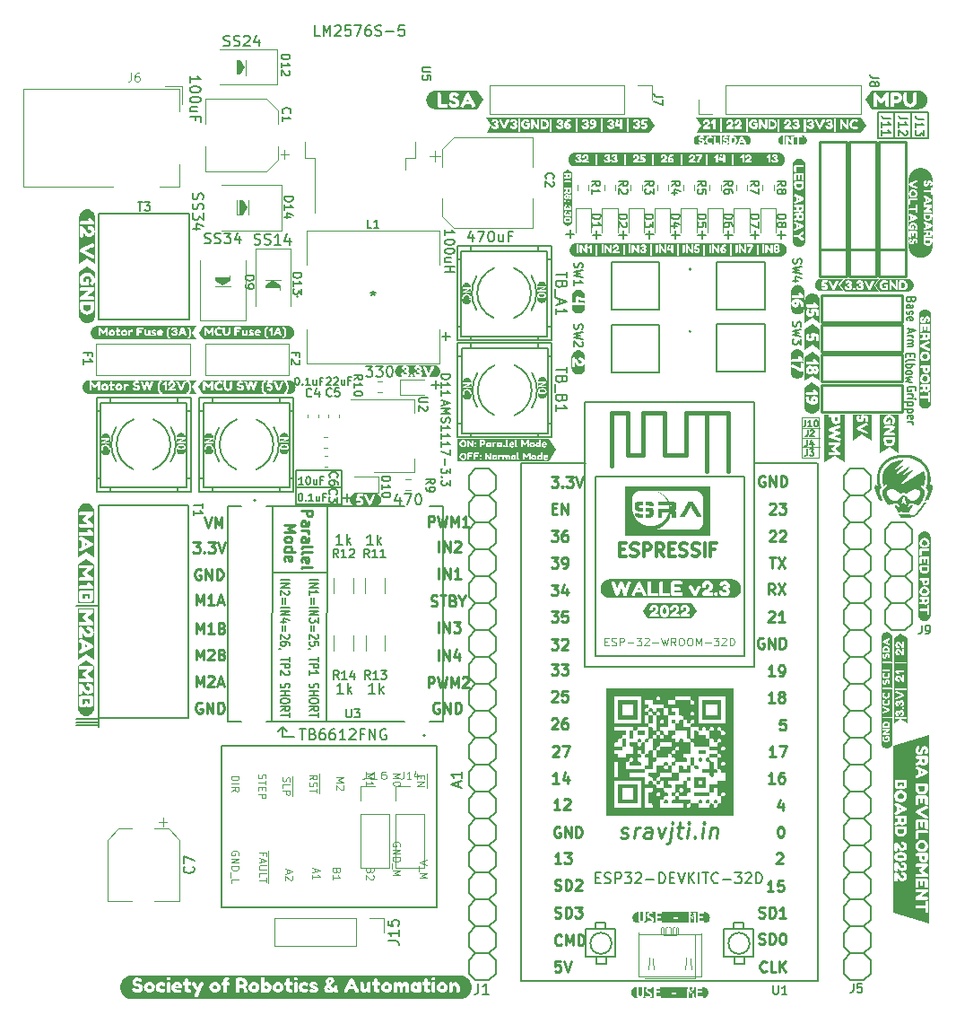
<source format=gbr>
%TF.GenerationSoftware,KiCad,Pcbnew,6.0.8-f2edbf62ab~116~ubuntu20.04.1*%
%TF.CreationDate,2022-10-27T00:05:34+05:30*%
%TF.ProjectId,sra_dev_board_2022,7372615f-6465-4765-9f62-6f6172645f32,rev?*%
%TF.SameCoordinates,Original*%
%TF.FileFunction,Legend,Top*%
%TF.FilePolarity,Positive*%
%FSLAX46Y46*%
G04 Gerber Fmt 4.6, Leading zero omitted, Abs format (unit mm)*
G04 Created by KiCad (PCBNEW 6.0.8-f2edbf62ab~116~ubuntu20.04.1) date 2022-10-27 00:05:34*
%MOMM*%
%LPD*%
G01*
G04 APERTURE LIST*
%ADD10C,0.150000*%
%ADD11C,0.060000*%
%ADD12C,0.100000*%
%ADD13C,0.250000*%
%ADD14C,0.175000*%
%ADD15C,0.200000*%
%ADD16C,0.125000*%
%ADD17C,0.130000*%
%ADD18C,0.300000*%
%ADD19C,0.120000*%
%ADD20C,0.254000*%
%ADD21C,0.127000*%
%ADD22C,0.152400*%
%ADD23C,0.406400*%
G04 APERTURE END LIST*
D10*
X94940000Y-74930000D02*
X94920000Y-71780000D01*
X93600000Y-75200000D02*
X93500000Y-95400000D01*
X89350000Y-96000000D02*
X88950000Y-96400000D01*
X145600000Y-40450000D02*
X150300000Y-40450000D01*
X145600000Y-37950000D02*
X145600000Y-40450000D01*
X89350000Y-96900000D02*
X89350000Y-96000000D01*
X94920000Y-71780000D02*
X90610000Y-71760000D01*
X148700000Y-37950000D02*
X148700000Y-40450000D01*
D11*
X138350000Y-68710000D02*
X140020000Y-68710000D01*
X140020000Y-68710000D02*
X140020000Y-68710000D01*
X140020000Y-68710000D02*
X138350000Y-68710000D01*
X138350000Y-68710000D02*
X138350000Y-68710000D01*
D10*
X90610000Y-74750000D02*
X90610000Y-74950000D01*
D11*
X138360000Y-69580000D02*
X140030000Y-69580000D01*
X140030000Y-69580000D02*
X140030000Y-69580000D01*
X140030000Y-69580000D02*
X138360000Y-69580000D01*
X138360000Y-69580000D02*
X138360000Y-69580000D01*
D10*
X150300000Y-40450000D02*
X150300000Y-37950000D01*
X147100000Y-37950000D02*
X147100000Y-40450000D01*
X88400000Y-81400000D02*
X93500000Y-81400000D01*
X90610000Y-71760000D02*
X90610000Y-74750000D01*
X69900000Y-84500000D02*
X71900000Y-84500000D01*
X71960000Y-95079497D02*
X71960000Y-95963750D01*
X90620000Y-73370000D02*
X94930000Y-73355000D01*
X88400000Y-75200000D02*
X88300000Y-95400000D01*
D12*
X138365000Y-66760000D02*
X140005000Y-66760000D01*
X140005000Y-66760000D02*
X140005000Y-70560000D01*
X140005000Y-70560000D02*
X138365000Y-70560000D01*
X138365000Y-70560000D02*
X138365000Y-66760000D01*
D10*
X90610000Y-74950000D02*
X94940000Y-74930000D01*
D11*
X138345000Y-67790000D02*
X140015000Y-67790000D01*
X140015000Y-67790000D02*
X140015000Y-67790000D01*
X140015000Y-67790000D02*
X138345000Y-67790000D01*
X138345000Y-67790000D02*
X138345000Y-67790000D01*
D10*
X150300000Y-37950000D02*
X145600000Y-37950000D01*
X89350000Y-96000000D02*
X89750000Y-96400000D01*
X69900000Y-95800000D02*
X72000000Y-95800000D01*
X69900000Y-95500000D02*
X71900000Y-95500000D01*
X69900000Y-95200000D02*
X71900000Y-95200000D01*
X90450000Y-96900000D02*
X89350000Y-96900000D01*
D13*
X114705357Y-77452380D02*
X115324404Y-77452380D01*
X114991071Y-77833333D01*
X115133928Y-77833333D01*
X115229166Y-77880952D01*
X115276785Y-77928571D01*
X115324404Y-78023809D01*
X115324404Y-78261904D01*
X115276785Y-78357142D01*
X115229166Y-78404761D01*
X115133928Y-78452380D01*
X114848214Y-78452380D01*
X114752976Y-78404761D01*
X114705357Y-78357142D01*
X116181547Y-77452380D02*
X115991071Y-77452380D01*
X115895833Y-77500000D01*
X115848214Y-77547619D01*
X115752976Y-77690476D01*
X115705357Y-77880952D01*
X115705357Y-78261904D01*
X115752976Y-78357142D01*
X115800595Y-78404761D01*
X115895833Y-78452380D01*
X116086309Y-78452380D01*
X116181547Y-78404761D01*
X116229166Y-78357142D01*
X116276785Y-78261904D01*
X116276785Y-78023809D01*
X116229166Y-77928571D01*
X116181547Y-77880952D01*
X116086309Y-77833333D01*
X115895833Y-77833333D01*
X115800595Y-77880952D01*
X115752976Y-77928571D01*
X115705357Y-78023809D01*
X104050595Y-87052380D02*
X104050595Y-86052380D01*
X104526785Y-87052380D02*
X104526785Y-86052380D01*
X105098214Y-87052380D01*
X105098214Y-86052380D01*
X105479166Y-86052380D02*
X106098214Y-86052380D01*
X105764880Y-86433333D01*
X105907738Y-86433333D01*
X106002976Y-86480952D01*
X106050595Y-86528571D01*
X106098214Y-86623809D01*
X106098214Y-86861904D01*
X106050595Y-86957142D01*
X106002976Y-87004761D01*
X105907738Y-87052380D01*
X105622023Y-87052380D01*
X105526785Y-87004761D01*
X105479166Y-86957142D01*
X114705357Y-82552380D02*
X115324404Y-82552380D01*
X114991071Y-82933333D01*
X115133928Y-82933333D01*
X115229166Y-82980952D01*
X115276785Y-83028571D01*
X115324404Y-83123809D01*
X115324404Y-83361904D01*
X115276785Y-83457142D01*
X115229166Y-83504761D01*
X115133928Y-83552380D01*
X114848214Y-83552380D01*
X114752976Y-83504761D01*
X114705357Y-83457142D01*
X116181547Y-82885714D02*
X116181547Y-83552380D01*
X115943452Y-82504761D02*
X115705357Y-83219047D01*
X116324404Y-83219047D01*
X103352976Y-84504761D02*
X103495833Y-84552380D01*
X103733928Y-84552380D01*
X103829166Y-84504761D01*
X103876785Y-84457142D01*
X103924404Y-84361904D01*
X103924404Y-84266666D01*
X103876785Y-84171428D01*
X103829166Y-84123809D01*
X103733928Y-84076190D01*
X103543452Y-84028571D01*
X103448214Y-83980952D01*
X103400595Y-83933333D01*
X103352976Y-83838095D01*
X103352976Y-83742857D01*
X103400595Y-83647619D01*
X103448214Y-83600000D01*
X103543452Y-83552380D01*
X103781547Y-83552380D01*
X103924404Y-83600000D01*
X104210119Y-83552380D02*
X104781547Y-83552380D01*
X104495833Y-84552380D02*
X104495833Y-83552380D01*
X105448214Y-84028571D02*
X105591071Y-84076190D01*
X105638690Y-84123809D01*
X105686309Y-84219047D01*
X105686309Y-84361904D01*
X105638690Y-84457142D01*
X105591071Y-84504761D01*
X105495833Y-84552380D01*
X105114880Y-84552380D01*
X105114880Y-83552380D01*
X105448214Y-83552380D01*
X105543452Y-83600000D01*
X105591071Y-83647619D01*
X105638690Y-83742857D01*
X105638690Y-83838095D01*
X105591071Y-83933333D01*
X105543452Y-83980952D01*
X105448214Y-84028571D01*
X105114880Y-84028571D01*
X106305357Y-84076190D02*
X106305357Y-84552380D01*
X105972023Y-83552380D02*
X106305357Y-84076190D01*
X106638690Y-83552380D01*
X103100595Y-92252380D02*
X103100595Y-91252380D01*
X103481547Y-91252380D01*
X103576785Y-91300000D01*
X103624404Y-91347619D01*
X103672023Y-91442857D01*
X103672023Y-91585714D01*
X103624404Y-91680952D01*
X103576785Y-91728571D01*
X103481547Y-91776190D01*
X103100595Y-91776190D01*
X104005357Y-91252380D02*
X104243452Y-92252380D01*
X104433928Y-91538095D01*
X104624404Y-92252380D01*
X104862500Y-91252380D01*
X105243452Y-92252380D02*
X105243452Y-91252380D01*
X105576785Y-91966666D01*
X105910119Y-91252380D01*
X105910119Y-92252380D01*
X106338690Y-91347619D02*
X106386309Y-91300000D01*
X106481547Y-91252380D01*
X106719642Y-91252380D01*
X106814880Y-91300000D01*
X106862500Y-91347619D01*
X106910119Y-91442857D01*
X106910119Y-91538095D01*
X106862500Y-91680952D01*
X106291071Y-92252380D01*
X106910119Y-92252380D01*
X115672023Y-116457142D02*
X115624404Y-116504761D01*
X115481547Y-116552380D01*
X115386309Y-116552380D01*
X115243452Y-116504761D01*
X115148214Y-116409523D01*
X115100595Y-116314285D01*
X115052976Y-116123809D01*
X115052976Y-115980952D01*
X115100595Y-115790476D01*
X115148214Y-115695238D01*
X115243452Y-115600000D01*
X115386309Y-115552380D01*
X115481547Y-115552380D01*
X115624404Y-115600000D01*
X115672023Y-115647619D01*
X116100595Y-116552380D02*
X116100595Y-115552380D01*
X116433928Y-116266666D01*
X116767261Y-115552380D01*
X116767261Y-116552380D01*
X117243452Y-116552380D02*
X117243452Y-115552380D01*
X117481547Y-115552380D01*
X117624404Y-115600000D01*
X117719642Y-115695238D01*
X117767261Y-115790476D01*
X117814880Y-115980952D01*
X117814880Y-116123809D01*
X117767261Y-116314285D01*
X117719642Y-116409523D01*
X117624404Y-116504761D01*
X117481547Y-116552380D01*
X117243452Y-116552380D01*
X136313690Y-105352380D02*
X136408928Y-105352380D01*
X136504166Y-105400000D01*
X136551785Y-105447619D01*
X136599404Y-105542857D01*
X136647023Y-105733333D01*
X136647023Y-105971428D01*
X136599404Y-106161904D01*
X136551785Y-106257142D01*
X136504166Y-106304761D01*
X136408928Y-106352380D01*
X136313690Y-106352380D01*
X136218452Y-106304761D01*
X136170833Y-106257142D01*
X136123214Y-106161904D01*
X136075595Y-105971428D01*
X136075595Y-105733333D01*
X136123214Y-105542857D01*
X136170833Y-105447619D01*
X136218452Y-105400000D01*
X136313690Y-105352380D01*
X81957738Y-76152380D02*
X82291071Y-77152380D01*
X82624404Y-76152380D01*
X82957738Y-77152380D02*
X82957738Y-76152380D01*
X83291071Y-76866666D01*
X83624404Y-76152380D01*
X83624404Y-77152380D01*
X135323214Y-74947619D02*
X135370833Y-74900000D01*
X135466071Y-74852380D01*
X135704166Y-74852380D01*
X135799404Y-74900000D01*
X135847023Y-74947619D01*
X135894642Y-75042857D01*
X135894642Y-75138095D01*
X135847023Y-75280952D01*
X135275595Y-75852380D01*
X135894642Y-75852380D01*
X136227976Y-74852380D02*
X136847023Y-74852380D01*
X136513690Y-75233333D01*
X136656547Y-75233333D01*
X136751785Y-75280952D01*
X136799404Y-75328571D01*
X136847023Y-75423809D01*
X136847023Y-75661904D01*
X136799404Y-75757142D01*
X136751785Y-75804761D01*
X136656547Y-75852380D01*
X136370833Y-75852380D01*
X136275595Y-75804761D01*
X136227976Y-75757142D01*
X136799404Y-95252380D02*
X136323214Y-95252380D01*
X136275595Y-95728571D01*
X136323214Y-95680952D01*
X136418452Y-95633333D01*
X136656547Y-95633333D01*
X136751785Y-95680952D01*
X136799404Y-95728571D01*
X136847023Y-95823809D01*
X136847023Y-96061904D01*
X136799404Y-96157142D01*
X136751785Y-96204761D01*
X136656547Y-96252380D01*
X136418452Y-96252380D01*
X136323214Y-96204761D01*
X136275595Y-96157142D01*
X115052976Y-111304761D02*
X115195833Y-111352380D01*
X115433928Y-111352380D01*
X115529166Y-111304761D01*
X115576785Y-111257142D01*
X115624404Y-111161904D01*
X115624404Y-111066666D01*
X115576785Y-110971428D01*
X115529166Y-110923809D01*
X115433928Y-110876190D01*
X115243452Y-110828571D01*
X115148214Y-110780952D01*
X115100595Y-110733333D01*
X115052976Y-110638095D01*
X115052976Y-110542857D01*
X115100595Y-110447619D01*
X115148214Y-110400000D01*
X115243452Y-110352380D01*
X115481547Y-110352380D01*
X115624404Y-110400000D01*
X116052976Y-111352380D02*
X116052976Y-110352380D01*
X116291071Y-110352380D01*
X116433928Y-110400000D01*
X116529166Y-110495238D01*
X116576785Y-110590476D01*
X116624404Y-110780952D01*
X116624404Y-110923809D01*
X116576785Y-111114285D01*
X116529166Y-111209523D01*
X116433928Y-111304761D01*
X116291071Y-111352380D01*
X116052976Y-111352380D01*
X117005357Y-110447619D02*
X117052976Y-110400000D01*
X117148214Y-110352380D01*
X117386309Y-110352380D01*
X117481547Y-110400000D01*
X117529166Y-110447619D01*
X117576785Y-110542857D01*
X117576785Y-110638095D01*
X117529166Y-110780952D01*
X116957738Y-111352380D01*
X117576785Y-111352380D01*
X81200595Y-89642380D02*
X81200595Y-88642380D01*
X81533928Y-89356666D01*
X81867261Y-88642380D01*
X81867261Y-89642380D01*
X82295833Y-88737619D02*
X82343452Y-88690000D01*
X82438690Y-88642380D01*
X82676785Y-88642380D01*
X82772023Y-88690000D01*
X82819642Y-88737619D01*
X82867261Y-88832857D01*
X82867261Y-88928095D01*
X82819642Y-89070952D01*
X82248214Y-89642380D01*
X82867261Y-89642380D01*
X83629166Y-89118571D02*
X83772023Y-89166190D01*
X83819642Y-89213809D01*
X83867261Y-89309047D01*
X83867261Y-89451904D01*
X83819642Y-89547142D01*
X83772023Y-89594761D01*
X83676785Y-89642380D01*
X83295833Y-89642380D01*
X83295833Y-88642380D01*
X83629166Y-88642380D01*
X83724404Y-88690000D01*
X83772023Y-88737619D01*
X83819642Y-88832857D01*
X83819642Y-88928095D01*
X83772023Y-89023333D01*
X83724404Y-89070952D01*
X83629166Y-89118571D01*
X83295833Y-89118571D01*
D14*
X91883976Y-82066666D02*
X92733976Y-82066666D01*
X91883976Y-82400000D02*
X92733976Y-82400000D01*
X91883976Y-82800000D01*
X92733976Y-82800000D01*
X91883976Y-83500000D02*
X91883976Y-83100000D01*
X91883976Y-83300000D02*
X92733976Y-83300000D01*
X92612547Y-83233333D01*
X92531595Y-83166666D01*
X92491119Y-83100000D01*
X92329214Y-83800000D02*
X92329214Y-84333333D01*
X92086357Y-84333333D02*
X92086357Y-83800000D01*
X91883976Y-84666666D02*
X92733976Y-84666666D01*
X91883976Y-85000000D02*
X92733976Y-85000000D01*
X91883976Y-85400000D01*
X92733976Y-85400000D01*
X92733976Y-85666666D02*
X92733976Y-86100000D01*
X92410166Y-85866666D01*
X92410166Y-85966666D01*
X92369690Y-86033333D01*
X92329214Y-86066666D01*
X92248261Y-86100000D01*
X92045880Y-86100000D01*
X91964928Y-86066666D01*
X91924452Y-86033333D01*
X91883976Y-85966666D01*
X91883976Y-85766666D01*
X91924452Y-85700000D01*
X91964928Y-85666666D01*
X92329214Y-86400000D02*
X92329214Y-86933333D01*
X92086357Y-86933333D02*
X92086357Y-86400000D01*
X92653023Y-87233333D02*
X92693500Y-87266666D01*
X92733976Y-87333333D01*
X92733976Y-87500000D01*
X92693500Y-87566666D01*
X92653023Y-87600000D01*
X92572071Y-87633333D01*
X92491119Y-87633333D01*
X92369690Y-87600000D01*
X91883976Y-87200000D01*
X91883976Y-87633333D01*
X92733976Y-88266666D02*
X92733976Y-87933333D01*
X92329214Y-87900000D01*
X92369690Y-87933333D01*
X92410166Y-88000000D01*
X92410166Y-88166666D01*
X92369690Y-88233333D01*
X92329214Y-88266666D01*
X92248261Y-88300000D01*
X92045880Y-88300000D01*
X91964928Y-88266666D01*
X91924452Y-88233333D01*
X91883976Y-88166666D01*
X91883976Y-88000000D01*
X91924452Y-87933333D01*
X91964928Y-87900000D01*
X91924452Y-88633333D02*
X91883976Y-88633333D01*
X91803023Y-88600000D01*
X91762547Y-88566666D01*
X92733976Y-89366666D02*
X92733976Y-89766666D01*
X91883976Y-89566666D02*
X92733976Y-89566666D01*
X91883976Y-90000000D02*
X92733976Y-90000000D01*
X92733976Y-90266666D01*
X92693500Y-90333333D01*
X92653023Y-90366666D01*
X92572071Y-90400000D01*
X92450642Y-90400000D01*
X92369690Y-90366666D01*
X92329214Y-90333333D01*
X92288738Y-90266666D01*
X92288738Y-90000000D01*
X91883976Y-91066666D02*
X91883976Y-90666666D01*
X91883976Y-90866666D02*
X92733976Y-90866666D01*
X92612547Y-90800000D01*
X92531595Y-90733333D01*
X92491119Y-90666666D01*
X91924452Y-91866666D02*
X91883976Y-91966666D01*
X91883976Y-92133333D01*
X91924452Y-92200000D01*
X91964928Y-92233333D01*
X92045880Y-92266666D01*
X92126833Y-92266666D01*
X92207785Y-92233333D01*
X92248261Y-92200000D01*
X92288738Y-92133333D01*
X92329214Y-92000000D01*
X92369690Y-91933333D01*
X92410166Y-91900000D01*
X92491119Y-91866666D01*
X92572071Y-91866666D01*
X92653023Y-91900000D01*
X92693500Y-91933333D01*
X92733976Y-92000000D01*
X92733976Y-92166666D01*
X92693500Y-92266666D01*
X91883976Y-92566666D02*
X92733976Y-92566666D01*
X92329214Y-92566666D02*
X92329214Y-92966666D01*
X91883976Y-92966666D02*
X92733976Y-92966666D01*
X92733976Y-93433333D02*
X92733976Y-93566666D01*
X92693500Y-93633333D01*
X92612547Y-93700000D01*
X92450642Y-93733333D01*
X92167309Y-93733333D01*
X92005404Y-93700000D01*
X91924452Y-93633333D01*
X91883976Y-93566666D01*
X91883976Y-93433333D01*
X91924452Y-93366666D01*
X92005404Y-93300000D01*
X92167309Y-93266666D01*
X92450642Y-93266666D01*
X92612547Y-93300000D01*
X92693500Y-93366666D01*
X92733976Y-93433333D01*
X91883976Y-94433333D02*
X92288738Y-94200000D01*
X91883976Y-94033333D02*
X92733976Y-94033333D01*
X92733976Y-94300000D01*
X92693500Y-94366666D01*
X92653023Y-94400000D01*
X92572071Y-94433333D01*
X92450642Y-94433333D01*
X92369690Y-94400000D01*
X92329214Y-94366666D01*
X92288738Y-94300000D01*
X92288738Y-94033333D01*
X92733976Y-94633333D02*
X92733976Y-95033333D01*
X91883976Y-94833333D02*
X92733976Y-94833333D01*
X89146976Y-82066666D02*
X89996976Y-82066666D01*
X89146976Y-82400000D02*
X89996976Y-82400000D01*
X89146976Y-82800000D01*
X89996976Y-82800000D01*
X89916023Y-83100000D02*
X89956500Y-83133333D01*
X89996976Y-83200000D01*
X89996976Y-83366666D01*
X89956500Y-83433333D01*
X89916023Y-83466666D01*
X89835071Y-83500000D01*
X89754119Y-83500000D01*
X89632690Y-83466666D01*
X89146976Y-83066666D01*
X89146976Y-83500000D01*
X89592214Y-83800000D02*
X89592214Y-84333333D01*
X89349357Y-84333333D02*
X89349357Y-83800000D01*
X89146976Y-84666666D02*
X89996976Y-84666666D01*
X89146976Y-85000000D02*
X89996976Y-85000000D01*
X89146976Y-85400000D01*
X89996976Y-85400000D01*
X89713642Y-86033333D02*
X89146976Y-86033333D01*
X90037452Y-85866666D02*
X89430309Y-85700000D01*
X89430309Y-86133333D01*
X89592214Y-86400000D02*
X89592214Y-86933333D01*
X89349357Y-86933333D02*
X89349357Y-86400000D01*
X89916023Y-87233333D02*
X89956500Y-87266666D01*
X89996976Y-87333333D01*
X89996976Y-87500000D01*
X89956500Y-87566666D01*
X89916023Y-87600000D01*
X89835071Y-87633333D01*
X89754119Y-87633333D01*
X89632690Y-87600000D01*
X89146976Y-87200000D01*
X89146976Y-87633333D01*
X89996976Y-88233333D02*
X89996976Y-88100000D01*
X89956500Y-88033333D01*
X89916023Y-88000000D01*
X89794595Y-87933333D01*
X89632690Y-87900000D01*
X89308880Y-87900000D01*
X89227928Y-87933333D01*
X89187452Y-87966666D01*
X89146976Y-88033333D01*
X89146976Y-88166666D01*
X89187452Y-88233333D01*
X89227928Y-88266666D01*
X89308880Y-88300000D01*
X89511261Y-88300000D01*
X89592214Y-88266666D01*
X89632690Y-88233333D01*
X89673166Y-88166666D01*
X89673166Y-88033333D01*
X89632690Y-87966666D01*
X89592214Y-87933333D01*
X89511261Y-87900000D01*
X89187452Y-88633333D02*
X89146976Y-88633333D01*
X89066023Y-88600000D01*
X89025547Y-88566666D01*
X89996976Y-89366666D02*
X89996976Y-89766666D01*
X89146976Y-89566666D02*
X89996976Y-89566666D01*
X89146976Y-90000000D02*
X89996976Y-90000000D01*
X89996976Y-90266666D01*
X89956500Y-90333333D01*
X89916023Y-90366666D01*
X89835071Y-90400000D01*
X89713642Y-90400000D01*
X89632690Y-90366666D01*
X89592214Y-90333333D01*
X89551738Y-90266666D01*
X89551738Y-90000000D01*
X89916023Y-90666666D02*
X89956500Y-90700000D01*
X89996976Y-90766666D01*
X89996976Y-90933333D01*
X89956500Y-91000000D01*
X89916023Y-91033333D01*
X89835071Y-91066666D01*
X89754119Y-91066666D01*
X89632690Y-91033333D01*
X89146976Y-90633333D01*
X89146976Y-91066666D01*
X89187452Y-91866666D02*
X89146976Y-91966666D01*
X89146976Y-92133333D01*
X89187452Y-92200000D01*
X89227928Y-92233333D01*
X89308880Y-92266666D01*
X89389833Y-92266666D01*
X89470785Y-92233333D01*
X89511261Y-92200000D01*
X89551738Y-92133333D01*
X89592214Y-92000000D01*
X89632690Y-91933333D01*
X89673166Y-91900000D01*
X89754119Y-91866666D01*
X89835071Y-91866666D01*
X89916023Y-91900000D01*
X89956500Y-91933333D01*
X89996976Y-92000000D01*
X89996976Y-92166666D01*
X89956500Y-92266666D01*
X89146976Y-92566666D02*
X89996976Y-92566666D01*
X89592214Y-92566666D02*
X89592214Y-92966666D01*
X89146976Y-92966666D02*
X89996976Y-92966666D01*
X89996976Y-93433333D02*
X89996976Y-93566666D01*
X89956500Y-93633333D01*
X89875547Y-93700000D01*
X89713642Y-93733333D01*
X89430309Y-93733333D01*
X89268404Y-93700000D01*
X89187452Y-93633333D01*
X89146976Y-93566666D01*
X89146976Y-93433333D01*
X89187452Y-93366666D01*
X89268404Y-93300000D01*
X89430309Y-93266666D01*
X89713642Y-93266666D01*
X89875547Y-93300000D01*
X89956500Y-93366666D01*
X89996976Y-93433333D01*
X89146976Y-94433333D02*
X89551738Y-94200000D01*
X89146976Y-94033333D02*
X89996976Y-94033333D01*
X89996976Y-94300000D01*
X89956500Y-94366666D01*
X89916023Y-94400000D01*
X89835071Y-94433333D01*
X89713642Y-94433333D01*
X89632690Y-94400000D01*
X89592214Y-94366666D01*
X89551738Y-94300000D01*
X89551738Y-94033333D01*
X89996976Y-94633333D02*
X89996976Y-95033333D01*
X89146976Y-94833333D02*
X89996976Y-94833333D01*
D15*
X124350952Y-49511428D02*
X123589047Y-49511428D01*
X123970000Y-49892380D02*
X123970000Y-49130476D01*
D13*
X135223214Y-85147619D02*
X135270833Y-85100000D01*
X135366071Y-85052380D01*
X135604166Y-85052380D01*
X135699404Y-85100000D01*
X135747023Y-85147619D01*
X135794642Y-85242857D01*
X135794642Y-85338095D01*
X135747023Y-85480952D01*
X135175595Y-86052380D01*
X135794642Y-86052380D01*
X136747023Y-86052380D02*
X136175595Y-86052380D01*
X136461309Y-86052380D02*
X136461309Y-85052380D01*
X136366071Y-85195238D01*
X136270833Y-85290476D01*
X136175595Y-85338095D01*
X115524404Y-103752380D02*
X114952976Y-103752380D01*
X115238690Y-103752380D02*
X115238690Y-102752380D01*
X115143452Y-102895238D01*
X115048214Y-102990476D01*
X114952976Y-103038095D01*
X115905357Y-102847619D02*
X115952976Y-102800000D01*
X116048214Y-102752380D01*
X116286309Y-102752380D01*
X116381547Y-102800000D01*
X116429166Y-102847619D01*
X116476785Y-102942857D01*
X116476785Y-103038095D01*
X116429166Y-103180952D01*
X115857738Y-103752380D01*
X116476785Y-103752380D01*
X121256071Y-106397142D02*
X121390000Y-106468571D01*
X121675714Y-106468571D01*
X121827500Y-106397142D01*
X121916785Y-106254285D01*
X121925714Y-106182857D01*
X121872142Y-106040000D01*
X121738214Y-105968571D01*
X121523928Y-105968571D01*
X121390000Y-105897142D01*
X121336428Y-105754285D01*
X121345357Y-105682857D01*
X121434642Y-105540000D01*
X121586428Y-105468571D01*
X121800714Y-105468571D01*
X121934642Y-105540000D01*
X122532857Y-106468571D02*
X122657857Y-105468571D01*
X122622142Y-105754285D02*
X122711428Y-105611428D01*
X122791785Y-105540000D01*
X122943571Y-105468571D01*
X123086428Y-105468571D01*
X124104285Y-106468571D02*
X124202500Y-105682857D01*
X124148928Y-105540000D01*
X124015000Y-105468571D01*
X123729285Y-105468571D01*
X123577500Y-105540000D01*
X124113214Y-106397142D02*
X123961428Y-106468571D01*
X123604285Y-106468571D01*
X123470357Y-106397142D01*
X123416785Y-106254285D01*
X123434642Y-106111428D01*
X123523928Y-105968571D01*
X123675714Y-105897142D01*
X124032857Y-105897142D01*
X124184642Y-105825714D01*
X124800714Y-105468571D02*
X125032857Y-106468571D01*
X125515000Y-105468571D01*
X126086428Y-105468571D02*
X125925714Y-106754285D01*
X125836428Y-106897142D01*
X125684642Y-106968571D01*
X125613214Y-106968571D01*
X126148928Y-104968571D02*
X126068571Y-105040000D01*
X126131071Y-105111428D01*
X126211428Y-105040000D01*
X126148928Y-104968571D01*
X126131071Y-105111428D01*
X126586428Y-105468571D02*
X127157857Y-105468571D01*
X126863214Y-104968571D02*
X126702500Y-106254285D01*
X126756071Y-106397142D01*
X126890000Y-106468571D01*
X127032857Y-106468571D01*
X127532857Y-106468571D02*
X127657857Y-105468571D01*
X127720357Y-104968571D02*
X127640000Y-105040000D01*
X127702500Y-105111428D01*
X127782857Y-105040000D01*
X127720357Y-104968571D01*
X127702500Y-105111428D01*
X128265000Y-106325714D02*
X128327500Y-106397142D01*
X128247142Y-106468571D01*
X128184642Y-106397142D01*
X128265000Y-106325714D01*
X128247142Y-106468571D01*
X128961428Y-106468571D02*
X129086428Y-105468571D01*
X129148928Y-104968571D02*
X129068571Y-105040000D01*
X129131071Y-105111428D01*
X129211428Y-105040000D01*
X129148928Y-104968571D01*
X129131071Y-105111428D01*
X129800714Y-105468571D02*
X129675714Y-106468571D01*
X129782857Y-105611428D02*
X129863214Y-105540000D01*
X130015000Y-105468571D01*
X130229285Y-105468571D01*
X130363214Y-105540000D01*
X130416785Y-105682857D01*
X130318571Y-106468571D01*
X135894642Y-98752380D02*
X135323214Y-98752380D01*
X135608928Y-98752380D02*
X135608928Y-97752380D01*
X135513690Y-97895238D01*
X135418452Y-97990476D01*
X135323214Y-98038095D01*
X136227976Y-97752380D02*
X136894642Y-97752380D01*
X136466071Y-98752380D01*
X134751785Y-87600000D02*
X134656547Y-87552380D01*
X134513690Y-87552380D01*
X134370833Y-87600000D01*
X134275595Y-87695238D01*
X134227976Y-87790476D01*
X134180357Y-87980952D01*
X134180357Y-88123809D01*
X134227976Y-88314285D01*
X134275595Y-88409523D01*
X134370833Y-88504761D01*
X134513690Y-88552380D01*
X134608928Y-88552380D01*
X134751785Y-88504761D01*
X134799404Y-88457142D01*
X134799404Y-88123809D01*
X134608928Y-88123809D01*
X135227976Y-88552380D02*
X135227976Y-87552380D01*
X135799404Y-88552380D01*
X135799404Y-87552380D01*
X136275595Y-88552380D02*
X136275595Y-87552380D01*
X136513690Y-87552380D01*
X136656547Y-87600000D01*
X136751785Y-87695238D01*
X136799404Y-87790476D01*
X136847023Y-87980952D01*
X136847023Y-88123809D01*
X136799404Y-88314285D01*
X136751785Y-88409523D01*
X136656547Y-88504761D01*
X136513690Y-88552380D01*
X136275595Y-88552380D01*
D15*
X104180952Y-63671428D02*
X103419047Y-63671428D01*
X103800000Y-64052380D02*
X103800000Y-63290476D01*
D13*
X134323214Y-113904761D02*
X134466071Y-113952380D01*
X134704166Y-113952380D01*
X134799404Y-113904761D01*
X134847023Y-113857142D01*
X134894642Y-113761904D01*
X134894642Y-113666666D01*
X134847023Y-113571428D01*
X134799404Y-113523809D01*
X134704166Y-113476190D01*
X134513690Y-113428571D01*
X134418452Y-113380952D01*
X134370833Y-113333333D01*
X134323214Y-113238095D01*
X134323214Y-113142857D01*
X134370833Y-113047619D01*
X134418452Y-113000000D01*
X134513690Y-112952380D01*
X134751785Y-112952380D01*
X134894642Y-113000000D01*
X135323214Y-113952380D02*
X135323214Y-112952380D01*
X135561309Y-112952380D01*
X135704166Y-113000000D01*
X135799404Y-113095238D01*
X135847023Y-113190476D01*
X135894642Y-113380952D01*
X135894642Y-113523809D01*
X135847023Y-113714285D01*
X135799404Y-113809523D01*
X135704166Y-113904761D01*
X135561309Y-113952380D01*
X135323214Y-113952380D01*
X136847023Y-113952380D02*
X136275595Y-113952380D01*
X136561309Y-113952380D02*
X136561309Y-112952380D01*
X136466071Y-113095238D01*
X136370833Y-113190476D01*
X136275595Y-113238095D01*
X135794642Y-83452380D02*
X135461309Y-82976190D01*
X135223214Y-83452380D02*
X135223214Y-82452380D01*
X135604166Y-82452380D01*
X135699404Y-82500000D01*
X135747023Y-82547619D01*
X135794642Y-82642857D01*
X135794642Y-82785714D01*
X135747023Y-82880952D01*
X135699404Y-82928571D01*
X135604166Y-82976190D01*
X135223214Y-82976190D01*
X136127976Y-82452380D02*
X136794642Y-83452380D01*
X136794642Y-82452380D02*
X136127976Y-83452380D01*
X135318452Y-79952380D02*
X135889880Y-79952380D01*
X135604166Y-80952380D02*
X135604166Y-79952380D01*
X136127976Y-79952380D02*
X136794642Y-80952380D01*
X136794642Y-79952380D02*
X136127976Y-80952380D01*
X135794642Y-101252380D02*
X135223214Y-101252380D01*
X135508928Y-101252380D02*
X135508928Y-100252380D01*
X135413690Y-100395238D01*
X135318452Y-100490476D01*
X135223214Y-100538095D01*
X136651785Y-100252380D02*
X136461309Y-100252380D01*
X136366071Y-100300000D01*
X136318452Y-100347619D01*
X136223214Y-100490476D01*
X136175595Y-100680952D01*
X136175595Y-101061904D01*
X136223214Y-101157142D01*
X136270833Y-101204761D01*
X136366071Y-101252380D01*
X136556547Y-101252380D01*
X136651785Y-101204761D01*
X136699404Y-101157142D01*
X136747023Y-101061904D01*
X136747023Y-100823809D01*
X136699404Y-100728571D01*
X136651785Y-100680952D01*
X136556547Y-100633333D01*
X136366071Y-100633333D01*
X136270833Y-100680952D01*
X136223214Y-100728571D01*
X136175595Y-100823809D01*
X115576785Y-118052380D02*
X115100595Y-118052380D01*
X115052976Y-118528571D01*
X115100595Y-118480952D01*
X115195833Y-118433333D01*
X115433928Y-118433333D01*
X115529166Y-118480952D01*
X115576785Y-118528571D01*
X115624404Y-118623809D01*
X115624404Y-118861904D01*
X115576785Y-118957142D01*
X115529166Y-119004761D01*
X115433928Y-119052380D01*
X115195833Y-119052380D01*
X115100595Y-119004761D01*
X115052976Y-118957142D01*
X115910119Y-118052380D02*
X116243452Y-119052380D01*
X116576785Y-118052380D01*
D15*
X116870952Y-49461428D02*
X116109047Y-49461428D01*
X116490000Y-49842380D02*
X116490000Y-49080476D01*
D16*
X89145714Y-53770000D02*
X87717142Y-53770000D01*
D13*
X135975595Y-107947619D02*
X136023214Y-107900000D01*
X136118452Y-107852380D01*
X136356547Y-107852380D01*
X136451785Y-107900000D01*
X136499404Y-107947619D01*
X136547023Y-108042857D01*
X136547023Y-108138095D01*
X136499404Y-108280952D01*
X135927976Y-108852380D01*
X136547023Y-108852380D01*
X135794642Y-91152380D02*
X135223214Y-91152380D01*
X135508928Y-91152380D02*
X135508928Y-90152380D01*
X135413690Y-90295238D01*
X135318452Y-90390476D01*
X135223214Y-90438095D01*
X136270833Y-91152380D02*
X136461309Y-91152380D01*
X136556547Y-91104761D01*
X136604166Y-91057142D01*
X136699404Y-90914285D01*
X136747023Y-90723809D01*
X136747023Y-90342857D01*
X136699404Y-90247619D01*
X136651785Y-90200000D01*
X136556547Y-90152380D01*
X136366071Y-90152380D01*
X136270833Y-90200000D01*
X136223214Y-90247619D01*
X136175595Y-90342857D01*
X136175595Y-90580952D01*
X136223214Y-90676190D01*
X136270833Y-90723809D01*
X136366071Y-90771428D01*
X136556547Y-90771428D01*
X136651785Y-90723809D01*
X136699404Y-90676190D01*
X136747023Y-90580952D01*
X104100595Y-79452380D02*
X104100595Y-78452380D01*
X104576785Y-79452380D02*
X104576785Y-78452380D01*
X105148214Y-79452380D01*
X105148214Y-78452380D01*
X105576785Y-78547619D02*
X105624404Y-78500000D01*
X105719642Y-78452380D01*
X105957738Y-78452380D01*
X106052976Y-78500000D01*
X106100595Y-78547619D01*
X106148214Y-78642857D01*
X106148214Y-78738095D01*
X106100595Y-78880952D01*
X105529166Y-79452380D01*
X106148214Y-79452380D01*
X114705357Y-72352380D02*
X115324404Y-72352380D01*
X114991071Y-72733333D01*
X115133928Y-72733333D01*
X115229166Y-72780952D01*
X115276785Y-72828571D01*
X115324404Y-72923809D01*
X115324404Y-73161904D01*
X115276785Y-73257142D01*
X115229166Y-73304761D01*
X115133928Y-73352380D01*
X114848214Y-73352380D01*
X114752976Y-73304761D01*
X114705357Y-73257142D01*
X115752976Y-73257142D02*
X115800595Y-73304761D01*
X115752976Y-73352380D01*
X115705357Y-73304761D01*
X115752976Y-73257142D01*
X115752976Y-73352380D01*
X116133928Y-72352380D02*
X116752976Y-72352380D01*
X116419642Y-72733333D01*
X116562500Y-72733333D01*
X116657738Y-72780952D01*
X116705357Y-72828571D01*
X116752976Y-72923809D01*
X116752976Y-73161904D01*
X116705357Y-73257142D01*
X116657738Y-73304761D01*
X116562500Y-73352380D01*
X116276785Y-73352380D01*
X116181547Y-73304761D01*
X116133928Y-73257142D01*
X117038690Y-72352380D02*
X117372023Y-73352380D01*
X117705357Y-72352380D01*
X135323214Y-77547619D02*
X135370833Y-77500000D01*
X135466071Y-77452380D01*
X135704166Y-77452380D01*
X135799404Y-77500000D01*
X135847023Y-77547619D01*
X135894642Y-77642857D01*
X135894642Y-77738095D01*
X135847023Y-77880952D01*
X135275595Y-78452380D01*
X135894642Y-78452380D01*
X136275595Y-77547619D02*
X136323214Y-77500000D01*
X136418452Y-77452380D01*
X136656547Y-77452380D01*
X136751785Y-77500000D01*
X136799404Y-77547619D01*
X136847023Y-77642857D01*
X136847023Y-77738095D01*
X136799404Y-77880952D01*
X136227976Y-78452380D01*
X136847023Y-78452380D01*
D15*
X121870952Y-49521428D02*
X121109047Y-49521428D01*
X121490000Y-49902380D02*
X121490000Y-49140476D01*
D13*
X104050595Y-89652380D02*
X104050595Y-88652380D01*
X104526785Y-89652380D02*
X104526785Y-88652380D01*
X105098214Y-89652380D01*
X105098214Y-88652380D01*
X106002976Y-88985714D02*
X106002976Y-89652380D01*
X105764880Y-88604761D02*
X105526785Y-89319047D01*
X106145833Y-89319047D01*
X81200595Y-92142380D02*
X81200595Y-91142380D01*
X81533928Y-91856666D01*
X81867261Y-91142380D01*
X81867261Y-92142380D01*
X82295833Y-91237619D02*
X82343452Y-91190000D01*
X82438690Y-91142380D01*
X82676785Y-91142380D01*
X82772023Y-91190000D01*
X82819642Y-91237619D01*
X82867261Y-91332857D01*
X82867261Y-91428095D01*
X82819642Y-91570952D01*
X82248214Y-92142380D01*
X82867261Y-92142380D01*
X83248214Y-91856666D02*
X83724404Y-91856666D01*
X83152976Y-92142380D02*
X83486309Y-91142380D01*
X83819642Y-92142380D01*
X115524404Y-105400000D02*
X115429166Y-105352380D01*
X115286309Y-105352380D01*
X115143452Y-105400000D01*
X115048214Y-105495238D01*
X115000595Y-105590476D01*
X114952976Y-105780952D01*
X114952976Y-105923809D01*
X115000595Y-106114285D01*
X115048214Y-106209523D01*
X115143452Y-106304761D01*
X115286309Y-106352380D01*
X115381547Y-106352380D01*
X115524404Y-106304761D01*
X115572023Y-106257142D01*
X115572023Y-105923809D01*
X115381547Y-105923809D01*
X116000595Y-106352380D02*
X116000595Y-105352380D01*
X116572023Y-106352380D01*
X116572023Y-105352380D01*
X117048214Y-106352380D02*
X117048214Y-105352380D01*
X117286309Y-105352380D01*
X117429166Y-105400000D01*
X117524404Y-105495238D01*
X117572023Y-105590476D01*
X117619642Y-105780952D01*
X117619642Y-105923809D01*
X117572023Y-106114285D01*
X117524404Y-106209523D01*
X117429166Y-106304761D01*
X117286309Y-106352380D01*
X117048214Y-106352380D01*
X114705357Y-87652380D02*
X115324404Y-87652380D01*
X114991071Y-88033333D01*
X115133928Y-88033333D01*
X115229166Y-88080952D01*
X115276785Y-88128571D01*
X115324404Y-88223809D01*
X115324404Y-88461904D01*
X115276785Y-88557142D01*
X115229166Y-88604761D01*
X115133928Y-88652380D01*
X114848214Y-88652380D01*
X114752976Y-88604761D01*
X114705357Y-88557142D01*
X115705357Y-87747619D02*
X115752976Y-87700000D01*
X115848214Y-87652380D01*
X116086309Y-87652380D01*
X116181547Y-87700000D01*
X116229166Y-87747619D01*
X116276785Y-87842857D01*
X116276785Y-87938095D01*
X116229166Y-88080952D01*
X115657738Y-88652380D01*
X116276785Y-88652380D01*
X104100595Y-81952380D02*
X104100595Y-80952380D01*
X104576785Y-81952380D02*
X104576785Y-80952380D01*
X105148214Y-81952380D01*
X105148214Y-80952380D01*
X106148214Y-81952380D02*
X105576785Y-81952380D01*
X105862500Y-81952380D02*
X105862500Y-80952380D01*
X105767261Y-81095238D01*
X105672023Y-81190476D01*
X105576785Y-81238095D01*
X114752976Y-95247619D02*
X114800595Y-95200000D01*
X114895833Y-95152380D01*
X115133928Y-95152380D01*
X115229166Y-95200000D01*
X115276785Y-95247619D01*
X115324404Y-95342857D01*
X115324404Y-95438095D01*
X115276785Y-95580952D01*
X114705357Y-96152380D01*
X115324404Y-96152380D01*
X116181547Y-95152380D02*
X115991071Y-95152380D01*
X115895833Y-95200000D01*
X115848214Y-95247619D01*
X115752976Y-95390476D01*
X115705357Y-95580952D01*
X115705357Y-95961904D01*
X115752976Y-96057142D01*
X115800595Y-96104761D01*
X115895833Y-96152380D01*
X116086309Y-96152380D01*
X116181547Y-96104761D01*
X116229166Y-96057142D01*
X116276785Y-95961904D01*
X116276785Y-95723809D01*
X116229166Y-95628571D01*
X116181547Y-95580952D01*
X116086309Y-95533333D01*
X115895833Y-95533333D01*
X115800595Y-95580952D01*
X115752976Y-95628571D01*
X115705357Y-95723809D01*
D15*
X126840952Y-49521428D02*
X126079047Y-49521428D01*
X126460000Y-49902380D02*
X126460000Y-49140476D01*
D16*
X85830000Y-34465714D02*
X85830000Y-33037142D01*
D14*
X148637142Y-60726666D02*
X148637142Y-60960000D01*
X148218095Y-61060000D02*
X148218095Y-60726666D01*
X149018095Y-60726666D01*
X149018095Y-61060000D01*
X148218095Y-61460000D02*
X148256190Y-61393333D01*
X148332380Y-61360000D01*
X149018095Y-61360000D01*
X148218095Y-61726666D02*
X149018095Y-61726666D01*
X148713333Y-61726666D02*
X148751428Y-61793333D01*
X148751428Y-61926666D01*
X148713333Y-61993333D01*
X148675238Y-62026666D01*
X148599047Y-62060000D01*
X148370476Y-62060000D01*
X148294285Y-62026666D01*
X148256190Y-61993333D01*
X148218095Y-61926666D01*
X148218095Y-61793333D01*
X148256190Y-61726666D01*
X148218095Y-62460000D02*
X148256190Y-62393333D01*
X148294285Y-62360000D01*
X148370476Y-62326666D01*
X148599047Y-62326666D01*
X148675238Y-62360000D01*
X148713333Y-62393333D01*
X148751428Y-62460000D01*
X148751428Y-62560000D01*
X148713333Y-62626666D01*
X148675238Y-62660000D01*
X148599047Y-62693333D01*
X148370476Y-62693333D01*
X148294285Y-62660000D01*
X148256190Y-62626666D01*
X148218095Y-62560000D01*
X148218095Y-62460000D01*
X148751428Y-62926666D02*
X148218095Y-63060000D01*
X148599047Y-63193333D01*
X148218095Y-63326666D01*
X148751428Y-63460000D01*
D15*
X95780952Y-74341428D02*
X95019047Y-74341428D01*
X95400000Y-74722380D02*
X95400000Y-73960476D01*
D13*
X81624404Y-81100000D02*
X81529166Y-81052380D01*
X81386309Y-81052380D01*
X81243452Y-81100000D01*
X81148214Y-81195238D01*
X81100595Y-81290476D01*
X81052976Y-81480952D01*
X81052976Y-81623809D01*
X81100595Y-81814285D01*
X81148214Y-81909523D01*
X81243452Y-82004761D01*
X81386309Y-82052380D01*
X81481547Y-82052380D01*
X81624404Y-82004761D01*
X81672023Y-81957142D01*
X81672023Y-81623809D01*
X81481547Y-81623809D01*
X82100595Y-82052380D02*
X82100595Y-81052380D01*
X82672023Y-82052380D01*
X82672023Y-81052380D01*
X83148214Y-82052380D02*
X83148214Y-81052380D01*
X83386309Y-81052380D01*
X83529166Y-81100000D01*
X83624404Y-81195238D01*
X83672023Y-81290476D01*
X83719642Y-81480952D01*
X83719642Y-81623809D01*
X83672023Y-81814285D01*
X83624404Y-81909523D01*
X83529166Y-82004761D01*
X83386309Y-82052380D01*
X83148214Y-82052380D01*
X104124404Y-93700000D02*
X104029166Y-93652380D01*
X103886309Y-93652380D01*
X103743452Y-93700000D01*
X103648214Y-93795238D01*
X103600595Y-93890476D01*
X103552976Y-94080952D01*
X103552976Y-94223809D01*
X103600595Y-94414285D01*
X103648214Y-94509523D01*
X103743452Y-94604761D01*
X103886309Y-94652380D01*
X103981547Y-94652380D01*
X104124404Y-94604761D01*
X104172023Y-94557142D01*
X104172023Y-94223809D01*
X103981547Y-94223809D01*
X104600595Y-94652380D02*
X104600595Y-93652380D01*
X105172023Y-94652380D01*
X105172023Y-93652380D01*
X105648214Y-94652380D02*
X105648214Y-93652380D01*
X105886309Y-93652380D01*
X106029166Y-93700000D01*
X106124404Y-93795238D01*
X106172023Y-93890476D01*
X106219642Y-94080952D01*
X106219642Y-94223809D01*
X106172023Y-94414285D01*
X106124404Y-94509523D01*
X106029166Y-94604761D01*
X105886309Y-94652380D01*
X105648214Y-94652380D01*
X114800595Y-75328571D02*
X115133928Y-75328571D01*
X115276785Y-75852380D02*
X114800595Y-75852380D01*
X114800595Y-74852380D01*
X115276785Y-74852380D01*
X115705357Y-75852380D02*
X115705357Y-74852380D01*
X116276785Y-75852380D01*
X116276785Y-74852380D01*
X103100595Y-77052380D02*
X103100595Y-76052380D01*
X103481547Y-76052380D01*
X103576785Y-76100000D01*
X103624404Y-76147619D01*
X103672023Y-76242857D01*
X103672023Y-76385714D01*
X103624404Y-76480952D01*
X103576785Y-76528571D01*
X103481547Y-76576190D01*
X103100595Y-76576190D01*
X104005357Y-76052380D02*
X104243452Y-77052380D01*
X104433928Y-76338095D01*
X104624404Y-77052380D01*
X104862500Y-76052380D01*
X105243452Y-77052380D02*
X105243452Y-76052380D01*
X105576785Y-76766666D01*
X105910119Y-76052380D01*
X105910119Y-77052380D01*
X106910119Y-77052380D02*
X106338690Y-77052380D01*
X106624404Y-77052380D02*
X106624404Y-76052380D01*
X106529166Y-76195238D01*
X106433928Y-76290476D01*
X106338690Y-76338095D01*
X114705357Y-90052380D02*
X115324404Y-90052380D01*
X114991071Y-90433333D01*
X115133928Y-90433333D01*
X115229166Y-90480952D01*
X115276785Y-90528571D01*
X115324404Y-90623809D01*
X115324404Y-90861904D01*
X115276785Y-90957142D01*
X115229166Y-91004761D01*
X115133928Y-91052380D01*
X114848214Y-91052380D01*
X114752976Y-91004761D01*
X114705357Y-90957142D01*
X115657738Y-90052380D02*
X116276785Y-90052380D01*
X115943452Y-90433333D01*
X116086309Y-90433333D01*
X116181547Y-90480952D01*
X116229166Y-90528571D01*
X116276785Y-90623809D01*
X116276785Y-90861904D01*
X116229166Y-90957142D01*
X116181547Y-91004761D01*
X116086309Y-91052380D01*
X115800595Y-91052380D01*
X115705357Y-91004761D01*
X115657738Y-90957142D01*
X115052976Y-113904761D02*
X115195833Y-113952380D01*
X115433928Y-113952380D01*
X115529166Y-113904761D01*
X115576785Y-113857142D01*
X115624404Y-113761904D01*
X115624404Y-113666666D01*
X115576785Y-113571428D01*
X115529166Y-113523809D01*
X115433928Y-113476190D01*
X115243452Y-113428571D01*
X115148214Y-113380952D01*
X115100595Y-113333333D01*
X115052976Y-113238095D01*
X115052976Y-113142857D01*
X115100595Y-113047619D01*
X115148214Y-113000000D01*
X115243452Y-112952380D01*
X115481547Y-112952380D01*
X115624404Y-113000000D01*
X116052976Y-113952380D02*
X116052976Y-112952380D01*
X116291071Y-112952380D01*
X116433928Y-113000000D01*
X116529166Y-113095238D01*
X116576785Y-113190476D01*
X116624404Y-113380952D01*
X116624404Y-113523809D01*
X116576785Y-113714285D01*
X116529166Y-113809523D01*
X116433928Y-113904761D01*
X116291071Y-113952380D01*
X116052976Y-113952380D01*
X116957738Y-112952380D02*
X117576785Y-112952380D01*
X117243452Y-113333333D01*
X117386309Y-113333333D01*
X117481547Y-113380952D01*
X117529166Y-113428571D01*
X117576785Y-113523809D01*
X117576785Y-113761904D01*
X117529166Y-113857142D01*
X117481547Y-113904761D01*
X117386309Y-113952380D01*
X117100595Y-113952380D01*
X117005357Y-113904761D01*
X116957738Y-113857142D01*
D14*
X148546666Y-58400000D02*
X148546666Y-58733333D01*
X148318095Y-58333333D02*
X149118095Y-58566666D01*
X148318095Y-58800000D01*
X148318095Y-59033333D02*
X148851428Y-59033333D01*
X148699047Y-59033333D02*
X148775238Y-59066666D01*
X148813333Y-59100000D01*
X148851428Y-59166666D01*
X148851428Y-59233333D01*
X148318095Y-59466666D02*
X148851428Y-59466666D01*
X148775238Y-59466666D02*
X148813333Y-59500000D01*
X148851428Y-59566666D01*
X148851428Y-59666666D01*
X148813333Y-59733333D01*
X148737142Y-59766666D01*
X148318095Y-59766666D01*
X148737142Y-59766666D02*
X148813333Y-59800000D01*
X148851428Y-59866666D01*
X148851428Y-59966666D01*
X148813333Y-60033333D01*
X148737142Y-60066666D01*
X148318095Y-60066666D01*
D15*
X104369047Y-59091428D02*
X105130952Y-59091428D01*
X104750000Y-59472380D02*
X104750000Y-58710476D01*
D13*
X135694642Y-111452380D02*
X135123214Y-111452380D01*
X135408928Y-111452380D02*
X135408928Y-110452380D01*
X135313690Y-110595238D01*
X135218452Y-110690476D01*
X135123214Y-110738095D01*
X136599404Y-110452380D02*
X136123214Y-110452380D01*
X136075595Y-110928571D01*
X136123214Y-110880952D01*
X136218452Y-110833333D01*
X136456547Y-110833333D01*
X136551785Y-110880952D01*
X136599404Y-110928571D01*
X136647023Y-111023809D01*
X136647023Y-111261904D01*
X136599404Y-111357142D01*
X136551785Y-111404761D01*
X136456547Y-111452380D01*
X136218452Y-111452380D01*
X136123214Y-111404761D01*
X136075595Y-111357142D01*
X136551785Y-103185714D02*
X136551785Y-103852380D01*
X136313690Y-102804761D02*
X136075595Y-103519047D01*
X136694642Y-103519047D01*
X114752976Y-92647619D02*
X114800595Y-92600000D01*
X114895833Y-92552380D01*
X115133928Y-92552380D01*
X115229166Y-92600000D01*
X115276785Y-92647619D01*
X115324404Y-92742857D01*
X115324404Y-92838095D01*
X115276785Y-92980952D01*
X114705357Y-93552380D01*
X115324404Y-93552380D01*
X116229166Y-92552380D02*
X115752976Y-92552380D01*
X115705357Y-93028571D01*
X115752976Y-92980952D01*
X115848214Y-92933333D01*
X116086309Y-92933333D01*
X116181547Y-92980952D01*
X116229166Y-93028571D01*
X116276785Y-93123809D01*
X116276785Y-93361904D01*
X116229166Y-93457142D01*
X116181547Y-93504761D01*
X116086309Y-93552380D01*
X115848214Y-93552380D01*
X115752976Y-93504761D01*
X115705357Y-93457142D01*
X134323214Y-116404761D02*
X134466071Y-116452380D01*
X134704166Y-116452380D01*
X134799404Y-116404761D01*
X134847023Y-116357142D01*
X134894642Y-116261904D01*
X134894642Y-116166666D01*
X134847023Y-116071428D01*
X134799404Y-116023809D01*
X134704166Y-115976190D01*
X134513690Y-115928571D01*
X134418452Y-115880952D01*
X134370833Y-115833333D01*
X134323214Y-115738095D01*
X134323214Y-115642857D01*
X134370833Y-115547619D01*
X134418452Y-115500000D01*
X134513690Y-115452380D01*
X134751785Y-115452380D01*
X134894642Y-115500000D01*
X135323214Y-116452380D02*
X135323214Y-115452380D01*
X135561309Y-115452380D01*
X135704166Y-115500000D01*
X135799404Y-115595238D01*
X135847023Y-115690476D01*
X135894642Y-115880952D01*
X135894642Y-116023809D01*
X135847023Y-116214285D01*
X135799404Y-116309523D01*
X135704166Y-116404761D01*
X135561309Y-116452380D01*
X135323214Y-116452380D01*
X136513690Y-115452380D02*
X136608928Y-115452380D01*
X136704166Y-115500000D01*
X136751785Y-115547619D01*
X136799404Y-115642857D01*
X136847023Y-115833333D01*
X136847023Y-116071428D01*
X136799404Y-116261904D01*
X136751785Y-116357142D01*
X136704166Y-116404761D01*
X136608928Y-116452380D01*
X136513690Y-116452380D01*
X136418452Y-116404761D01*
X136370833Y-116357142D01*
X136323214Y-116261904D01*
X136275595Y-116071428D01*
X136275595Y-115833333D01*
X136323214Y-115642857D01*
X136370833Y-115547619D01*
X136418452Y-115500000D01*
X136513690Y-115452380D01*
X81200595Y-87142380D02*
X81200595Y-86142380D01*
X81533928Y-86856666D01*
X81867261Y-86142380D01*
X81867261Y-87142380D01*
X82867261Y-87142380D02*
X82295833Y-87142380D01*
X82581547Y-87142380D02*
X82581547Y-86142380D01*
X82486309Y-86285238D01*
X82391071Y-86380476D01*
X82295833Y-86428095D01*
X83629166Y-86618571D02*
X83772023Y-86666190D01*
X83819642Y-86713809D01*
X83867261Y-86809047D01*
X83867261Y-86951904D01*
X83819642Y-87047142D01*
X83772023Y-87094761D01*
X83676785Y-87142380D01*
X83295833Y-87142380D01*
X83295833Y-86142380D01*
X83629166Y-86142380D01*
X83724404Y-86190000D01*
X83772023Y-86237619D01*
X83819642Y-86332857D01*
X83819642Y-86428095D01*
X83772023Y-86523333D01*
X83724404Y-86570952D01*
X83629166Y-86618571D01*
X83295833Y-86618571D01*
D15*
X136830952Y-49521428D02*
X136069047Y-49521428D01*
X136450000Y-49902380D02*
X136450000Y-49140476D01*
D13*
X81200595Y-84452380D02*
X81200595Y-83452380D01*
X81533928Y-84166666D01*
X81867261Y-83452380D01*
X81867261Y-84452380D01*
X82867261Y-84452380D02*
X82295833Y-84452380D01*
X82581547Y-84452380D02*
X82581547Y-83452380D01*
X82486309Y-83595238D01*
X82391071Y-83690476D01*
X82295833Y-83738095D01*
X83248214Y-84166666D02*
X83724404Y-84166666D01*
X83152976Y-84452380D02*
X83486309Y-83452380D01*
X83819642Y-84452380D01*
X80905357Y-78552380D02*
X81524404Y-78552380D01*
X81191071Y-78933333D01*
X81333928Y-78933333D01*
X81429166Y-78980952D01*
X81476785Y-79028571D01*
X81524404Y-79123809D01*
X81524404Y-79361904D01*
X81476785Y-79457142D01*
X81429166Y-79504761D01*
X81333928Y-79552380D01*
X81048214Y-79552380D01*
X80952976Y-79504761D01*
X80905357Y-79457142D01*
X81952976Y-79457142D02*
X82000595Y-79504761D01*
X81952976Y-79552380D01*
X81905357Y-79504761D01*
X81952976Y-79457142D01*
X81952976Y-79552380D01*
X82333928Y-78552380D02*
X82952976Y-78552380D01*
X82619642Y-78933333D01*
X82762500Y-78933333D01*
X82857738Y-78980952D01*
X82905357Y-79028571D01*
X82952976Y-79123809D01*
X82952976Y-79361904D01*
X82905357Y-79457142D01*
X82857738Y-79504761D01*
X82762500Y-79552380D01*
X82476785Y-79552380D01*
X82381547Y-79504761D01*
X82333928Y-79457142D01*
X83238690Y-78552380D02*
X83572023Y-79552380D01*
X83905357Y-78552380D01*
X114705357Y-79952380D02*
X115324404Y-79952380D01*
X114991071Y-80333333D01*
X115133928Y-80333333D01*
X115229166Y-80380952D01*
X115276785Y-80428571D01*
X115324404Y-80523809D01*
X115324404Y-80761904D01*
X115276785Y-80857142D01*
X115229166Y-80904761D01*
X115133928Y-80952380D01*
X114848214Y-80952380D01*
X114752976Y-80904761D01*
X114705357Y-80857142D01*
X115800595Y-80952380D02*
X115991071Y-80952380D01*
X116086309Y-80904761D01*
X116133928Y-80857142D01*
X116229166Y-80714285D01*
X116276785Y-80523809D01*
X116276785Y-80142857D01*
X116229166Y-80047619D01*
X116181547Y-80000000D01*
X116086309Y-79952380D01*
X115895833Y-79952380D01*
X115800595Y-80000000D01*
X115752976Y-80047619D01*
X115705357Y-80142857D01*
X115705357Y-80380952D01*
X115752976Y-80476190D01*
X115800595Y-80523809D01*
X115895833Y-80571428D01*
X116086309Y-80571428D01*
X116181547Y-80523809D01*
X116229166Y-80476190D01*
X116276785Y-80380952D01*
X91152619Y-75528571D02*
X92152619Y-75528571D01*
X92152619Y-75909523D01*
X92105000Y-76004761D01*
X92057380Y-76052380D01*
X91962142Y-76100000D01*
X91819285Y-76100000D01*
X91724047Y-76052380D01*
X91676428Y-76004761D01*
X91628809Y-75909523D01*
X91628809Y-75528571D01*
X91152619Y-76957142D02*
X91676428Y-76957142D01*
X91771666Y-76909523D01*
X91819285Y-76814285D01*
X91819285Y-76623809D01*
X91771666Y-76528571D01*
X91200238Y-76957142D02*
X91152619Y-76861904D01*
X91152619Y-76623809D01*
X91200238Y-76528571D01*
X91295476Y-76480952D01*
X91390714Y-76480952D01*
X91485952Y-76528571D01*
X91533571Y-76623809D01*
X91533571Y-76861904D01*
X91581190Y-76957142D01*
X91152619Y-77433333D02*
X91819285Y-77433333D01*
X91628809Y-77433333D02*
X91724047Y-77480952D01*
X91771666Y-77528571D01*
X91819285Y-77623809D01*
X91819285Y-77719047D01*
X91152619Y-78480952D02*
X91676428Y-78480952D01*
X91771666Y-78433333D01*
X91819285Y-78338095D01*
X91819285Y-78147619D01*
X91771666Y-78052380D01*
X91200238Y-78480952D02*
X91152619Y-78385714D01*
X91152619Y-78147619D01*
X91200238Y-78052380D01*
X91295476Y-78004761D01*
X91390714Y-78004761D01*
X91485952Y-78052380D01*
X91533571Y-78147619D01*
X91533571Y-78385714D01*
X91581190Y-78480952D01*
X91152619Y-79100000D02*
X91200238Y-79004761D01*
X91295476Y-78957142D01*
X92152619Y-78957142D01*
X91152619Y-79623809D02*
X91200238Y-79528571D01*
X91295476Y-79480952D01*
X92152619Y-79480952D01*
X91200238Y-80385714D02*
X91152619Y-80290476D01*
X91152619Y-80100000D01*
X91200238Y-80004761D01*
X91295476Y-79957142D01*
X91676428Y-79957142D01*
X91771666Y-80004761D01*
X91819285Y-80100000D01*
X91819285Y-80290476D01*
X91771666Y-80385714D01*
X91676428Y-80433333D01*
X91581190Y-80433333D01*
X91485952Y-79957142D01*
X91152619Y-81004761D02*
X91200238Y-80909523D01*
X91295476Y-80861904D01*
X92152619Y-80861904D01*
X89542619Y-76933333D02*
X90542619Y-76933333D01*
X89828333Y-77266666D01*
X90542619Y-77600000D01*
X89542619Y-77600000D01*
X89542619Y-78219047D02*
X89590238Y-78123809D01*
X89637857Y-78076190D01*
X89733095Y-78028571D01*
X90018809Y-78028571D01*
X90114047Y-78076190D01*
X90161666Y-78123809D01*
X90209285Y-78219047D01*
X90209285Y-78361904D01*
X90161666Y-78457142D01*
X90114047Y-78504761D01*
X90018809Y-78552380D01*
X89733095Y-78552380D01*
X89637857Y-78504761D01*
X89590238Y-78457142D01*
X89542619Y-78361904D01*
X89542619Y-78219047D01*
X89542619Y-79409523D02*
X90542619Y-79409523D01*
X89590238Y-79409523D02*
X89542619Y-79314285D01*
X89542619Y-79123809D01*
X89590238Y-79028571D01*
X89637857Y-78980952D01*
X89733095Y-78933333D01*
X90018809Y-78933333D01*
X90114047Y-78980952D01*
X90161666Y-79028571D01*
X90209285Y-79123809D01*
X90209285Y-79314285D01*
X90161666Y-79409523D01*
X89590238Y-80266666D02*
X89542619Y-80171428D01*
X89542619Y-79980952D01*
X89590238Y-79885714D01*
X89685476Y-79838095D01*
X90066428Y-79838095D01*
X90161666Y-79885714D01*
X90209285Y-79980952D01*
X90209285Y-80171428D01*
X90161666Y-80266666D01*
X90066428Y-80314285D01*
X89971190Y-80314285D01*
X89875952Y-79838095D01*
X81724404Y-93700000D02*
X81629166Y-93652380D01*
X81486309Y-93652380D01*
X81343452Y-93700000D01*
X81248214Y-93795238D01*
X81200595Y-93890476D01*
X81152976Y-94080952D01*
X81152976Y-94223809D01*
X81200595Y-94414285D01*
X81248214Y-94509523D01*
X81343452Y-94604761D01*
X81486309Y-94652380D01*
X81581547Y-94652380D01*
X81724404Y-94604761D01*
X81772023Y-94557142D01*
X81772023Y-94223809D01*
X81581547Y-94223809D01*
X82200595Y-94652380D02*
X82200595Y-93652380D01*
X82772023Y-94652380D01*
X82772023Y-93652380D01*
X83248214Y-94652380D02*
X83248214Y-93652380D01*
X83486309Y-93652380D01*
X83629166Y-93700000D01*
X83724404Y-93795238D01*
X83772023Y-93890476D01*
X83819642Y-94080952D01*
X83819642Y-94223809D01*
X83772023Y-94414285D01*
X83724404Y-94509523D01*
X83629166Y-94604761D01*
X83486309Y-94652380D01*
X83248214Y-94652380D01*
D15*
X129320952Y-49521428D02*
X128559047Y-49521428D01*
X128940000Y-49902380D02*
X128940000Y-49140476D01*
D16*
X84435714Y-54370000D02*
X83007142Y-54370000D01*
X86090000Y-47655714D02*
X86090000Y-46227142D01*
D13*
X115424404Y-101252380D02*
X114852976Y-101252380D01*
X115138690Y-101252380D02*
X115138690Y-100252380D01*
X115043452Y-100395238D01*
X114948214Y-100490476D01*
X114852976Y-100538095D01*
X116281547Y-100585714D02*
X116281547Y-101252380D01*
X116043452Y-100204761D02*
X115805357Y-100919047D01*
X116424404Y-100919047D01*
D14*
X148707142Y-55670000D02*
X148669047Y-55770000D01*
X148630952Y-55803333D01*
X148554761Y-55836666D01*
X148440476Y-55836666D01*
X148364285Y-55803333D01*
X148326190Y-55770000D01*
X148288095Y-55703333D01*
X148288095Y-55436666D01*
X149088095Y-55436666D01*
X149088095Y-55670000D01*
X149050000Y-55736666D01*
X149011904Y-55770000D01*
X148935714Y-55803333D01*
X148859523Y-55803333D01*
X148783333Y-55770000D01*
X148745238Y-55736666D01*
X148707142Y-55670000D01*
X148707142Y-55436666D01*
X148288095Y-56436666D02*
X148707142Y-56436666D01*
X148783333Y-56403333D01*
X148821428Y-56336666D01*
X148821428Y-56203333D01*
X148783333Y-56136666D01*
X148326190Y-56436666D02*
X148288095Y-56370000D01*
X148288095Y-56203333D01*
X148326190Y-56136666D01*
X148402380Y-56103333D01*
X148478571Y-56103333D01*
X148554761Y-56136666D01*
X148592857Y-56203333D01*
X148592857Y-56370000D01*
X148630952Y-56436666D01*
X148326190Y-56736666D02*
X148288095Y-56803333D01*
X148288095Y-56936666D01*
X148326190Y-57003333D01*
X148402380Y-57036666D01*
X148440476Y-57036666D01*
X148516666Y-57003333D01*
X148554761Y-56936666D01*
X148554761Y-56836666D01*
X148592857Y-56770000D01*
X148669047Y-56736666D01*
X148707142Y-56736666D01*
X148783333Y-56770000D01*
X148821428Y-56836666D01*
X148821428Y-56936666D01*
X148783333Y-57003333D01*
X148326190Y-57603333D02*
X148288095Y-57536666D01*
X148288095Y-57403333D01*
X148326190Y-57336666D01*
X148402380Y-57303333D01*
X148707142Y-57303333D01*
X148783333Y-57336666D01*
X148821428Y-57403333D01*
X148821428Y-57536666D01*
X148783333Y-57603333D01*
X148707142Y-57636666D01*
X148630952Y-57636666D01*
X148554761Y-57303333D01*
X149080000Y-64240000D02*
X149118095Y-64173333D01*
X149118095Y-64073333D01*
X149080000Y-63973333D01*
X149003809Y-63906666D01*
X148927619Y-63873333D01*
X148775238Y-63840000D01*
X148660952Y-63840000D01*
X148508571Y-63873333D01*
X148432380Y-63906666D01*
X148356190Y-63973333D01*
X148318095Y-64073333D01*
X148318095Y-64140000D01*
X148356190Y-64240000D01*
X148394285Y-64273333D01*
X148660952Y-64273333D01*
X148660952Y-64140000D01*
X148318095Y-64573333D02*
X148851428Y-64573333D01*
X148699047Y-64573333D02*
X148775238Y-64606666D01*
X148813333Y-64640000D01*
X148851428Y-64706666D01*
X148851428Y-64773333D01*
X148318095Y-65006666D02*
X148851428Y-65006666D01*
X149118095Y-65006666D02*
X149080000Y-64973333D01*
X149041904Y-65006666D01*
X149080000Y-65040000D01*
X149118095Y-65006666D01*
X149041904Y-65006666D01*
X148851428Y-65340000D02*
X148051428Y-65340000D01*
X148813333Y-65340000D02*
X148851428Y-65406666D01*
X148851428Y-65540000D01*
X148813333Y-65606666D01*
X148775238Y-65640000D01*
X148699047Y-65673333D01*
X148470476Y-65673333D01*
X148394285Y-65640000D01*
X148356190Y-65606666D01*
X148318095Y-65540000D01*
X148318095Y-65406666D01*
X148356190Y-65340000D01*
X148851428Y-65973333D02*
X148051428Y-65973333D01*
X148813333Y-65973333D02*
X148851428Y-66040000D01*
X148851428Y-66173333D01*
X148813333Y-66240000D01*
X148775238Y-66273333D01*
X148699047Y-66306666D01*
X148470476Y-66306666D01*
X148394285Y-66273333D01*
X148356190Y-66240000D01*
X148318095Y-66173333D01*
X148318095Y-66040000D01*
X148356190Y-65973333D01*
X148356190Y-66873333D02*
X148318095Y-66806666D01*
X148318095Y-66673333D01*
X148356190Y-66606666D01*
X148432380Y-66573333D01*
X148737142Y-66573333D01*
X148813333Y-66606666D01*
X148851428Y-66673333D01*
X148851428Y-66806666D01*
X148813333Y-66873333D01*
X148737142Y-66906666D01*
X148660952Y-66906666D01*
X148584761Y-66573333D01*
X148318095Y-67206666D02*
X148851428Y-67206666D01*
X148699047Y-67206666D02*
X148775238Y-67240000D01*
X148813333Y-67273333D01*
X148851428Y-67340000D01*
X148851428Y-67406666D01*
D13*
X135037500Y-118957142D02*
X134989880Y-119004761D01*
X134847023Y-119052380D01*
X134751785Y-119052380D01*
X134608928Y-119004761D01*
X134513690Y-118909523D01*
X134466071Y-118814285D01*
X134418452Y-118623809D01*
X134418452Y-118480952D01*
X134466071Y-118290476D01*
X134513690Y-118195238D01*
X134608928Y-118100000D01*
X134751785Y-118052380D01*
X134847023Y-118052380D01*
X134989880Y-118100000D01*
X135037500Y-118147619D01*
X135942261Y-119052380D02*
X135466071Y-119052380D01*
X135466071Y-118052380D01*
X136275595Y-119052380D02*
X136275595Y-118052380D01*
X136847023Y-119052380D02*
X136418452Y-118480952D01*
X136847023Y-118052380D02*
X136275595Y-118623809D01*
D15*
X131810952Y-49521428D02*
X131049047Y-49521428D01*
X131430000Y-49902380D02*
X131430000Y-49140476D01*
X119380952Y-49521428D02*
X118619047Y-49521428D01*
X119000000Y-49902380D02*
X119000000Y-49140476D01*
D13*
X134851785Y-72300000D02*
X134756547Y-72252380D01*
X134613690Y-72252380D01*
X134470833Y-72300000D01*
X134375595Y-72395238D01*
X134327976Y-72490476D01*
X134280357Y-72680952D01*
X134280357Y-72823809D01*
X134327976Y-73014285D01*
X134375595Y-73109523D01*
X134470833Y-73204761D01*
X134613690Y-73252380D01*
X134708928Y-73252380D01*
X134851785Y-73204761D01*
X134899404Y-73157142D01*
X134899404Y-72823809D01*
X134708928Y-72823809D01*
X135327976Y-73252380D02*
X135327976Y-72252380D01*
X135899404Y-73252380D01*
X135899404Y-72252380D01*
X136375595Y-73252380D02*
X136375595Y-72252380D01*
X136613690Y-72252380D01*
X136756547Y-72300000D01*
X136851785Y-72395238D01*
X136899404Y-72490476D01*
X136947023Y-72680952D01*
X136947023Y-72823809D01*
X136899404Y-73014285D01*
X136851785Y-73109523D01*
X136756547Y-73204761D01*
X136613690Y-73252380D01*
X136375595Y-73252380D01*
X135794642Y-93652380D02*
X135223214Y-93652380D01*
X135508928Y-93652380D02*
X135508928Y-92652380D01*
X135413690Y-92795238D01*
X135318452Y-92890476D01*
X135223214Y-92938095D01*
X136366071Y-93080952D02*
X136270833Y-93033333D01*
X136223214Y-92985714D01*
X136175595Y-92890476D01*
X136175595Y-92842857D01*
X136223214Y-92747619D01*
X136270833Y-92700000D01*
X136366071Y-92652380D01*
X136556547Y-92652380D01*
X136651785Y-92700000D01*
X136699404Y-92747619D01*
X136747023Y-92842857D01*
X136747023Y-92890476D01*
X136699404Y-92985714D01*
X136651785Y-93033333D01*
X136556547Y-93080952D01*
X136366071Y-93080952D01*
X136270833Y-93128571D01*
X136223214Y-93176190D01*
X136175595Y-93271428D01*
X136175595Y-93461904D01*
X136223214Y-93557142D01*
X136270833Y-93604761D01*
X136366071Y-93652380D01*
X136556547Y-93652380D01*
X136651785Y-93604761D01*
X136699404Y-93557142D01*
X136747023Y-93461904D01*
X136747023Y-93271428D01*
X136699404Y-93176190D01*
X136651785Y-93128571D01*
X136556547Y-93080952D01*
D15*
X134310952Y-49521428D02*
X133549047Y-49521428D01*
X133930000Y-49902380D02*
X133930000Y-49140476D01*
D13*
X114705357Y-85052380D02*
X115324404Y-85052380D01*
X114991071Y-85433333D01*
X115133928Y-85433333D01*
X115229166Y-85480952D01*
X115276785Y-85528571D01*
X115324404Y-85623809D01*
X115324404Y-85861904D01*
X115276785Y-85957142D01*
X115229166Y-86004761D01*
X115133928Y-86052380D01*
X114848214Y-86052380D01*
X114752976Y-86004761D01*
X114705357Y-85957142D01*
X116229166Y-85052380D02*
X115752976Y-85052380D01*
X115705357Y-85528571D01*
X115752976Y-85480952D01*
X115848214Y-85433333D01*
X116086309Y-85433333D01*
X116181547Y-85480952D01*
X116229166Y-85528571D01*
X116276785Y-85623809D01*
X116276785Y-85861904D01*
X116229166Y-85957142D01*
X116181547Y-86004761D01*
X116086309Y-86052380D01*
X115848214Y-86052380D01*
X115752976Y-86004761D01*
X115705357Y-85957142D01*
X115624404Y-108852380D02*
X115052976Y-108852380D01*
X115338690Y-108852380D02*
X115338690Y-107852380D01*
X115243452Y-107995238D01*
X115148214Y-108090476D01*
X115052976Y-108138095D01*
X115957738Y-107852380D02*
X116576785Y-107852380D01*
X116243452Y-108233333D01*
X116386309Y-108233333D01*
X116481547Y-108280952D01*
X116529166Y-108328571D01*
X116576785Y-108423809D01*
X116576785Y-108661904D01*
X116529166Y-108757142D01*
X116481547Y-108804761D01*
X116386309Y-108852380D01*
X116100595Y-108852380D01*
X116005357Y-108804761D01*
X115957738Y-108757142D01*
X114852976Y-97847619D02*
X114900595Y-97800000D01*
X114995833Y-97752380D01*
X115233928Y-97752380D01*
X115329166Y-97800000D01*
X115376785Y-97847619D01*
X115424404Y-97942857D01*
X115424404Y-98038095D01*
X115376785Y-98180952D01*
X114805357Y-98752380D01*
X115424404Y-98752380D01*
X115757738Y-97752380D02*
X116424404Y-97752380D01*
X115995833Y-98752380D01*
D10*
%TO.C,R7*%
X133508095Y-44906666D02*
X133889047Y-44640000D01*
X133508095Y-44449523D02*
X134308095Y-44449523D01*
X134308095Y-44754285D01*
X134270000Y-44830476D01*
X134231904Y-44868571D01*
X134155714Y-44906666D01*
X134041428Y-44906666D01*
X133965238Y-44868571D01*
X133927142Y-44830476D01*
X133889047Y-44754285D01*
X133889047Y-44449523D01*
X134308095Y-45173333D02*
X134308095Y-45706666D01*
X133508095Y-45363809D01*
%TO.C,J10*%
X138726785Y-67011428D02*
X138726785Y-67440000D01*
X138698214Y-67525714D01*
X138641071Y-67582857D01*
X138555357Y-67611428D01*
X138498214Y-67611428D01*
X139326785Y-67611428D02*
X138983928Y-67611428D01*
X139155357Y-67611428D02*
X139155357Y-67011428D01*
X139098214Y-67097142D01*
X139041071Y-67154285D01*
X138983928Y-67182857D01*
X139698214Y-67011428D02*
X139755357Y-67011428D01*
X139812500Y-67040000D01*
X139841071Y-67068571D01*
X139869642Y-67125714D01*
X139898214Y-67240000D01*
X139898214Y-67382857D01*
X139869642Y-67497142D01*
X139841071Y-67554285D01*
X139812500Y-67582857D01*
X139755357Y-67611428D01*
X139698214Y-67611428D01*
X139641071Y-67582857D01*
X139612500Y-67554285D01*
X139583928Y-67497142D01*
X139555357Y-67382857D01*
X139555357Y-67240000D01*
X139583928Y-67125714D01*
X139612500Y-67068571D01*
X139641071Y-67040000D01*
X139698214Y-67011428D01*
%TO.C,T3*%
X75673690Y-46461904D02*
X76130833Y-46461904D01*
X75902261Y-47261904D02*
X75902261Y-46461904D01*
X76321309Y-46461904D02*
X76816547Y-46461904D01*
X76549880Y-46766666D01*
X76664166Y-46766666D01*
X76740357Y-46804761D01*
X76778452Y-46842857D01*
X76816547Y-46919047D01*
X76816547Y-47109523D01*
X76778452Y-47185714D01*
X76740357Y-47223809D01*
X76664166Y-47261904D01*
X76435595Y-47261904D01*
X76359404Y-47223809D01*
X76321309Y-47185714D01*
%TO.C,J5*%
X143266547Y-120191904D02*
X143266547Y-120763333D01*
X143228452Y-120877619D01*
X143152261Y-120953809D01*
X143037976Y-120991904D01*
X142961785Y-120991904D01*
X144028452Y-120191904D02*
X143647500Y-120191904D01*
X143609404Y-120572857D01*
X143647500Y-120534761D01*
X143723690Y-120496666D01*
X143914166Y-120496666D01*
X143990357Y-120534761D01*
X144028452Y-120572857D01*
X144066547Y-120649047D01*
X144066547Y-120839523D01*
X144028452Y-120915714D01*
X143990357Y-120953809D01*
X143914166Y-120991904D01*
X143723690Y-120991904D01*
X143647500Y-120953809D01*
X143609404Y-120915714D01*
%TO.C,A1*%
X105957666Y-101623785D02*
X105957666Y-101147595D01*
X106243380Y-101719023D02*
X105243380Y-101385690D01*
X106243380Y-101052357D01*
X106243380Y-100195214D02*
X106243380Y-100766642D01*
X106243380Y-100480928D02*
X105243380Y-100480928D01*
X105386238Y-100576166D01*
X105481476Y-100671404D01*
X105529095Y-100766642D01*
D12*
X99759333Y-100342833D02*
X100459333Y-100342833D01*
X99959333Y-100576166D01*
X100459333Y-100809500D01*
X99759333Y-100809500D01*
X100459333Y-101276166D02*
X100459333Y-101342833D01*
X100426000Y-101409500D01*
X100392666Y-101442833D01*
X100326000Y-101476166D01*
X100192666Y-101509500D01*
X100026000Y-101509500D01*
X99892666Y-101476166D01*
X99826000Y-101442833D01*
X99792666Y-101409500D01*
X99759333Y-101342833D01*
X99759333Y-101276166D01*
X99792666Y-101209500D01*
X99826000Y-101176166D01*
X99892666Y-101142833D01*
X100026000Y-101109500D01*
X100192666Y-101109500D01*
X100326000Y-101142833D01*
X100392666Y-101176166D01*
X100426000Y-101209500D01*
X100459333Y-101276166D01*
X89799333Y-109426500D02*
X89799333Y-109759833D01*
X89599333Y-109359833D02*
X90299333Y-109593166D01*
X89599333Y-109826500D01*
X90232666Y-110026500D02*
X90266000Y-110059833D01*
X90299333Y-110126500D01*
X90299333Y-110293166D01*
X90266000Y-110359833D01*
X90232666Y-110393166D01*
X90166000Y-110426500D01*
X90099333Y-110426500D01*
X89999333Y-110393166D01*
X89599333Y-109993166D01*
X89599333Y-110426500D01*
X90243000Y-100577833D02*
X90243000Y-101244500D01*
X89378666Y-100711166D02*
X89345333Y-100811166D01*
X89345333Y-100977833D01*
X89378666Y-101044500D01*
X89412000Y-101077833D01*
X89478666Y-101111166D01*
X89545333Y-101111166D01*
X89612000Y-101077833D01*
X89645333Y-101044500D01*
X89678666Y-100977833D01*
X89712000Y-100844500D01*
X89745333Y-100777833D01*
X89778666Y-100744500D01*
X89845333Y-100711166D01*
X89912000Y-100711166D01*
X89978666Y-100744500D01*
X90012000Y-100777833D01*
X90045333Y-100844500D01*
X90045333Y-101011166D01*
X90012000Y-101111166D01*
X90243000Y-101244500D02*
X90243000Y-101811166D01*
X89345333Y-101744500D02*
X89345333Y-101411166D01*
X90045333Y-101411166D01*
X90243000Y-101811166D02*
X90243000Y-102511166D01*
X89345333Y-101977833D02*
X90045333Y-101977833D01*
X90045333Y-102244500D01*
X90012000Y-102311166D01*
X89978666Y-102344500D01*
X89912000Y-102377833D01*
X89812000Y-102377833D01*
X89745333Y-102344500D01*
X89712000Y-102311166D01*
X89678666Y-102244500D01*
X89678666Y-101977833D01*
X87092666Y-100411166D02*
X87059333Y-100511166D01*
X87059333Y-100677833D01*
X87092666Y-100744500D01*
X87126000Y-100777833D01*
X87192666Y-100811166D01*
X87259333Y-100811166D01*
X87326000Y-100777833D01*
X87359333Y-100744500D01*
X87392666Y-100677833D01*
X87426000Y-100544500D01*
X87459333Y-100477833D01*
X87492666Y-100444500D01*
X87559333Y-100411166D01*
X87626000Y-100411166D01*
X87692666Y-100444500D01*
X87726000Y-100477833D01*
X87759333Y-100544500D01*
X87759333Y-100711166D01*
X87726000Y-100811166D01*
X87759333Y-101011166D02*
X87759333Y-101411166D01*
X87059333Y-101211166D02*
X87759333Y-101211166D01*
X87426000Y-101644500D02*
X87426000Y-101877833D01*
X87059333Y-101977833D02*
X87059333Y-101644500D01*
X87759333Y-101644500D01*
X87759333Y-101977833D01*
X87059333Y-102277833D02*
X87759333Y-102277833D01*
X87759333Y-102544500D01*
X87726000Y-102611166D01*
X87692666Y-102644500D01*
X87626000Y-102677833D01*
X87526000Y-102677833D01*
X87459333Y-102644500D01*
X87426000Y-102611166D01*
X87392666Y-102544500D01*
X87392666Y-102277833D01*
X100426000Y-107202500D02*
X100459333Y-107135833D01*
X100459333Y-107035833D01*
X100426000Y-106935833D01*
X100359333Y-106869166D01*
X100292666Y-106835833D01*
X100159333Y-106802500D01*
X100059333Y-106802500D01*
X99926000Y-106835833D01*
X99859333Y-106869166D01*
X99792666Y-106935833D01*
X99759333Y-107035833D01*
X99759333Y-107102500D01*
X99792666Y-107202500D01*
X99826000Y-107235833D01*
X100059333Y-107235833D01*
X100059333Y-107102500D01*
X99759333Y-107535833D02*
X100459333Y-107535833D01*
X99759333Y-107935833D01*
X100459333Y-107935833D01*
X99759333Y-108269166D02*
X100459333Y-108269166D01*
X100459333Y-108435833D01*
X100426000Y-108535833D01*
X100359333Y-108602500D01*
X100292666Y-108635833D01*
X100159333Y-108669166D01*
X100059333Y-108669166D01*
X99926000Y-108635833D01*
X99859333Y-108602500D01*
X99792666Y-108535833D01*
X99759333Y-108435833D01*
X99759333Y-108269166D01*
X99692666Y-108802500D02*
X99692666Y-109335833D01*
X99759333Y-109502500D02*
X100459333Y-109502500D01*
X99959333Y-109735833D01*
X100459333Y-109969166D01*
X99759333Y-109969166D01*
X84519333Y-100590500D02*
X85219333Y-100590500D01*
X85219333Y-100757166D01*
X85186000Y-100857166D01*
X85119333Y-100923833D01*
X85052666Y-100957166D01*
X84919333Y-100990500D01*
X84819333Y-100990500D01*
X84686000Y-100957166D01*
X84619333Y-100923833D01*
X84552666Y-100857166D01*
X84519333Y-100757166D01*
X84519333Y-100590500D01*
X84519333Y-101290500D02*
X85219333Y-101290500D01*
X84519333Y-102023833D02*
X84852666Y-101790500D01*
X84519333Y-101623833D02*
X85219333Y-101623833D01*
X85219333Y-101890500D01*
X85186000Y-101957166D01*
X85152666Y-101990500D01*
X85086000Y-102023833D01*
X84986000Y-102023833D01*
X84919333Y-101990500D01*
X84886000Y-101957166D01*
X84852666Y-101890500D01*
X84852666Y-101623833D01*
X88005705Y-107647833D02*
X88005705Y-108247833D01*
X87474705Y-108047833D02*
X87474705Y-107814500D01*
X87108038Y-107814500D02*
X87808038Y-107814500D01*
X87808038Y-108147833D01*
X88005705Y-108247833D02*
X88005705Y-108847833D01*
X87308038Y-108381166D02*
X87308038Y-108714500D01*
X87108038Y-108314500D02*
X87808038Y-108547833D01*
X87108038Y-108781166D01*
X88005705Y-108847833D02*
X88005705Y-109581166D01*
X87808038Y-109014500D02*
X87241371Y-109014500D01*
X87174705Y-109047833D01*
X87141371Y-109081166D01*
X87108038Y-109147833D01*
X87108038Y-109281166D01*
X87141371Y-109347833D01*
X87174705Y-109381166D01*
X87241371Y-109414500D01*
X87808038Y-109414500D01*
X88005705Y-109581166D02*
X88005705Y-110147833D01*
X87108038Y-110081166D02*
X87108038Y-109747833D01*
X87808038Y-109747833D01*
X88005705Y-110147833D02*
X88005705Y-110681166D01*
X87808038Y-110214500D02*
X87808038Y-110614500D01*
X87108038Y-110414500D02*
X87808038Y-110414500D01*
X97219333Y-100342833D02*
X97919333Y-100342833D01*
X97419333Y-100576166D01*
X97919333Y-100809500D01*
X97219333Y-100809500D01*
X97219333Y-101509500D02*
X97219333Y-101109500D01*
X97219333Y-101309500D02*
X97919333Y-101309500D01*
X97819333Y-101242833D01*
X97752666Y-101176166D01*
X97719333Y-101109500D01*
X102999333Y-108518500D02*
X102299333Y-108751833D01*
X102999333Y-108985166D01*
X102232666Y-109051833D02*
X102232666Y-109585166D01*
X102299333Y-109751833D02*
X102999333Y-109751833D01*
X102499333Y-109985166D01*
X102999333Y-110218500D01*
X102299333Y-110218500D01*
X94451138Y-109513422D02*
X94417804Y-109613422D01*
X94384471Y-109646756D01*
X94317804Y-109680089D01*
X94217804Y-109680089D01*
X94151138Y-109646756D01*
X94117804Y-109613422D01*
X94084471Y-109546756D01*
X94084471Y-109280089D01*
X94784471Y-109280089D01*
X94784471Y-109513422D01*
X94751138Y-109580089D01*
X94717804Y-109613422D01*
X94651138Y-109646756D01*
X94584471Y-109646756D01*
X94517804Y-109613422D01*
X94484471Y-109580089D01*
X94451138Y-109513422D01*
X94451138Y-109280089D01*
X94084471Y-110346756D02*
X94084471Y-109946756D01*
X94084471Y-110146756D02*
X94784471Y-110146756D01*
X94684471Y-110080089D01*
X94617804Y-110013422D01*
X94584471Y-109946756D01*
X94425333Y-100723833D02*
X95125333Y-100723833D01*
X94625333Y-100957166D01*
X95125333Y-101190500D01*
X94425333Y-101190500D01*
X95058666Y-101490500D02*
X95092000Y-101523833D01*
X95125333Y-101590500D01*
X95125333Y-101757166D01*
X95092000Y-101823833D01*
X95058666Y-101857166D01*
X94992000Y-101890500D01*
X94925333Y-101890500D01*
X94825333Y-101857166D01*
X94425333Y-101457166D01*
X94425333Y-101890500D01*
X97601786Y-109513422D02*
X97568452Y-109613422D01*
X97535119Y-109646756D01*
X97468452Y-109680089D01*
X97368452Y-109680089D01*
X97301786Y-109646756D01*
X97268452Y-109613422D01*
X97235119Y-109546756D01*
X97235119Y-109280089D01*
X97935119Y-109280089D01*
X97935119Y-109513422D01*
X97901786Y-109580089D01*
X97868452Y-109613422D01*
X97801786Y-109646756D01*
X97735119Y-109646756D01*
X97668452Y-109613422D01*
X97635119Y-109580089D01*
X97601786Y-109513422D01*
X97601786Y-109280089D01*
X97868452Y-109946756D02*
X97901786Y-109980089D01*
X97935119Y-110046756D01*
X97935119Y-110213422D01*
X97901786Y-110280089D01*
X97868452Y-110313422D01*
X97801786Y-110346756D01*
X97735119Y-110346756D01*
X97635119Y-110313422D01*
X97235119Y-109913422D01*
X97235119Y-110346756D01*
X92371579Y-109296756D02*
X92371579Y-109630089D01*
X92171579Y-109230089D02*
X92871579Y-109463422D01*
X92171579Y-109696756D01*
X92171579Y-110296756D02*
X92171579Y-109896756D01*
X92171579Y-110096756D02*
X92871579Y-110096756D01*
X92771579Y-110030089D01*
X92704912Y-109963422D01*
X92671579Y-109896756D01*
X92783000Y-100340500D02*
X92783000Y-101040500D01*
X91885333Y-100907166D02*
X92218666Y-100673833D01*
X91885333Y-100507166D02*
X92585333Y-100507166D01*
X92585333Y-100773833D01*
X92552000Y-100840500D01*
X92518666Y-100873833D01*
X92452000Y-100907166D01*
X92352000Y-100907166D01*
X92285333Y-100873833D01*
X92252000Y-100840500D01*
X92218666Y-100773833D01*
X92218666Y-100507166D01*
X92783000Y-101040500D02*
X92783000Y-101707166D01*
X91918666Y-101173833D02*
X91885333Y-101273833D01*
X91885333Y-101440500D01*
X91918666Y-101507166D01*
X91952000Y-101540500D01*
X92018666Y-101573833D01*
X92085333Y-101573833D01*
X92152000Y-101540500D01*
X92185333Y-101507166D01*
X92218666Y-101440500D01*
X92252000Y-101307166D01*
X92285333Y-101240500D01*
X92318666Y-101207166D01*
X92385333Y-101173833D01*
X92452000Y-101173833D01*
X92518666Y-101207166D01*
X92552000Y-101240500D01*
X92585333Y-101307166D01*
X92585333Y-101473833D01*
X92552000Y-101573833D01*
X92783000Y-101707166D02*
X92783000Y-102240500D01*
X92585333Y-101773833D02*
X92585333Y-102173833D01*
X91885333Y-101973833D02*
X92585333Y-101973833D01*
X85186673Y-108038283D02*
X85220006Y-107971617D01*
X85220006Y-107871617D01*
X85186673Y-107771617D01*
X85120006Y-107704950D01*
X85053339Y-107671617D01*
X84920006Y-107638283D01*
X84820006Y-107638283D01*
X84686673Y-107671617D01*
X84620006Y-107704950D01*
X84553339Y-107771617D01*
X84520006Y-107871617D01*
X84520006Y-107938283D01*
X84553339Y-108038283D01*
X84586673Y-108071617D01*
X84820006Y-108071617D01*
X84820006Y-107938283D01*
X84520006Y-108371617D02*
X85220006Y-108371617D01*
X84520006Y-108771617D01*
X85220006Y-108771617D01*
X84520006Y-109104950D02*
X85220006Y-109104950D01*
X85220006Y-109271617D01*
X85186673Y-109371617D01*
X85120006Y-109438283D01*
X85053339Y-109471617D01*
X84920006Y-109504950D01*
X84820006Y-109504950D01*
X84686673Y-109471617D01*
X84620006Y-109438283D01*
X84553339Y-109371617D01*
X84520006Y-109271617D01*
X84520006Y-109104950D01*
X84453339Y-109638283D02*
X84453339Y-110171617D01*
X84520006Y-110671617D02*
X84520006Y-110338283D01*
X85220006Y-110338283D01*
X102943000Y-100353166D02*
X102943000Y-100986500D01*
X102412000Y-100519833D02*
X102412000Y-100753166D01*
X102045333Y-100853166D02*
X102045333Y-100519833D01*
X102745333Y-100519833D01*
X102745333Y-100853166D01*
X102943000Y-100986500D02*
X102943000Y-101719833D01*
X102045333Y-101153166D02*
X102745333Y-101153166D01*
X102045333Y-101553166D01*
X102745333Y-101553166D01*
D10*
%TO.C,R1*%
X118538095Y-44916666D02*
X118919047Y-44650000D01*
X118538095Y-44459523D02*
X119338095Y-44459523D01*
X119338095Y-44764285D01*
X119300000Y-44840476D01*
X119261904Y-44878571D01*
X119185714Y-44916666D01*
X119071428Y-44916666D01*
X118995238Y-44878571D01*
X118957142Y-44840476D01*
X118919047Y-44764285D01*
X118919047Y-44459523D01*
X118538095Y-45678571D02*
X118538095Y-45221428D01*
X118538095Y-45450000D02*
X119338095Y-45450000D01*
X119223809Y-45373809D01*
X119147619Y-45297619D01*
X119109523Y-45221428D01*
%TO.C,J11*%
X146738095Y-38566547D02*
X146166666Y-38566547D01*
X146052380Y-38528452D01*
X145976190Y-38452261D01*
X145938095Y-38337976D01*
X145938095Y-38261785D01*
X145938095Y-39366547D02*
X145938095Y-38909404D01*
X145938095Y-39137976D02*
X146738095Y-39137976D01*
X146623809Y-39061785D01*
X146547619Y-38985595D01*
X146509523Y-38909404D01*
X145938095Y-40128452D02*
X145938095Y-39671309D01*
X145938095Y-39899880D02*
X146738095Y-39899880D01*
X146623809Y-39823690D01*
X146547619Y-39747500D01*
X146509523Y-39671309D01*
%TO.C,C5*%
X93976666Y-64705714D02*
X93938571Y-64743809D01*
X93824285Y-64781904D01*
X93748095Y-64781904D01*
X93633809Y-64743809D01*
X93557619Y-64667619D01*
X93519523Y-64591428D01*
X93481428Y-64439047D01*
X93481428Y-64324761D01*
X93519523Y-64172380D01*
X93557619Y-64096190D01*
X93633809Y-64020000D01*
X93748095Y-63981904D01*
X93824285Y-63981904D01*
X93938571Y-64020000D01*
X93976666Y-64058095D01*
X94700476Y-63981904D02*
X94319523Y-63981904D01*
X94281428Y-64362857D01*
X94319523Y-64324761D01*
X94395714Y-64286666D01*
X94586190Y-64286666D01*
X94662380Y-64324761D01*
X94700476Y-64362857D01*
X94738571Y-64439047D01*
X94738571Y-64629523D01*
X94700476Y-64705714D01*
X94662380Y-64743809D01*
X94586190Y-64781904D01*
X94395714Y-64781904D01*
X94319523Y-64743809D01*
X94281428Y-64705714D01*
D14*
X93530000Y-63033333D02*
X93563333Y-63000000D01*
X93630000Y-62966666D01*
X93796666Y-62966666D01*
X93863333Y-63000000D01*
X93896666Y-63033333D01*
X93930000Y-63100000D01*
X93930000Y-63166666D01*
X93896666Y-63266666D01*
X93496666Y-63666666D01*
X93930000Y-63666666D01*
X94196666Y-63033333D02*
X94230000Y-63000000D01*
X94296666Y-62966666D01*
X94463333Y-62966666D01*
X94530000Y-63000000D01*
X94563333Y-63033333D01*
X94596666Y-63100000D01*
X94596666Y-63166666D01*
X94563333Y-63266666D01*
X94163333Y-63666666D01*
X94596666Y-63666666D01*
X95196666Y-63200000D02*
X95196666Y-63666666D01*
X94896666Y-63200000D02*
X94896666Y-63566666D01*
X94930000Y-63633333D01*
X94996666Y-63666666D01*
X95096666Y-63666666D01*
X95163333Y-63633333D01*
X95196666Y-63600000D01*
X95763333Y-63300000D02*
X95530000Y-63300000D01*
X95530000Y-63666666D02*
X95530000Y-62966666D01*
X95863333Y-62966666D01*
D12*
%TO.C,J16*%
X97234476Y-100156666D02*
X97234476Y-100656666D01*
X97186857Y-100756666D01*
X97091619Y-100823333D01*
X96948761Y-100856666D01*
X96853523Y-100856666D01*
X98234476Y-100856666D02*
X97663047Y-100856666D01*
X97948761Y-100856666D02*
X97948761Y-100156666D01*
X97853523Y-100256666D01*
X97758285Y-100323333D01*
X97663047Y-100356666D01*
X99091619Y-100156666D02*
X98901142Y-100156666D01*
X98805904Y-100190000D01*
X98758285Y-100223333D01*
X98663047Y-100323333D01*
X98615428Y-100456666D01*
X98615428Y-100723333D01*
X98663047Y-100790000D01*
X98710666Y-100823333D01*
X98805904Y-100856666D01*
X98996380Y-100856666D01*
X99091619Y-100823333D01*
X99139238Y-100790000D01*
X99186857Y-100723333D01*
X99186857Y-100556666D01*
X99139238Y-100490000D01*
X99091619Y-100456666D01*
X98996380Y-100423333D01*
X98805904Y-100423333D01*
X98710666Y-100456666D01*
X98663047Y-100490000D01*
X98615428Y-100556666D01*
D10*
%TO.C,D13*%
X90338095Y-53128571D02*
X91138095Y-53128571D01*
X91138095Y-53319047D01*
X91100000Y-53433333D01*
X91023809Y-53509523D01*
X90947619Y-53547619D01*
X90795238Y-53585714D01*
X90680952Y-53585714D01*
X90528571Y-53547619D01*
X90452380Y-53509523D01*
X90376190Y-53433333D01*
X90338095Y-53319047D01*
X90338095Y-53128571D01*
X90338095Y-54347619D02*
X90338095Y-53890476D01*
X90338095Y-54119047D02*
X91138095Y-54119047D01*
X91023809Y-54042857D01*
X90947619Y-53966666D01*
X90909523Y-53890476D01*
X91138095Y-54614285D02*
X91138095Y-55109523D01*
X90833333Y-54842857D01*
X90833333Y-54957142D01*
X90795238Y-55033333D01*
X90757142Y-55071428D01*
X90680952Y-55109523D01*
X90490476Y-55109523D01*
X90414285Y-55071428D01*
X90376190Y-55033333D01*
X90338095Y-54957142D01*
X90338095Y-54728571D01*
X90376190Y-54652380D01*
X90414285Y-54614285D01*
D15*
X86685714Y-50404761D02*
X86828571Y-50452380D01*
X87066666Y-50452380D01*
X87161904Y-50404761D01*
X87209523Y-50357142D01*
X87257142Y-50261904D01*
X87257142Y-50166666D01*
X87209523Y-50071428D01*
X87161904Y-50023809D01*
X87066666Y-49976190D01*
X86876190Y-49928571D01*
X86780952Y-49880952D01*
X86733333Y-49833333D01*
X86685714Y-49738095D01*
X86685714Y-49642857D01*
X86733333Y-49547619D01*
X86780952Y-49500000D01*
X86876190Y-49452380D01*
X87114285Y-49452380D01*
X87257142Y-49500000D01*
X87638095Y-50404761D02*
X87780952Y-50452380D01*
X88019047Y-50452380D01*
X88114285Y-50404761D01*
X88161904Y-50357142D01*
X88209523Y-50261904D01*
X88209523Y-50166666D01*
X88161904Y-50071428D01*
X88114285Y-50023809D01*
X88019047Y-49976190D01*
X87828571Y-49928571D01*
X87733333Y-49880952D01*
X87685714Y-49833333D01*
X87638095Y-49738095D01*
X87638095Y-49642857D01*
X87685714Y-49547619D01*
X87733333Y-49500000D01*
X87828571Y-49452380D01*
X88066666Y-49452380D01*
X88209523Y-49500000D01*
X89161904Y-50452380D02*
X88590476Y-50452380D01*
X88876190Y-50452380D02*
X88876190Y-49452380D01*
X88780952Y-49595238D01*
X88685714Y-49690476D01*
X88590476Y-49738095D01*
X90019047Y-49785714D02*
X90019047Y-50452380D01*
X89780952Y-49404761D02*
X89542857Y-50119047D01*
X90161904Y-50119047D01*
D10*
%TO.C,D2*%
X121068095Y-47609523D02*
X121868095Y-47609523D01*
X121868095Y-47800000D01*
X121830000Y-47914285D01*
X121753809Y-47990476D01*
X121677619Y-48028571D01*
X121525238Y-48066666D01*
X121410952Y-48066666D01*
X121258571Y-48028571D01*
X121182380Y-47990476D01*
X121106190Y-47914285D01*
X121068095Y-47800000D01*
X121068095Y-47609523D01*
X121791904Y-48371428D02*
X121830000Y-48409523D01*
X121868095Y-48485714D01*
X121868095Y-48676190D01*
X121830000Y-48752380D01*
X121791904Y-48790476D01*
X121715714Y-48828571D01*
X121639523Y-48828571D01*
X121525238Y-48790476D01*
X121068095Y-48333333D01*
X121068095Y-48828571D01*
%TO.C,J8*%
X145638095Y-34733333D02*
X145066666Y-34733333D01*
X144952380Y-34695238D01*
X144876190Y-34619047D01*
X144838095Y-34504761D01*
X144838095Y-34428571D01*
X145295238Y-35228571D02*
X145333333Y-35152380D01*
X145371428Y-35114285D01*
X145447619Y-35076190D01*
X145485714Y-35076190D01*
X145561904Y-35114285D01*
X145600000Y-35152380D01*
X145638095Y-35228571D01*
X145638095Y-35380952D01*
X145600000Y-35457142D01*
X145561904Y-35495238D01*
X145485714Y-35533333D01*
X145447619Y-35533333D01*
X145371428Y-35495238D01*
X145333333Y-35457142D01*
X145295238Y-35380952D01*
X145295238Y-35228571D01*
X145257142Y-35152380D01*
X145219047Y-35114285D01*
X145142857Y-35076190D01*
X144990476Y-35076190D01*
X144914285Y-35114285D01*
X144876190Y-35152380D01*
X144838095Y-35228571D01*
X144838095Y-35380952D01*
X144876190Y-35457142D01*
X144914285Y-35495238D01*
X144990476Y-35533333D01*
X145142857Y-35533333D01*
X145219047Y-35495238D01*
X145257142Y-35457142D01*
X145295238Y-35380952D01*
%TO.C,U3*%
X95390476Y-94261904D02*
X95390476Y-94909523D01*
X95428571Y-94985714D01*
X95466666Y-95023809D01*
X95542857Y-95061904D01*
X95695238Y-95061904D01*
X95771428Y-95023809D01*
X95809523Y-94985714D01*
X95847619Y-94909523D01*
X95847619Y-94261904D01*
X96152380Y-94261904D02*
X96647619Y-94261904D01*
X96380952Y-94566666D01*
X96495238Y-94566666D01*
X96571428Y-94604761D01*
X96609523Y-94642857D01*
X96647619Y-94719047D01*
X96647619Y-94909523D01*
X96609523Y-94985714D01*
X96571428Y-95023809D01*
X96495238Y-95061904D01*
X96266666Y-95061904D01*
X96190476Y-95023809D01*
X96152380Y-94985714D01*
D15*
X90957142Y-96152380D02*
X91528571Y-96152380D01*
X91242857Y-97152380D02*
X91242857Y-96152380D01*
X92195238Y-96628571D02*
X92338095Y-96676190D01*
X92385714Y-96723809D01*
X92433333Y-96819047D01*
X92433333Y-96961904D01*
X92385714Y-97057142D01*
X92338095Y-97104761D01*
X92242857Y-97152380D01*
X91861904Y-97152380D01*
X91861904Y-96152380D01*
X92195238Y-96152380D01*
X92290476Y-96200000D01*
X92338095Y-96247619D01*
X92385714Y-96342857D01*
X92385714Y-96438095D01*
X92338095Y-96533333D01*
X92290476Y-96580952D01*
X92195238Y-96628571D01*
X91861904Y-96628571D01*
X93290476Y-96152380D02*
X93100000Y-96152380D01*
X93004761Y-96200000D01*
X92957142Y-96247619D01*
X92861904Y-96390476D01*
X92814285Y-96580952D01*
X92814285Y-96961904D01*
X92861904Y-97057142D01*
X92909523Y-97104761D01*
X93004761Y-97152380D01*
X93195238Y-97152380D01*
X93290476Y-97104761D01*
X93338095Y-97057142D01*
X93385714Y-96961904D01*
X93385714Y-96723809D01*
X93338095Y-96628571D01*
X93290476Y-96580952D01*
X93195238Y-96533333D01*
X93004761Y-96533333D01*
X92909523Y-96580952D01*
X92861904Y-96628571D01*
X92814285Y-96723809D01*
X94242857Y-96152380D02*
X94052380Y-96152380D01*
X93957142Y-96200000D01*
X93909523Y-96247619D01*
X93814285Y-96390476D01*
X93766666Y-96580952D01*
X93766666Y-96961904D01*
X93814285Y-97057142D01*
X93861904Y-97104761D01*
X93957142Y-97152380D01*
X94147619Y-97152380D01*
X94242857Y-97104761D01*
X94290476Y-97057142D01*
X94338095Y-96961904D01*
X94338095Y-96723809D01*
X94290476Y-96628571D01*
X94242857Y-96580952D01*
X94147619Y-96533333D01*
X93957142Y-96533333D01*
X93861904Y-96580952D01*
X93814285Y-96628571D01*
X93766666Y-96723809D01*
X95290476Y-97152380D02*
X94719047Y-97152380D01*
X95004761Y-97152380D02*
X95004761Y-96152380D01*
X94909523Y-96295238D01*
X94814285Y-96390476D01*
X94719047Y-96438095D01*
X95671428Y-96247619D02*
X95719047Y-96200000D01*
X95814285Y-96152380D01*
X96052380Y-96152380D01*
X96147619Y-96200000D01*
X96195238Y-96247619D01*
X96242857Y-96342857D01*
X96242857Y-96438095D01*
X96195238Y-96580952D01*
X95623809Y-97152380D01*
X96242857Y-97152380D01*
X97004761Y-96628571D02*
X96671428Y-96628571D01*
X96671428Y-97152380D02*
X96671428Y-96152380D01*
X97147619Y-96152380D01*
X97528571Y-97152380D02*
X97528571Y-96152380D01*
X98100000Y-97152380D01*
X98100000Y-96152380D01*
X99100000Y-96200000D02*
X99004761Y-96152380D01*
X98861904Y-96152380D01*
X98719047Y-96200000D01*
X98623809Y-96295238D01*
X98576190Y-96390476D01*
X98528571Y-96580952D01*
X98528571Y-96723809D01*
X98576190Y-96914285D01*
X98623809Y-97009523D01*
X98719047Y-97104761D01*
X98861904Y-97152380D01*
X98957142Y-97152380D01*
X99100000Y-97104761D01*
X99147619Y-97057142D01*
X99147619Y-96723809D01*
X98957142Y-96723809D01*
D10*
%TO.C,J13*%
X149915551Y-38610547D02*
X149344122Y-38610547D01*
X149229836Y-38572452D01*
X149153646Y-38496261D01*
X149115551Y-38381976D01*
X149115551Y-38305785D01*
X149115551Y-39410547D02*
X149115551Y-38953404D01*
X149115551Y-39181976D02*
X149915551Y-39181976D01*
X149801265Y-39105785D01*
X149725075Y-39029595D01*
X149686979Y-38953404D01*
X149915551Y-39677214D02*
X149915551Y-40172452D01*
X149610789Y-39905785D01*
X149610789Y-40020071D01*
X149572694Y-40096261D01*
X149534598Y-40134357D01*
X149458408Y-40172452D01*
X149267932Y-40172452D01*
X149191741Y-40134357D01*
X149153646Y-40096261D01*
X149115551Y-40020071D01*
X149115551Y-39791500D01*
X149153646Y-39715309D01*
X149191741Y-39677214D01*
%TO.C,D9*%
X85838095Y-53409523D02*
X86638095Y-53409523D01*
X86638095Y-53600000D01*
X86600000Y-53714285D01*
X86523809Y-53790476D01*
X86447619Y-53828571D01*
X86295238Y-53866666D01*
X86180952Y-53866666D01*
X86028571Y-53828571D01*
X85952380Y-53790476D01*
X85876190Y-53714285D01*
X85838095Y-53600000D01*
X85838095Y-53409523D01*
X85838095Y-54247619D02*
X85838095Y-54400000D01*
X85876190Y-54476190D01*
X85914285Y-54514285D01*
X86028571Y-54590476D01*
X86180952Y-54628571D01*
X86485714Y-54628571D01*
X86561904Y-54590476D01*
X86600000Y-54552380D01*
X86638095Y-54476190D01*
X86638095Y-54323809D01*
X86600000Y-54247619D01*
X86561904Y-54209523D01*
X86485714Y-54171428D01*
X86295238Y-54171428D01*
X86219047Y-54209523D01*
X86180952Y-54247619D01*
X86142857Y-54323809D01*
X86142857Y-54476190D01*
X86180952Y-54552380D01*
X86219047Y-54590476D01*
X86295238Y-54628571D01*
D15*
X81975714Y-50304761D02*
X82118571Y-50352380D01*
X82356666Y-50352380D01*
X82451904Y-50304761D01*
X82499523Y-50257142D01*
X82547142Y-50161904D01*
X82547142Y-50066666D01*
X82499523Y-49971428D01*
X82451904Y-49923809D01*
X82356666Y-49876190D01*
X82166190Y-49828571D01*
X82070952Y-49780952D01*
X82023333Y-49733333D01*
X81975714Y-49638095D01*
X81975714Y-49542857D01*
X82023333Y-49447619D01*
X82070952Y-49400000D01*
X82166190Y-49352380D01*
X82404285Y-49352380D01*
X82547142Y-49400000D01*
X82928095Y-50304761D02*
X83070952Y-50352380D01*
X83309047Y-50352380D01*
X83404285Y-50304761D01*
X83451904Y-50257142D01*
X83499523Y-50161904D01*
X83499523Y-50066666D01*
X83451904Y-49971428D01*
X83404285Y-49923809D01*
X83309047Y-49876190D01*
X83118571Y-49828571D01*
X83023333Y-49780952D01*
X82975714Y-49733333D01*
X82928095Y-49638095D01*
X82928095Y-49542857D01*
X82975714Y-49447619D01*
X83023333Y-49400000D01*
X83118571Y-49352380D01*
X83356666Y-49352380D01*
X83499523Y-49400000D01*
X83832857Y-49352380D02*
X84451904Y-49352380D01*
X84118571Y-49733333D01*
X84261428Y-49733333D01*
X84356666Y-49780952D01*
X84404285Y-49828571D01*
X84451904Y-49923809D01*
X84451904Y-50161904D01*
X84404285Y-50257142D01*
X84356666Y-50304761D01*
X84261428Y-50352380D01*
X83975714Y-50352380D01*
X83880476Y-50304761D01*
X83832857Y-50257142D01*
X85309047Y-49685714D02*
X85309047Y-50352380D01*
X85070952Y-49304761D02*
X84832857Y-50019047D01*
X85451904Y-50019047D01*
D10*
%TO.C,D4*%
X126038095Y-47609523D02*
X126838095Y-47609523D01*
X126838095Y-47800000D01*
X126800000Y-47914285D01*
X126723809Y-47990476D01*
X126647619Y-48028571D01*
X126495238Y-48066666D01*
X126380952Y-48066666D01*
X126228571Y-48028571D01*
X126152380Y-47990476D01*
X126076190Y-47914285D01*
X126038095Y-47800000D01*
X126038095Y-47609523D01*
X126571428Y-48752380D02*
X126038095Y-48752380D01*
X126876190Y-48561904D02*
X126304761Y-48371428D01*
X126304761Y-48866666D01*
%TO.C,C2*%
X114244285Y-44196666D02*
X114206190Y-44158571D01*
X114168095Y-44044285D01*
X114168095Y-43968095D01*
X114206190Y-43853809D01*
X114282380Y-43777619D01*
X114358571Y-43739523D01*
X114510952Y-43701428D01*
X114625238Y-43701428D01*
X114777619Y-43739523D01*
X114853809Y-43777619D01*
X114930000Y-43853809D01*
X114968095Y-43968095D01*
X114968095Y-44044285D01*
X114930000Y-44158571D01*
X114891904Y-44196666D01*
X114891904Y-44501428D02*
X114930000Y-44539523D01*
X114968095Y-44615714D01*
X114968095Y-44806190D01*
X114930000Y-44882380D01*
X114891904Y-44920476D01*
X114815714Y-44958571D01*
X114739523Y-44958571D01*
X114625238Y-44920476D01*
X114168095Y-44463333D01*
X114168095Y-44958571D01*
D15*
X107327142Y-49515714D02*
X107327142Y-50182380D01*
X107089047Y-49134761D02*
X106850952Y-49849047D01*
X107470000Y-49849047D01*
X107755714Y-49182380D02*
X108422380Y-49182380D01*
X107993809Y-50182380D01*
X108993809Y-49182380D02*
X109089047Y-49182380D01*
X109184285Y-49230000D01*
X109231904Y-49277619D01*
X109279523Y-49372857D01*
X109327142Y-49563333D01*
X109327142Y-49801428D01*
X109279523Y-49991904D01*
X109231904Y-50087142D01*
X109184285Y-50134761D01*
X109089047Y-50182380D01*
X108993809Y-50182380D01*
X108898571Y-50134761D01*
X108850952Y-50087142D01*
X108803333Y-49991904D01*
X108755714Y-49801428D01*
X108755714Y-49563333D01*
X108803333Y-49372857D01*
X108850952Y-49277619D01*
X108898571Y-49230000D01*
X108993809Y-49182380D01*
X110184285Y-49515714D02*
X110184285Y-50182380D01*
X109755714Y-49515714D02*
X109755714Y-50039523D01*
X109803333Y-50134761D01*
X109898571Y-50182380D01*
X110041428Y-50182380D01*
X110136666Y-50134761D01*
X110184285Y-50087142D01*
X110993809Y-49658571D02*
X110660476Y-49658571D01*
X110660476Y-50182380D02*
X110660476Y-49182380D01*
X111136666Y-49182380D01*
D10*
%TO.C,D14*%
X89528095Y-45958571D02*
X90328095Y-45958571D01*
X90328095Y-46149047D01*
X90290000Y-46263333D01*
X90213809Y-46339523D01*
X90137619Y-46377619D01*
X89985238Y-46415714D01*
X89870952Y-46415714D01*
X89718571Y-46377619D01*
X89642380Y-46339523D01*
X89566190Y-46263333D01*
X89528095Y-46149047D01*
X89528095Y-45958571D01*
X89528095Y-47177619D02*
X89528095Y-46720476D01*
X89528095Y-46949047D02*
X90328095Y-46949047D01*
X90213809Y-46872857D01*
X90137619Y-46796666D01*
X90099523Y-46720476D01*
X90061428Y-47863333D02*
X89528095Y-47863333D01*
X90366190Y-47672857D02*
X89794761Y-47482380D01*
X89794761Y-47977619D01*
D15*
X80895238Y-45615714D02*
X80847619Y-45758571D01*
X80847619Y-45996666D01*
X80895238Y-46091904D01*
X80942857Y-46139523D01*
X81038095Y-46187142D01*
X81133333Y-46187142D01*
X81228571Y-46139523D01*
X81276190Y-46091904D01*
X81323809Y-45996666D01*
X81371428Y-45806190D01*
X81419047Y-45710952D01*
X81466666Y-45663333D01*
X81561904Y-45615714D01*
X81657142Y-45615714D01*
X81752380Y-45663333D01*
X81800000Y-45710952D01*
X81847619Y-45806190D01*
X81847619Y-46044285D01*
X81800000Y-46187142D01*
X80895238Y-46568095D02*
X80847619Y-46710952D01*
X80847619Y-46949047D01*
X80895238Y-47044285D01*
X80942857Y-47091904D01*
X81038095Y-47139523D01*
X81133333Y-47139523D01*
X81228571Y-47091904D01*
X81276190Y-47044285D01*
X81323809Y-46949047D01*
X81371428Y-46758571D01*
X81419047Y-46663333D01*
X81466666Y-46615714D01*
X81561904Y-46568095D01*
X81657142Y-46568095D01*
X81752380Y-46615714D01*
X81800000Y-46663333D01*
X81847619Y-46758571D01*
X81847619Y-46996666D01*
X81800000Y-47139523D01*
X81847619Y-47472857D02*
X81847619Y-48091904D01*
X81466666Y-47758571D01*
X81466666Y-47901428D01*
X81419047Y-47996666D01*
X81371428Y-48044285D01*
X81276190Y-48091904D01*
X81038095Y-48091904D01*
X80942857Y-48044285D01*
X80895238Y-47996666D01*
X80847619Y-47901428D01*
X80847619Y-47615714D01*
X80895238Y-47520476D01*
X80942857Y-47472857D01*
X81514285Y-48949047D02*
X80847619Y-48949047D01*
X81895238Y-48710952D02*
X81180952Y-48472857D01*
X81180952Y-49091904D01*
D10*
%TO.C,R6*%
X131028095Y-44916666D02*
X131409047Y-44650000D01*
X131028095Y-44459523D02*
X131828095Y-44459523D01*
X131828095Y-44764285D01*
X131790000Y-44840476D01*
X131751904Y-44878571D01*
X131675714Y-44916666D01*
X131561428Y-44916666D01*
X131485238Y-44878571D01*
X131447142Y-44840476D01*
X131409047Y-44764285D01*
X131409047Y-44459523D01*
X131828095Y-45602380D02*
X131828095Y-45450000D01*
X131790000Y-45373809D01*
X131751904Y-45335714D01*
X131637619Y-45259523D01*
X131485238Y-45221428D01*
X131180476Y-45221428D01*
X131104285Y-45259523D01*
X131066190Y-45297619D01*
X131028095Y-45373809D01*
X131028095Y-45526190D01*
X131066190Y-45602380D01*
X131104285Y-45640476D01*
X131180476Y-45678571D01*
X131370952Y-45678571D01*
X131447142Y-45640476D01*
X131485238Y-45602380D01*
X131523333Y-45526190D01*
X131523333Y-45373809D01*
X131485238Y-45297619D01*
X131447142Y-45259523D01*
X131370952Y-45221428D01*
D15*
%TO.C,TB_B1*%
X116197619Y-61975238D02*
X116197619Y-62546666D01*
X115197619Y-62260952D02*
X116197619Y-62260952D01*
X115721428Y-63213333D02*
X115673809Y-63356190D01*
X115626190Y-63403809D01*
X115530952Y-63451428D01*
X115388095Y-63451428D01*
X115292857Y-63403809D01*
X115245238Y-63356190D01*
X115197619Y-63260952D01*
X115197619Y-62880000D01*
X116197619Y-62880000D01*
X116197619Y-63213333D01*
X116150000Y-63308571D01*
X116102380Y-63356190D01*
X116007142Y-63403809D01*
X115911904Y-63403809D01*
X115816666Y-63356190D01*
X115769047Y-63308571D01*
X115721428Y-63213333D01*
X115721428Y-62880000D01*
X115102380Y-63641904D02*
X115102380Y-64403809D01*
X115721428Y-64975238D02*
X115673809Y-65118095D01*
X115626190Y-65165714D01*
X115530952Y-65213333D01*
X115388095Y-65213333D01*
X115292857Y-65165714D01*
X115245238Y-65118095D01*
X115197619Y-65022857D01*
X115197619Y-64641904D01*
X116197619Y-64641904D01*
X116197619Y-64975238D01*
X116150000Y-65070476D01*
X116102380Y-65118095D01*
X116007142Y-65165714D01*
X115911904Y-65165714D01*
X115816666Y-65118095D01*
X115769047Y-65070476D01*
X115721428Y-64975238D01*
X115721428Y-64641904D01*
X115197619Y-66165714D02*
X115197619Y-65594285D01*
X115197619Y-65880000D02*
X116197619Y-65880000D01*
X116054761Y-65784761D01*
X115959523Y-65689523D01*
X115911904Y-65594285D01*
D10*
%TO.C,SW2*%
X116926190Y-57953333D02*
X116888095Y-58067619D01*
X116888095Y-58258095D01*
X116926190Y-58334285D01*
X116964285Y-58372380D01*
X117040476Y-58410476D01*
X117116666Y-58410476D01*
X117192857Y-58372380D01*
X117230952Y-58334285D01*
X117269047Y-58258095D01*
X117307142Y-58105714D01*
X117345238Y-58029523D01*
X117383333Y-57991428D01*
X117459523Y-57953333D01*
X117535714Y-57953333D01*
X117611904Y-57991428D01*
X117650000Y-58029523D01*
X117688095Y-58105714D01*
X117688095Y-58296190D01*
X117650000Y-58410476D01*
X117688095Y-58677142D02*
X116888095Y-58867619D01*
X117459523Y-59020000D01*
X116888095Y-59172380D01*
X117688095Y-59362857D01*
X117611904Y-59629523D02*
X117650000Y-59667619D01*
X117688095Y-59743809D01*
X117688095Y-59934285D01*
X117650000Y-60010476D01*
X117611904Y-60048571D01*
X117535714Y-60086666D01*
X117459523Y-60086666D01*
X117345238Y-60048571D01*
X116888095Y-59591428D01*
X116888095Y-60086666D01*
%TO.C,R4*%
X126058095Y-44916666D02*
X126439047Y-44650000D01*
X126058095Y-44459523D02*
X126858095Y-44459523D01*
X126858095Y-44764285D01*
X126820000Y-44840476D01*
X126781904Y-44878571D01*
X126705714Y-44916666D01*
X126591428Y-44916666D01*
X126515238Y-44878571D01*
X126477142Y-44840476D01*
X126439047Y-44764285D01*
X126439047Y-44459523D01*
X126591428Y-45602380D02*
X126058095Y-45602380D01*
X126896190Y-45411904D02*
X126324761Y-45221428D01*
X126324761Y-45716666D01*
%TO.C,F2*%
X90607142Y-60923333D02*
X90607142Y-60656666D01*
X90188095Y-60656666D02*
X90988095Y-60656666D01*
X90988095Y-61037619D01*
X90911904Y-61304285D02*
X90950000Y-61342380D01*
X90988095Y-61418571D01*
X90988095Y-61609047D01*
X90950000Y-61685238D01*
X90911904Y-61723333D01*
X90835714Y-61761428D01*
X90759523Y-61761428D01*
X90645238Y-61723333D01*
X90188095Y-61266190D01*
X90188095Y-61761428D01*
%TO.C,J3*%
X138856785Y-69751428D02*
X138856785Y-70180000D01*
X138828214Y-70265714D01*
X138771071Y-70322857D01*
X138685357Y-70351428D01*
X138628214Y-70351428D01*
X139085357Y-69751428D02*
X139456785Y-69751428D01*
X139256785Y-69980000D01*
X139342500Y-69980000D01*
X139399642Y-70008571D01*
X139428214Y-70037142D01*
X139456785Y-70094285D01*
X139456785Y-70237142D01*
X139428214Y-70294285D01*
X139399642Y-70322857D01*
X139342500Y-70351428D01*
X139171071Y-70351428D01*
X139113928Y-70322857D01*
X139085357Y-70294285D01*
%TO.C,D6*%
X131038095Y-47609523D02*
X131838095Y-47609523D01*
X131838095Y-47800000D01*
X131800000Y-47914285D01*
X131723809Y-47990476D01*
X131647619Y-48028571D01*
X131495238Y-48066666D01*
X131380952Y-48066666D01*
X131228571Y-48028571D01*
X131152380Y-47990476D01*
X131076190Y-47914285D01*
X131038095Y-47800000D01*
X131038095Y-47609523D01*
X131838095Y-48752380D02*
X131838095Y-48600000D01*
X131800000Y-48523809D01*
X131761904Y-48485714D01*
X131647619Y-48409523D01*
X131495238Y-48371428D01*
X131190476Y-48371428D01*
X131114285Y-48409523D01*
X131076190Y-48447619D01*
X131038095Y-48523809D01*
X131038095Y-48676190D01*
X131076190Y-48752380D01*
X131114285Y-48790476D01*
X131190476Y-48828571D01*
X131380952Y-48828571D01*
X131457142Y-48790476D01*
X131495238Y-48752380D01*
X131533333Y-48676190D01*
X131533333Y-48523809D01*
X131495238Y-48447619D01*
X131457142Y-48409523D01*
X131380952Y-48371428D01*
%TO.C,D1*%
X118588095Y-47609523D02*
X119388095Y-47609523D01*
X119388095Y-47800000D01*
X119350000Y-47914285D01*
X119273809Y-47990476D01*
X119197619Y-48028571D01*
X119045238Y-48066666D01*
X118930952Y-48066666D01*
X118778571Y-48028571D01*
X118702380Y-47990476D01*
X118626190Y-47914285D01*
X118588095Y-47800000D01*
X118588095Y-47609523D01*
X118588095Y-48828571D02*
X118588095Y-48371428D01*
X118588095Y-48600000D02*
X119388095Y-48600000D01*
X119273809Y-48523809D01*
X119197619Y-48447619D01*
X119159523Y-48371428D01*
%TO.C,C7*%
X80907142Y-109132666D02*
X80954761Y-109180285D01*
X81002380Y-109323142D01*
X81002380Y-109418380D01*
X80954761Y-109561238D01*
X80859523Y-109656476D01*
X80764285Y-109704095D01*
X80573809Y-109751714D01*
X80430952Y-109751714D01*
X80240476Y-109704095D01*
X80145238Y-109656476D01*
X80050000Y-109561238D01*
X80002380Y-109418380D01*
X80002380Y-109323142D01*
X80050000Y-109180285D01*
X80097619Y-109132666D01*
X80002380Y-108799333D02*
X80002380Y-108132666D01*
X81002380Y-108561238D01*
%TO.C,J15*%
X99318380Y-116125523D02*
X100032666Y-116125523D01*
X100175523Y-116173142D01*
X100270761Y-116268380D01*
X100318380Y-116411238D01*
X100318380Y-116506476D01*
X100318380Y-115125523D02*
X100318380Y-115696952D01*
X100318380Y-115411238D02*
X99318380Y-115411238D01*
X99461238Y-115506476D01*
X99556476Y-115601714D01*
X99604095Y-115696952D01*
X99318380Y-114220761D02*
X99318380Y-114696952D01*
X99794571Y-114744571D01*
X99746952Y-114696952D01*
X99699333Y-114601714D01*
X99699333Y-114363619D01*
X99746952Y-114268380D01*
X99794571Y-114220761D01*
X99889809Y-114173142D01*
X100127904Y-114173142D01*
X100223142Y-114220761D01*
X100270761Y-114268380D01*
X100318380Y-114363619D01*
X100318380Y-114601714D01*
X100270761Y-114696952D01*
X100223142Y-114744571D01*
%TO.C,R2*%
X121098095Y-44916666D02*
X121479047Y-44650000D01*
X121098095Y-44459523D02*
X121898095Y-44459523D01*
X121898095Y-44764285D01*
X121860000Y-44840476D01*
X121821904Y-44878571D01*
X121745714Y-44916666D01*
X121631428Y-44916666D01*
X121555238Y-44878571D01*
X121517142Y-44840476D01*
X121479047Y-44764285D01*
X121479047Y-44459523D01*
X121821904Y-45221428D02*
X121860000Y-45259523D01*
X121898095Y-45335714D01*
X121898095Y-45526190D01*
X121860000Y-45602380D01*
X121821904Y-45640476D01*
X121745714Y-45678571D01*
X121669523Y-45678571D01*
X121555238Y-45640476D01*
X121098095Y-45183333D01*
X121098095Y-45678571D01*
%TO.C,D7*%
X133528095Y-47609523D02*
X134328095Y-47609523D01*
X134328095Y-47800000D01*
X134290000Y-47914285D01*
X134213809Y-47990476D01*
X134137619Y-48028571D01*
X133985238Y-48066666D01*
X133870952Y-48066666D01*
X133718571Y-48028571D01*
X133642380Y-47990476D01*
X133566190Y-47914285D01*
X133528095Y-47800000D01*
X133528095Y-47609523D01*
X134328095Y-48333333D02*
X134328095Y-48866666D01*
X133528095Y-48523809D01*
%TO.C,D11*%
X104338095Y-62708571D02*
X105138095Y-62708571D01*
X105138095Y-62899047D01*
X105100000Y-63013333D01*
X105023809Y-63089523D01*
X104947619Y-63127619D01*
X104795238Y-63165714D01*
X104680952Y-63165714D01*
X104528571Y-63127619D01*
X104452380Y-63089523D01*
X104376190Y-63013333D01*
X104338095Y-62899047D01*
X104338095Y-62708571D01*
X104338095Y-63927619D02*
X104338095Y-63470476D01*
X104338095Y-63699047D02*
X105138095Y-63699047D01*
X105023809Y-63622857D01*
X104947619Y-63546666D01*
X104909523Y-63470476D01*
X104338095Y-64689523D02*
X104338095Y-64232380D01*
X104338095Y-64460952D02*
X105138095Y-64460952D01*
X105023809Y-64384761D01*
X104947619Y-64308571D01*
X104909523Y-64232380D01*
%TO.C,F1*%
X70997142Y-60883333D02*
X70997142Y-60616666D01*
X70578095Y-60616666D02*
X71378095Y-60616666D01*
X71378095Y-60997619D01*
X70578095Y-61721428D02*
X70578095Y-61264285D01*
X70578095Y-61492857D02*
X71378095Y-61492857D01*
X71263809Y-61416666D01*
X71187619Y-61340476D01*
X71149523Y-61264285D01*
%TO.C,R3*%
X123568095Y-44916666D02*
X123949047Y-44650000D01*
X123568095Y-44459523D02*
X124368095Y-44459523D01*
X124368095Y-44764285D01*
X124330000Y-44840476D01*
X124291904Y-44878571D01*
X124215714Y-44916666D01*
X124101428Y-44916666D01*
X124025238Y-44878571D01*
X123987142Y-44840476D01*
X123949047Y-44764285D01*
X123949047Y-44459523D01*
X124368095Y-45183333D02*
X124368095Y-45678571D01*
X124063333Y-45411904D01*
X124063333Y-45526190D01*
X124025238Y-45602380D01*
X123987142Y-45640476D01*
X123910952Y-45678571D01*
X123720476Y-45678571D01*
X123644285Y-45640476D01*
X123606190Y-45602380D01*
X123568095Y-45526190D01*
X123568095Y-45297619D01*
X123606190Y-45221428D01*
X123644285Y-45183333D01*
%TO.C,J2*%
X138916785Y-67941428D02*
X138916785Y-68370000D01*
X138888214Y-68455714D01*
X138831071Y-68512857D01*
X138745357Y-68541428D01*
X138688214Y-68541428D01*
X139173928Y-67998571D02*
X139202500Y-67970000D01*
X139259642Y-67941428D01*
X139402500Y-67941428D01*
X139459642Y-67970000D01*
X139488214Y-67998571D01*
X139516785Y-68055714D01*
X139516785Y-68112857D01*
X139488214Y-68198571D01*
X139145357Y-68541428D01*
X139516785Y-68541428D01*
%TO.C,R8*%
X136048095Y-44916666D02*
X136429047Y-44650000D01*
X136048095Y-44459523D02*
X136848095Y-44459523D01*
X136848095Y-44764285D01*
X136810000Y-44840476D01*
X136771904Y-44878571D01*
X136695714Y-44916666D01*
X136581428Y-44916666D01*
X136505238Y-44878571D01*
X136467142Y-44840476D01*
X136429047Y-44764285D01*
X136429047Y-44459523D01*
X136505238Y-45373809D02*
X136543333Y-45297619D01*
X136581428Y-45259523D01*
X136657619Y-45221428D01*
X136695714Y-45221428D01*
X136771904Y-45259523D01*
X136810000Y-45297619D01*
X136848095Y-45373809D01*
X136848095Y-45526190D01*
X136810000Y-45602380D01*
X136771904Y-45640476D01*
X136695714Y-45678571D01*
X136657619Y-45678571D01*
X136581428Y-45640476D01*
X136543333Y-45602380D01*
X136505238Y-45526190D01*
X136505238Y-45373809D01*
X136467142Y-45297619D01*
X136429047Y-45259523D01*
X136352857Y-45221428D01*
X136200476Y-45221428D01*
X136124285Y-45259523D01*
X136086190Y-45297619D01*
X136048095Y-45373809D01*
X136048095Y-45526190D01*
X136086190Y-45602380D01*
X136124285Y-45640476D01*
X136200476Y-45678571D01*
X136352857Y-45678571D01*
X136429047Y-45640476D01*
X136467142Y-45602380D01*
X136505238Y-45526190D01*
%TO.C,J9*%
X149666547Y-86371904D02*
X149666547Y-86943333D01*
X149628452Y-87057619D01*
X149552261Y-87133809D01*
X149437976Y-87171904D01*
X149361785Y-87171904D01*
X150085595Y-87171904D02*
X150237976Y-87171904D01*
X150314166Y-87133809D01*
X150352261Y-87095714D01*
X150428452Y-86981428D01*
X150466547Y-86829047D01*
X150466547Y-86524285D01*
X150428452Y-86448095D01*
X150390357Y-86410000D01*
X150314166Y-86371904D01*
X150161785Y-86371904D01*
X150085595Y-86410000D01*
X150047500Y-86448095D01*
X150009404Y-86524285D01*
X150009404Y-86714761D01*
X150047500Y-86790952D01*
X150085595Y-86829047D01*
X150161785Y-86867142D01*
X150314166Y-86867142D01*
X150390357Y-86829047D01*
X150428452Y-86790952D01*
X150466547Y-86714761D01*
%TO.C,SW4*%
X137566190Y-51793333D02*
X137528095Y-51907619D01*
X137528095Y-52098095D01*
X137566190Y-52174285D01*
X137604285Y-52212380D01*
X137680476Y-52250476D01*
X137756666Y-52250476D01*
X137832857Y-52212380D01*
X137870952Y-52174285D01*
X137909047Y-52098095D01*
X137947142Y-51945714D01*
X137985238Y-51869523D01*
X138023333Y-51831428D01*
X138099523Y-51793333D01*
X138175714Y-51793333D01*
X138251904Y-51831428D01*
X138290000Y-51869523D01*
X138328095Y-51945714D01*
X138328095Y-52136190D01*
X138290000Y-52250476D01*
X138328095Y-52517142D02*
X137528095Y-52707619D01*
X138099523Y-52860000D01*
X137528095Y-53012380D01*
X138328095Y-53202857D01*
X138061428Y-53850476D02*
X137528095Y-53850476D01*
X138366190Y-53660000D02*
X137794761Y-53469523D01*
X137794761Y-53964761D01*
%TO.C,D3*%
X123548095Y-47609523D02*
X124348095Y-47609523D01*
X124348095Y-47800000D01*
X124310000Y-47914285D01*
X124233809Y-47990476D01*
X124157619Y-48028571D01*
X124005238Y-48066666D01*
X123890952Y-48066666D01*
X123738571Y-48028571D01*
X123662380Y-47990476D01*
X123586190Y-47914285D01*
X123548095Y-47800000D01*
X123548095Y-47609523D01*
X124348095Y-48333333D02*
X124348095Y-48828571D01*
X124043333Y-48561904D01*
X124043333Y-48676190D01*
X124005238Y-48752380D01*
X123967142Y-48790476D01*
X123890952Y-48828571D01*
X123700476Y-48828571D01*
X123624285Y-48790476D01*
X123586190Y-48752380D01*
X123548095Y-48676190D01*
X123548095Y-48447619D01*
X123586190Y-48371428D01*
X123624285Y-48333333D01*
%TO.C,R10*%
X96088095Y-63205714D02*
X96469047Y-62939047D01*
X96088095Y-62748571D02*
X96888095Y-62748571D01*
X96888095Y-63053333D01*
X96850000Y-63129523D01*
X96811904Y-63167619D01*
X96735714Y-63205714D01*
X96621428Y-63205714D01*
X96545238Y-63167619D01*
X96507142Y-63129523D01*
X96469047Y-63053333D01*
X96469047Y-62748571D01*
X96088095Y-63967619D02*
X96088095Y-63510476D01*
X96088095Y-63739047D02*
X96888095Y-63739047D01*
X96773809Y-63662857D01*
X96697619Y-63586666D01*
X96659523Y-63510476D01*
X96888095Y-64462857D02*
X96888095Y-64539047D01*
X96850000Y-64615238D01*
X96811904Y-64653333D01*
X96735714Y-64691428D01*
X96583333Y-64729523D01*
X96392857Y-64729523D01*
X96240476Y-64691428D01*
X96164285Y-64653333D01*
X96126190Y-64615238D01*
X96088095Y-64539047D01*
X96088095Y-64462857D01*
X96126190Y-64386666D01*
X96164285Y-64348571D01*
X96240476Y-64310476D01*
X96392857Y-64272380D01*
X96583333Y-64272380D01*
X96735714Y-64310476D01*
X96811904Y-64348571D01*
X96850000Y-64386666D01*
X96888095Y-64462857D01*
D15*
X97224285Y-61912380D02*
X97843333Y-61912380D01*
X97510000Y-62293333D01*
X97652857Y-62293333D01*
X97748095Y-62340952D01*
X97795714Y-62388571D01*
X97843333Y-62483809D01*
X97843333Y-62721904D01*
X97795714Y-62817142D01*
X97748095Y-62864761D01*
X97652857Y-62912380D01*
X97367142Y-62912380D01*
X97271904Y-62864761D01*
X97224285Y-62817142D01*
X98176666Y-61912380D02*
X98795714Y-61912380D01*
X98462380Y-62293333D01*
X98605238Y-62293333D01*
X98700476Y-62340952D01*
X98748095Y-62388571D01*
X98795714Y-62483809D01*
X98795714Y-62721904D01*
X98748095Y-62817142D01*
X98700476Y-62864761D01*
X98605238Y-62912380D01*
X98319523Y-62912380D01*
X98224285Y-62864761D01*
X98176666Y-62817142D01*
X99414761Y-61912380D02*
X99510000Y-61912380D01*
X99605238Y-61960000D01*
X99652857Y-62007619D01*
X99700476Y-62102857D01*
X99748095Y-62293333D01*
X99748095Y-62531428D01*
X99700476Y-62721904D01*
X99652857Y-62817142D01*
X99605238Y-62864761D01*
X99510000Y-62912380D01*
X99414761Y-62912380D01*
X99319523Y-62864761D01*
X99271904Y-62817142D01*
X99224285Y-62721904D01*
X99176666Y-62531428D01*
X99176666Y-62293333D01*
X99224285Y-62102857D01*
X99271904Y-62007619D01*
X99319523Y-61960000D01*
X99414761Y-61912380D01*
D10*
%TO.C,R14*%
X94645714Y-91441904D02*
X94379047Y-91060952D01*
X94188571Y-91441904D02*
X94188571Y-90641904D01*
X94493333Y-90641904D01*
X94569523Y-90680000D01*
X94607619Y-90718095D01*
X94645714Y-90794285D01*
X94645714Y-90908571D01*
X94607619Y-90984761D01*
X94569523Y-91022857D01*
X94493333Y-91060952D01*
X94188571Y-91060952D01*
X95407619Y-91441904D02*
X94950476Y-91441904D01*
X95179047Y-91441904D02*
X95179047Y-90641904D01*
X95102857Y-90756190D01*
X95026666Y-90832380D01*
X94950476Y-90870476D01*
X96093333Y-90908571D02*
X96093333Y-91441904D01*
X95902857Y-90603809D02*
X95712380Y-91175238D01*
X96207619Y-91175238D01*
D15*
X95060952Y-92812380D02*
X94489523Y-92812380D01*
X94775238Y-92812380D02*
X94775238Y-91812380D01*
X94680000Y-91955238D01*
X94584761Y-92050476D01*
X94489523Y-92098095D01*
X95489523Y-92812380D02*
X95489523Y-91812380D01*
X95584761Y-92431428D02*
X95870476Y-92812380D01*
X95870476Y-92145714D02*
X95489523Y-92526666D01*
D10*
%TO.C,D8*%
X136078095Y-47609523D02*
X136878095Y-47609523D01*
X136878095Y-47800000D01*
X136840000Y-47914285D01*
X136763809Y-47990476D01*
X136687619Y-48028571D01*
X136535238Y-48066666D01*
X136420952Y-48066666D01*
X136268571Y-48028571D01*
X136192380Y-47990476D01*
X136116190Y-47914285D01*
X136078095Y-47800000D01*
X136078095Y-47609523D01*
X136535238Y-48523809D02*
X136573333Y-48447619D01*
X136611428Y-48409523D01*
X136687619Y-48371428D01*
X136725714Y-48371428D01*
X136801904Y-48409523D01*
X136840000Y-48447619D01*
X136878095Y-48523809D01*
X136878095Y-48676190D01*
X136840000Y-48752380D01*
X136801904Y-48790476D01*
X136725714Y-48828571D01*
X136687619Y-48828571D01*
X136611428Y-48790476D01*
X136573333Y-48752380D01*
X136535238Y-48676190D01*
X136535238Y-48523809D01*
X136497142Y-48447619D01*
X136459047Y-48409523D01*
X136382857Y-48371428D01*
X136230476Y-48371428D01*
X136154285Y-48409523D01*
X136116190Y-48447619D01*
X136078095Y-48523809D01*
X136078095Y-48676190D01*
X136116190Y-48752380D01*
X136154285Y-48790476D01*
X136230476Y-48828571D01*
X136382857Y-48828571D01*
X136459047Y-48790476D01*
X136497142Y-48752380D01*
X136535238Y-48676190D01*
%TO.C,J7*%
X125197937Y-36483333D02*
X124626508Y-36483333D01*
X124512222Y-36445238D01*
X124436032Y-36369047D01*
X124397937Y-36254761D01*
X124397937Y-36178571D01*
X125197937Y-36788095D02*
X125197937Y-37321428D01*
X124397937Y-36978571D01*
D17*
%TO.C,SW1*%
X116906190Y-52153333D02*
X116868095Y-52267619D01*
X116868095Y-52458095D01*
X116906190Y-52534285D01*
X116944285Y-52572380D01*
X117020476Y-52610476D01*
X117096666Y-52610476D01*
X117172857Y-52572380D01*
X117210952Y-52534285D01*
X117249047Y-52458095D01*
X117287142Y-52305714D01*
X117325238Y-52229523D01*
X117363333Y-52191428D01*
X117439523Y-52153333D01*
X117515714Y-52153333D01*
X117591904Y-52191428D01*
X117630000Y-52229523D01*
X117668095Y-52305714D01*
X117668095Y-52496190D01*
X117630000Y-52610476D01*
X117668095Y-52877142D02*
X116868095Y-53067619D01*
X117439523Y-53220000D01*
X116868095Y-53372380D01*
X117668095Y-53562857D01*
X116868095Y-54286666D02*
X116868095Y-53829523D01*
X116868095Y-54058095D02*
X117668095Y-54058095D01*
X117553809Y-53981904D01*
X117477619Y-53905714D01*
X117439523Y-53829523D01*
D10*
%TO.C,R12*%
X94585714Y-79961904D02*
X94319047Y-79580952D01*
X94128571Y-79961904D02*
X94128571Y-79161904D01*
X94433333Y-79161904D01*
X94509523Y-79200000D01*
X94547619Y-79238095D01*
X94585714Y-79314285D01*
X94585714Y-79428571D01*
X94547619Y-79504761D01*
X94509523Y-79542857D01*
X94433333Y-79580952D01*
X94128571Y-79580952D01*
X95347619Y-79961904D02*
X94890476Y-79961904D01*
X95119047Y-79961904D02*
X95119047Y-79161904D01*
X95042857Y-79276190D01*
X94966666Y-79352380D01*
X94890476Y-79390476D01*
X95652380Y-79238095D02*
X95690476Y-79200000D01*
X95766666Y-79161904D01*
X95957142Y-79161904D01*
X96033333Y-79200000D01*
X96071428Y-79238095D01*
X96109523Y-79314285D01*
X96109523Y-79390476D01*
X96071428Y-79504761D01*
X95614285Y-79961904D01*
X96109523Y-79961904D01*
D15*
X94980952Y-78752380D02*
X94409523Y-78752380D01*
X94695238Y-78752380D02*
X94695238Y-77752380D01*
X94600000Y-77895238D01*
X94504761Y-77990476D01*
X94409523Y-78038095D01*
X95409523Y-78752380D02*
X95409523Y-77752380D01*
X95504761Y-78371428D02*
X95790476Y-78752380D01*
X95790476Y-78085714D02*
X95409523Y-78466666D01*
D10*
%TO.C,C4*%
X92086666Y-64755714D02*
X92048571Y-64793809D01*
X91934285Y-64831904D01*
X91858095Y-64831904D01*
X91743809Y-64793809D01*
X91667619Y-64717619D01*
X91629523Y-64641428D01*
X91591428Y-64489047D01*
X91591428Y-64374761D01*
X91629523Y-64222380D01*
X91667619Y-64146190D01*
X91743809Y-64070000D01*
X91858095Y-64031904D01*
X91934285Y-64031904D01*
X92048571Y-64070000D01*
X92086666Y-64108095D01*
X92772380Y-64298571D02*
X92772380Y-64831904D01*
X92581904Y-63993809D02*
X92391428Y-64565238D01*
X92886666Y-64565238D01*
X90690000Y-62986666D02*
X90756666Y-62986666D01*
X90823333Y-63020000D01*
X90856666Y-63053333D01*
X90890000Y-63120000D01*
X90923333Y-63253333D01*
X90923333Y-63420000D01*
X90890000Y-63553333D01*
X90856666Y-63620000D01*
X90823333Y-63653333D01*
X90756666Y-63686666D01*
X90690000Y-63686666D01*
X90623333Y-63653333D01*
X90590000Y-63620000D01*
X90556666Y-63553333D01*
X90523333Y-63420000D01*
X90523333Y-63253333D01*
X90556666Y-63120000D01*
X90590000Y-63053333D01*
X90623333Y-63020000D01*
X90690000Y-62986666D01*
X91223333Y-63620000D02*
X91256666Y-63653333D01*
X91223333Y-63686666D01*
X91190000Y-63653333D01*
X91223333Y-63620000D01*
X91223333Y-63686666D01*
X91923333Y-63686666D02*
X91523333Y-63686666D01*
X91723333Y-63686666D02*
X91723333Y-62986666D01*
X91656666Y-63086666D01*
X91590000Y-63153333D01*
X91523333Y-63186666D01*
X92523333Y-63220000D02*
X92523333Y-63686666D01*
X92223333Y-63220000D02*
X92223333Y-63586666D01*
X92256666Y-63653333D01*
X92323333Y-63686666D01*
X92423333Y-63686666D01*
X92490000Y-63653333D01*
X92523333Y-63620000D01*
X93090000Y-63320000D02*
X92856666Y-63320000D01*
X92856666Y-63686666D02*
X92856666Y-62986666D01*
X93190000Y-62986666D01*
D16*
%TO.C,J6*%
X75063333Y-34251904D02*
X75063333Y-34823333D01*
X75025238Y-34937619D01*
X74949047Y-35013809D01*
X74834761Y-35051904D01*
X74758571Y-35051904D01*
X75787142Y-34251904D02*
X75634761Y-34251904D01*
X75558571Y-34290000D01*
X75520476Y-34328095D01*
X75444285Y-34442380D01*
X75406190Y-34594761D01*
X75406190Y-34899523D01*
X75444285Y-34975714D01*
X75482380Y-35013809D01*
X75558571Y-35051904D01*
X75710952Y-35051904D01*
X75787142Y-35013809D01*
X75825238Y-34975714D01*
X75863333Y-34899523D01*
X75863333Y-34709047D01*
X75825238Y-34632857D01*
X75787142Y-34594761D01*
X75710952Y-34556666D01*
X75558571Y-34556666D01*
X75482380Y-34594761D01*
X75444285Y-34632857D01*
X75406190Y-34709047D01*
D10*
%TO.C,R9*%
X102908095Y-73006666D02*
X103289047Y-72740000D01*
X102908095Y-72549523D02*
X103708095Y-72549523D01*
X103708095Y-72854285D01*
X103670000Y-72930476D01*
X103631904Y-72968571D01*
X103555714Y-73006666D01*
X103441428Y-73006666D01*
X103365238Y-72968571D01*
X103327142Y-72930476D01*
X103289047Y-72854285D01*
X103289047Y-72549523D01*
X102908095Y-73387619D02*
X102908095Y-73540000D01*
X102946190Y-73616190D01*
X102984285Y-73654285D01*
X103098571Y-73730476D01*
X103250952Y-73768571D01*
X103555714Y-73768571D01*
X103631904Y-73730476D01*
X103670000Y-73692380D01*
X103708095Y-73616190D01*
X103708095Y-73463809D01*
X103670000Y-73387619D01*
X103631904Y-73349523D01*
X103555714Y-73311428D01*
X103365238Y-73311428D01*
X103289047Y-73349523D01*
X103250952Y-73387619D01*
X103212857Y-73463809D01*
X103212857Y-73616190D01*
X103250952Y-73692380D01*
X103289047Y-73730476D01*
X103365238Y-73768571D01*
D15*
X100438095Y-74305714D02*
X100438095Y-74972380D01*
X100200000Y-73924761D02*
X99961904Y-74639047D01*
X100580952Y-74639047D01*
X100866666Y-73972380D02*
X101533333Y-73972380D01*
X101104761Y-74972380D01*
X102104761Y-73972380D02*
X102200000Y-73972380D01*
X102295238Y-74020000D01*
X102342857Y-74067619D01*
X102390476Y-74162857D01*
X102438095Y-74353333D01*
X102438095Y-74591428D01*
X102390476Y-74781904D01*
X102342857Y-74877142D01*
X102295238Y-74924761D01*
X102200000Y-74972380D01*
X102104761Y-74972380D01*
X102009523Y-74924761D01*
X101961904Y-74877142D01*
X101914285Y-74781904D01*
X101866666Y-74591428D01*
X101866666Y-74353333D01*
X101914285Y-74162857D01*
X101961904Y-74067619D01*
X102009523Y-74020000D01*
X102104761Y-73972380D01*
D10*
%TO.C,T1*%
X81798095Y-74857261D02*
X81798095Y-75314404D01*
X80998095Y-75085833D02*
X81798095Y-75085833D01*
X80998095Y-76000119D02*
X80998095Y-75542976D01*
X80998095Y-75771547D02*
X81798095Y-75771547D01*
X81683809Y-75695357D01*
X81607619Y-75619166D01*
X81569523Y-75542976D01*
%TO.C,C1*%
X89414285Y-38056666D02*
X89376190Y-38018571D01*
X89338095Y-37904285D01*
X89338095Y-37828095D01*
X89376190Y-37713809D01*
X89452380Y-37637619D01*
X89528571Y-37599523D01*
X89680952Y-37561428D01*
X89795238Y-37561428D01*
X89947619Y-37599523D01*
X90023809Y-37637619D01*
X90100000Y-37713809D01*
X90138095Y-37828095D01*
X90138095Y-37904285D01*
X90100000Y-38018571D01*
X90061904Y-38056666D01*
X89338095Y-38818571D02*
X89338095Y-38361428D01*
X89338095Y-38590000D02*
X90138095Y-38590000D01*
X90023809Y-38513809D01*
X89947619Y-38437619D01*
X89909523Y-38361428D01*
D15*
X80607619Y-35152380D02*
X80607619Y-34580952D01*
X80607619Y-34866666D02*
X81607619Y-34866666D01*
X81464761Y-34771428D01*
X81369523Y-34676190D01*
X81321904Y-34580952D01*
X81607619Y-35771428D02*
X81607619Y-35866666D01*
X81560000Y-35961904D01*
X81512380Y-36009523D01*
X81417142Y-36057142D01*
X81226666Y-36104761D01*
X80988571Y-36104761D01*
X80798095Y-36057142D01*
X80702857Y-36009523D01*
X80655238Y-35961904D01*
X80607619Y-35866666D01*
X80607619Y-35771428D01*
X80655238Y-35676190D01*
X80702857Y-35628571D01*
X80798095Y-35580952D01*
X80988571Y-35533333D01*
X81226666Y-35533333D01*
X81417142Y-35580952D01*
X81512380Y-35628571D01*
X81560000Y-35676190D01*
X81607619Y-35771428D01*
X81607619Y-36723809D02*
X81607619Y-36819047D01*
X81560000Y-36914285D01*
X81512380Y-36961904D01*
X81417142Y-37009523D01*
X81226666Y-37057142D01*
X80988571Y-37057142D01*
X80798095Y-37009523D01*
X80702857Y-36961904D01*
X80655238Y-36914285D01*
X80607619Y-36819047D01*
X80607619Y-36723809D01*
X80655238Y-36628571D01*
X80702857Y-36580952D01*
X80798095Y-36533333D01*
X80988571Y-36485714D01*
X81226666Y-36485714D01*
X81417142Y-36533333D01*
X81512380Y-36580952D01*
X81560000Y-36628571D01*
X81607619Y-36723809D01*
X81274285Y-37914285D02*
X80607619Y-37914285D01*
X81274285Y-37485714D02*
X80750476Y-37485714D01*
X80655238Y-37533333D01*
X80607619Y-37628571D01*
X80607619Y-37771428D01*
X80655238Y-37866666D01*
X80702857Y-37914285D01*
X81131428Y-38723809D02*
X81131428Y-38390476D01*
X80607619Y-38390476D02*
X81607619Y-38390476D01*
X81607619Y-38866666D01*
D10*
%TO.C,U1*%
X135687976Y-120361904D02*
X135687976Y-121009523D01*
X135726071Y-121085714D01*
X135764166Y-121123809D01*
X135840357Y-121161904D01*
X135992738Y-121161904D01*
X136068928Y-121123809D01*
X136107023Y-121085714D01*
X136145119Y-121009523D01*
X136145119Y-120361904D01*
X136945119Y-121161904D02*
X136487976Y-121161904D01*
X136716547Y-121161904D02*
X136716547Y-120361904D01*
X136640357Y-120476190D01*
X136564166Y-120552380D01*
X136487976Y-120590476D01*
D15*
X118898095Y-110178571D02*
X119231428Y-110178571D01*
X119374285Y-110702380D02*
X118898095Y-110702380D01*
X118898095Y-109702380D01*
X119374285Y-109702380D01*
X119755238Y-110654761D02*
X119898095Y-110702380D01*
X120136190Y-110702380D01*
X120231428Y-110654761D01*
X120279047Y-110607142D01*
X120326666Y-110511904D01*
X120326666Y-110416666D01*
X120279047Y-110321428D01*
X120231428Y-110273809D01*
X120136190Y-110226190D01*
X119945714Y-110178571D01*
X119850476Y-110130952D01*
X119802857Y-110083333D01*
X119755238Y-109988095D01*
X119755238Y-109892857D01*
X119802857Y-109797619D01*
X119850476Y-109750000D01*
X119945714Y-109702380D01*
X120183809Y-109702380D01*
X120326666Y-109750000D01*
X120755238Y-110702380D02*
X120755238Y-109702380D01*
X121136190Y-109702380D01*
X121231428Y-109750000D01*
X121279047Y-109797619D01*
X121326666Y-109892857D01*
X121326666Y-110035714D01*
X121279047Y-110130952D01*
X121231428Y-110178571D01*
X121136190Y-110226190D01*
X120755238Y-110226190D01*
X121660000Y-109702380D02*
X122279047Y-109702380D01*
X121945714Y-110083333D01*
X122088571Y-110083333D01*
X122183809Y-110130952D01*
X122231428Y-110178571D01*
X122279047Y-110273809D01*
X122279047Y-110511904D01*
X122231428Y-110607142D01*
X122183809Y-110654761D01*
X122088571Y-110702380D01*
X121802857Y-110702380D01*
X121707619Y-110654761D01*
X121660000Y-110607142D01*
X122660000Y-109797619D02*
X122707619Y-109750000D01*
X122802857Y-109702380D01*
X123040952Y-109702380D01*
X123136190Y-109750000D01*
X123183809Y-109797619D01*
X123231428Y-109892857D01*
X123231428Y-109988095D01*
X123183809Y-110130952D01*
X122612380Y-110702380D01*
X123231428Y-110702380D01*
X123660000Y-110321428D02*
X124421904Y-110321428D01*
X124898095Y-110702380D02*
X124898095Y-109702380D01*
X125136190Y-109702380D01*
X125279047Y-109750000D01*
X125374285Y-109845238D01*
X125421904Y-109940476D01*
X125469523Y-110130952D01*
X125469523Y-110273809D01*
X125421904Y-110464285D01*
X125374285Y-110559523D01*
X125279047Y-110654761D01*
X125136190Y-110702380D01*
X124898095Y-110702380D01*
X125898095Y-110178571D02*
X126231428Y-110178571D01*
X126374285Y-110702380D02*
X125898095Y-110702380D01*
X125898095Y-109702380D01*
X126374285Y-109702380D01*
X126660000Y-109702380D02*
X126993333Y-110702380D01*
X127326666Y-109702380D01*
X127660000Y-110702380D02*
X127660000Y-109702380D01*
X128231428Y-110702380D02*
X127802857Y-110130952D01*
X128231428Y-109702380D02*
X127660000Y-110273809D01*
X128660000Y-110702380D02*
X128660000Y-109702380D01*
X128993333Y-109702380D02*
X129564761Y-109702380D01*
X129279047Y-110702380D02*
X129279047Y-109702380D01*
X130469523Y-110607142D02*
X130421904Y-110654761D01*
X130279047Y-110702380D01*
X130183809Y-110702380D01*
X130040952Y-110654761D01*
X129945714Y-110559523D01*
X129898095Y-110464285D01*
X129850476Y-110273809D01*
X129850476Y-110130952D01*
X129898095Y-109940476D01*
X129945714Y-109845238D01*
X130040952Y-109750000D01*
X130183809Y-109702380D01*
X130279047Y-109702380D01*
X130421904Y-109750000D01*
X130469523Y-109797619D01*
X130898095Y-110321428D02*
X131660000Y-110321428D01*
X132040952Y-109702380D02*
X132660000Y-109702380D01*
X132326666Y-110083333D01*
X132469523Y-110083333D01*
X132564761Y-110130952D01*
X132612380Y-110178571D01*
X132660000Y-110273809D01*
X132660000Y-110511904D01*
X132612380Y-110607142D01*
X132564761Y-110654761D01*
X132469523Y-110702380D01*
X132183809Y-110702380D01*
X132088571Y-110654761D01*
X132040952Y-110607142D01*
X133040952Y-109797619D02*
X133088571Y-109750000D01*
X133183809Y-109702380D01*
X133421904Y-109702380D01*
X133517142Y-109750000D01*
X133564761Y-109797619D01*
X133612380Y-109892857D01*
X133612380Y-109988095D01*
X133564761Y-110130952D01*
X132993333Y-110702380D01*
X133612380Y-110702380D01*
X134040952Y-110702380D02*
X134040952Y-109702380D01*
X134279047Y-109702380D01*
X134421904Y-109750000D01*
X134517142Y-109845238D01*
X134564761Y-109940476D01*
X134612380Y-110130952D01*
X134612380Y-110273809D01*
X134564761Y-110464285D01*
X134517142Y-110559523D01*
X134421904Y-110654761D01*
X134279047Y-110702380D01*
X134040952Y-110702380D01*
D18*
X121196428Y-79214285D02*
X121596428Y-79214285D01*
X121767857Y-79842857D02*
X121196428Y-79842857D01*
X121196428Y-78642857D01*
X121767857Y-78642857D01*
X122225000Y-79785714D02*
X122396428Y-79842857D01*
X122682142Y-79842857D01*
X122796428Y-79785714D01*
X122853571Y-79728571D01*
X122910714Y-79614285D01*
X122910714Y-79500000D01*
X122853571Y-79385714D01*
X122796428Y-79328571D01*
X122682142Y-79271428D01*
X122453571Y-79214285D01*
X122339285Y-79157142D01*
X122282142Y-79100000D01*
X122225000Y-78985714D01*
X122225000Y-78871428D01*
X122282142Y-78757142D01*
X122339285Y-78700000D01*
X122453571Y-78642857D01*
X122739285Y-78642857D01*
X122910714Y-78700000D01*
X123425000Y-79842857D02*
X123425000Y-78642857D01*
X123882142Y-78642857D01*
X123996428Y-78700000D01*
X124053571Y-78757142D01*
X124110714Y-78871428D01*
X124110714Y-79042857D01*
X124053571Y-79157142D01*
X123996428Y-79214285D01*
X123882142Y-79271428D01*
X123425000Y-79271428D01*
X125310714Y-79842857D02*
X124910714Y-79271428D01*
X124625000Y-79842857D02*
X124625000Y-78642857D01*
X125082142Y-78642857D01*
X125196428Y-78700000D01*
X125253571Y-78757142D01*
X125310714Y-78871428D01*
X125310714Y-79042857D01*
X125253571Y-79157142D01*
X125196428Y-79214285D01*
X125082142Y-79271428D01*
X124625000Y-79271428D01*
X125825000Y-79214285D02*
X126225000Y-79214285D01*
X126396428Y-79842857D02*
X125825000Y-79842857D01*
X125825000Y-78642857D01*
X126396428Y-78642857D01*
X126853571Y-79785714D02*
X127025000Y-79842857D01*
X127310714Y-79842857D01*
X127425000Y-79785714D01*
X127482142Y-79728571D01*
X127539285Y-79614285D01*
X127539285Y-79500000D01*
X127482142Y-79385714D01*
X127425000Y-79328571D01*
X127310714Y-79271428D01*
X127082142Y-79214285D01*
X126967857Y-79157142D01*
X126910714Y-79100000D01*
X126853571Y-78985714D01*
X126853571Y-78871428D01*
X126910714Y-78757142D01*
X126967857Y-78700000D01*
X127082142Y-78642857D01*
X127367857Y-78642857D01*
X127539285Y-78700000D01*
X127996428Y-79785714D02*
X128167857Y-79842857D01*
X128453571Y-79842857D01*
X128567857Y-79785714D01*
X128625000Y-79728571D01*
X128682142Y-79614285D01*
X128682142Y-79500000D01*
X128625000Y-79385714D01*
X128567857Y-79328571D01*
X128453571Y-79271428D01*
X128225000Y-79214285D01*
X128110714Y-79157142D01*
X128053571Y-79100000D01*
X127996428Y-78985714D01*
X127996428Y-78871428D01*
X128053571Y-78757142D01*
X128110714Y-78700000D01*
X128225000Y-78642857D01*
X128510714Y-78642857D01*
X128682142Y-78700000D01*
X129196428Y-79842857D02*
X129196428Y-78642857D01*
X130167857Y-79214285D02*
X129767857Y-79214285D01*
X129767857Y-79842857D02*
X129767857Y-78642857D01*
X130339285Y-78642857D01*
D12*
X119768891Y-87900475D02*
X120018150Y-87900475D01*
X120124975Y-88292167D02*
X119768891Y-88292167D01*
X119768891Y-87544391D01*
X120124975Y-87544391D01*
X120409842Y-88256559D02*
X120516667Y-88292167D01*
X120694709Y-88292167D01*
X120765926Y-88256559D01*
X120801534Y-88220950D01*
X120837143Y-88149734D01*
X120837143Y-88078517D01*
X120801534Y-88007300D01*
X120765926Y-87971692D01*
X120694709Y-87936083D01*
X120552276Y-87900475D01*
X120481059Y-87864867D01*
X120445451Y-87829258D01*
X120409842Y-87758041D01*
X120409842Y-87686825D01*
X120445451Y-87615608D01*
X120481059Y-87580000D01*
X120552276Y-87544391D01*
X120730318Y-87544391D01*
X120837143Y-87580000D01*
X121157618Y-88292167D02*
X121157618Y-87544391D01*
X121442485Y-87544391D01*
X121513702Y-87580000D01*
X121549310Y-87615608D01*
X121584919Y-87686825D01*
X121584919Y-87793650D01*
X121549310Y-87864867D01*
X121513702Y-87900475D01*
X121442485Y-87936083D01*
X121157618Y-87936083D01*
X121905394Y-88007300D02*
X122475128Y-88007300D01*
X122759995Y-87544391D02*
X123222904Y-87544391D01*
X122973646Y-87829258D01*
X123080471Y-87829258D01*
X123151688Y-87864867D01*
X123187296Y-87900475D01*
X123222904Y-87971692D01*
X123222904Y-88149734D01*
X123187296Y-88220950D01*
X123151688Y-88256559D01*
X123080471Y-88292167D01*
X122866820Y-88292167D01*
X122795604Y-88256559D01*
X122759995Y-88220950D01*
X123507771Y-87615608D02*
X123543380Y-87580000D01*
X123614596Y-87544391D01*
X123792638Y-87544391D01*
X123863855Y-87580000D01*
X123899464Y-87615608D01*
X123935072Y-87686825D01*
X123935072Y-87758041D01*
X123899464Y-87864867D01*
X123472163Y-88292167D01*
X123935072Y-88292167D01*
X124255547Y-88007300D02*
X124825281Y-88007300D01*
X125110148Y-87544391D02*
X125288190Y-88292167D01*
X125430624Y-87758041D01*
X125573057Y-88292167D01*
X125751099Y-87544391D01*
X126463267Y-88292167D02*
X126214008Y-87936083D01*
X126035966Y-88292167D02*
X126035966Y-87544391D01*
X126320833Y-87544391D01*
X126392050Y-87580000D01*
X126427659Y-87615608D01*
X126463267Y-87686825D01*
X126463267Y-87793650D01*
X126427659Y-87864867D01*
X126392050Y-87900475D01*
X126320833Y-87936083D01*
X126035966Y-87936083D01*
X126926176Y-87544391D02*
X127068609Y-87544391D01*
X127139826Y-87580000D01*
X127211043Y-87651216D01*
X127246651Y-87793650D01*
X127246651Y-88042908D01*
X127211043Y-88185342D01*
X127139826Y-88256559D01*
X127068609Y-88292167D01*
X126926176Y-88292167D01*
X126854959Y-88256559D01*
X126783742Y-88185342D01*
X126748134Y-88042908D01*
X126748134Y-87793650D01*
X126783742Y-87651216D01*
X126854959Y-87580000D01*
X126926176Y-87544391D01*
X127709560Y-87544391D02*
X127851994Y-87544391D01*
X127923211Y-87580000D01*
X127994427Y-87651216D01*
X128030036Y-87793650D01*
X128030036Y-88042908D01*
X127994427Y-88185342D01*
X127923211Y-88256559D01*
X127851994Y-88292167D01*
X127709560Y-88292167D01*
X127638344Y-88256559D01*
X127567127Y-88185342D01*
X127531518Y-88042908D01*
X127531518Y-87793650D01*
X127567127Y-87651216D01*
X127638344Y-87580000D01*
X127709560Y-87544391D01*
X128350511Y-88292167D02*
X128350511Y-87544391D01*
X128599770Y-88078517D01*
X128849028Y-87544391D01*
X128849028Y-88292167D01*
X129205112Y-88007300D02*
X129774846Y-88007300D01*
X130059713Y-87544391D02*
X130522622Y-87544391D01*
X130273364Y-87829258D01*
X130380189Y-87829258D01*
X130451406Y-87864867D01*
X130487014Y-87900475D01*
X130522622Y-87971692D01*
X130522622Y-88149734D01*
X130487014Y-88220950D01*
X130451406Y-88256559D01*
X130380189Y-88292167D01*
X130166539Y-88292167D01*
X130095322Y-88256559D01*
X130059713Y-88220950D01*
X130807489Y-87615608D02*
X130843098Y-87580000D01*
X130914315Y-87544391D01*
X131092356Y-87544391D01*
X131163573Y-87580000D01*
X131199182Y-87615608D01*
X131234790Y-87686825D01*
X131234790Y-87758041D01*
X131199182Y-87864867D01*
X130771881Y-88292167D01*
X131234790Y-88292167D01*
X131555265Y-88292167D02*
X131555265Y-87544391D01*
X131733307Y-87544391D01*
X131840132Y-87580000D01*
X131911349Y-87651216D01*
X131946958Y-87722433D01*
X131982566Y-87864867D01*
X131982566Y-87971692D01*
X131946958Y-88114125D01*
X131911349Y-88185342D01*
X131840132Y-88256559D01*
X131733307Y-88292167D01*
X131555265Y-88292167D01*
D10*
%TO.C,R11*%
X97535714Y-79961904D02*
X97269047Y-79580952D01*
X97078571Y-79961904D02*
X97078571Y-79161904D01*
X97383333Y-79161904D01*
X97459523Y-79200000D01*
X97497619Y-79238095D01*
X97535714Y-79314285D01*
X97535714Y-79428571D01*
X97497619Y-79504761D01*
X97459523Y-79542857D01*
X97383333Y-79580952D01*
X97078571Y-79580952D01*
X98297619Y-79961904D02*
X97840476Y-79961904D01*
X98069047Y-79961904D02*
X98069047Y-79161904D01*
X97992857Y-79276190D01*
X97916666Y-79352380D01*
X97840476Y-79390476D01*
X99059523Y-79961904D02*
X98602380Y-79961904D01*
X98830952Y-79961904D02*
X98830952Y-79161904D01*
X98754761Y-79276190D01*
X98678571Y-79352380D01*
X98602380Y-79390476D01*
D15*
X97880952Y-78802380D02*
X97309523Y-78802380D01*
X97595238Y-78802380D02*
X97595238Y-77802380D01*
X97500000Y-77945238D01*
X97404761Y-78040476D01*
X97309523Y-78088095D01*
X98309523Y-78802380D02*
X98309523Y-77802380D01*
X98404761Y-78421428D02*
X98690476Y-78802380D01*
X98690476Y-78135714D02*
X98309523Y-78516666D01*
D10*
%TO.C,D12*%
X89248095Y-32538571D02*
X90048095Y-32538571D01*
X90048095Y-32729047D01*
X90010000Y-32843333D01*
X89933809Y-32919523D01*
X89857619Y-32957619D01*
X89705238Y-32995714D01*
X89590952Y-32995714D01*
X89438571Y-32957619D01*
X89362380Y-32919523D01*
X89286190Y-32843333D01*
X89248095Y-32729047D01*
X89248095Y-32538571D01*
X89248095Y-33757619D02*
X89248095Y-33300476D01*
X89248095Y-33529047D02*
X90048095Y-33529047D01*
X89933809Y-33452857D01*
X89857619Y-33376666D01*
X89819523Y-33300476D01*
X89971904Y-34062380D02*
X90010000Y-34100476D01*
X90048095Y-34176666D01*
X90048095Y-34367142D01*
X90010000Y-34443333D01*
X89971904Y-34481428D01*
X89895714Y-34519523D01*
X89819523Y-34519523D01*
X89705238Y-34481428D01*
X89248095Y-34024285D01*
X89248095Y-34519523D01*
D15*
X83785714Y-31684761D02*
X83928571Y-31732380D01*
X84166666Y-31732380D01*
X84261904Y-31684761D01*
X84309523Y-31637142D01*
X84357142Y-31541904D01*
X84357142Y-31446666D01*
X84309523Y-31351428D01*
X84261904Y-31303809D01*
X84166666Y-31256190D01*
X83976190Y-31208571D01*
X83880952Y-31160952D01*
X83833333Y-31113333D01*
X83785714Y-31018095D01*
X83785714Y-30922857D01*
X83833333Y-30827619D01*
X83880952Y-30780000D01*
X83976190Y-30732380D01*
X84214285Y-30732380D01*
X84357142Y-30780000D01*
X84738095Y-31684761D02*
X84880952Y-31732380D01*
X85119047Y-31732380D01*
X85214285Y-31684761D01*
X85261904Y-31637142D01*
X85309523Y-31541904D01*
X85309523Y-31446666D01*
X85261904Y-31351428D01*
X85214285Y-31303809D01*
X85119047Y-31256190D01*
X84928571Y-31208571D01*
X84833333Y-31160952D01*
X84785714Y-31113333D01*
X84738095Y-31018095D01*
X84738095Y-30922857D01*
X84785714Y-30827619D01*
X84833333Y-30780000D01*
X84928571Y-30732380D01*
X85166666Y-30732380D01*
X85309523Y-30780000D01*
X85690476Y-30827619D02*
X85738095Y-30780000D01*
X85833333Y-30732380D01*
X86071428Y-30732380D01*
X86166666Y-30780000D01*
X86214285Y-30827619D01*
X86261904Y-30922857D01*
X86261904Y-31018095D01*
X86214285Y-31160952D01*
X85642857Y-31732380D01*
X86261904Y-31732380D01*
X87119047Y-31065714D02*
X87119047Y-31732380D01*
X86880952Y-30684761D02*
X86642857Y-31399047D01*
X87261904Y-31399047D01*
D10*
%TO.C,SW3*%
X137546190Y-57723333D02*
X137508095Y-57837619D01*
X137508095Y-58028095D01*
X137546190Y-58104285D01*
X137584285Y-58142380D01*
X137660476Y-58180476D01*
X137736666Y-58180476D01*
X137812857Y-58142380D01*
X137850952Y-58104285D01*
X137889047Y-58028095D01*
X137927142Y-57875714D01*
X137965238Y-57799523D01*
X138003333Y-57761428D01*
X138079523Y-57723333D01*
X138155714Y-57723333D01*
X138231904Y-57761428D01*
X138270000Y-57799523D01*
X138308095Y-57875714D01*
X138308095Y-58066190D01*
X138270000Y-58180476D01*
X138308095Y-58447142D02*
X137508095Y-58637619D01*
X138079523Y-58790000D01*
X137508095Y-58942380D01*
X138308095Y-59132857D01*
X138308095Y-59361428D02*
X138308095Y-59856666D01*
X138003333Y-59590000D01*
X138003333Y-59704285D01*
X137965238Y-59780476D01*
X137927142Y-59818571D01*
X137850952Y-59856666D01*
X137660476Y-59856666D01*
X137584285Y-59818571D01*
X137546190Y-59780476D01*
X137508095Y-59704285D01*
X137508095Y-59475714D01*
X137546190Y-59399523D01*
X137584285Y-59361428D01*
D15*
%TO.C,TB_A1*%
X116197619Y-52995238D02*
X116197619Y-53566666D01*
X115197619Y-53280952D02*
X116197619Y-53280952D01*
X115721428Y-54233333D02*
X115673809Y-54376190D01*
X115626190Y-54423809D01*
X115530952Y-54471428D01*
X115388095Y-54471428D01*
X115292857Y-54423809D01*
X115245238Y-54376190D01*
X115197619Y-54280952D01*
X115197619Y-53900000D01*
X116197619Y-53900000D01*
X116197619Y-54233333D01*
X116150000Y-54328571D01*
X116102380Y-54376190D01*
X116007142Y-54423809D01*
X115911904Y-54423809D01*
X115816666Y-54376190D01*
X115769047Y-54328571D01*
X115721428Y-54233333D01*
X115721428Y-53900000D01*
X115102380Y-54661904D02*
X115102380Y-55423809D01*
X115483333Y-55614285D02*
X115483333Y-56090476D01*
X115197619Y-55519047D02*
X116197619Y-55852380D01*
X115197619Y-56185714D01*
X115197619Y-57042857D02*
X115197619Y-56471428D01*
X115197619Y-56757142D02*
X116197619Y-56757142D01*
X116054761Y-56661904D01*
X115959523Y-56566666D01*
X115911904Y-56471428D01*
D10*
%TO.C,D5*%
X128538095Y-47609523D02*
X129338095Y-47609523D01*
X129338095Y-47800000D01*
X129300000Y-47914285D01*
X129223809Y-47990476D01*
X129147619Y-48028571D01*
X128995238Y-48066666D01*
X128880952Y-48066666D01*
X128728571Y-48028571D01*
X128652380Y-47990476D01*
X128576190Y-47914285D01*
X128538095Y-47800000D01*
X128538095Y-47609523D01*
X129338095Y-48790476D02*
X129338095Y-48409523D01*
X128957142Y-48371428D01*
X128995238Y-48409523D01*
X129033333Y-48485714D01*
X129033333Y-48676190D01*
X128995238Y-48752380D01*
X128957142Y-48790476D01*
X128880952Y-48828571D01*
X128690476Y-48828571D01*
X128614285Y-48790476D01*
X128576190Y-48752380D01*
X128538095Y-48676190D01*
X128538095Y-48485714D01*
X128576190Y-48409523D01*
X128614285Y-48371428D01*
%TO.C,L1*%
X97736666Y-48901904D02*
X97355714Y-48901904D01*
X97355714Y-48101904D01*
X98422380Y-48901904D02*
X97965238Y-48901904D01*
X98193809Y-48901904D02*
X98193809Y-48101904D01*
X98117619Y-48216190D01*
X98041428Y-48292380D01*
X97965238Y-48330476D01*
D15*
X104662857Y-49601428D02*
X104662857Y-49087142D01*
X104662857Y-49344285D02*
X105562857Y-49344285D01*
X105434285Y-49258571D01*
X105348571Y-49172857D01*
X105305714Y-49087142D01*
X105562857Y-50158571D02*
X105562857Y-50244285D01*
X105520000Y-50330000D01*
X105477142Y-50372857D01*
X105391428Y-50415714D01*
X105220000Y-50458571D01*
X105005714Y-50458571D01*
X104834285Y-50415714D01*
X104748571Y-50372857D01*
X104705714Y-50330000D01*
X104662857Y-50244285D01*
X104662857Y-50158571D01*
X104705714Y-50072857D01*
X104748571Y-50030000D01*
X104834285Y-49987142D01*
X105005714Y-49944285D01*
X105220000Y-49944285D01*
X105391428Y-49987142D01*
X105477142Y-50030000D01*
X105520000Y-50072857D01*
X105562857Y-50158571D01*
X105562857Y-51015714D02*
X105562857Y-51101428D01*
X105520000Y-51187142D01*
X105477142Y-51230000D01*
X105391428Y-51272857D01*
X105220000Y-51315714D01*
X105005714Y-51315714D01*
X104834285Y-51272857D01*
X104748571Y-51230000D01*
X104705714Y-51187142D01*
X104662857Y-51101428D01*
X104662857Y-51015714D01*
X104705714Y-50930000D01*
X104748571Y-50887142D01*
X104834285Y-50844285D01*
X105005714Y-50801428D01*
X105220000Y-50801428D01*
X105391428Y-50844285D01*
X105477142Y-50887142D01*
X105520000Y-50930000D01*
X105562857Y-51015714D01*
X105262857Y-52087142D02*
X104662857Y-52087142D01*
X105262857Y-51701428D02*
X104791428Y-51701428D01*
X104705714Y-51744285D01*
X104662857Y-51830000D01*
X104662857Y-51958571D01*
X104705714Y-52044285D01*
X104748571Y-52087142D01*
X104662857Y-52515714D02*
X105562857Y-52515714D01*
X105134285Y-52515714D02*
X105134285Y-53030000D01*
X104662857Y-53030000D02*
X105562857Y-53030000D01*
D10*
X97890735Y-54832380D02*
X97890735Y-55070476D01*
X97652639Y-54975238D02*
X97890735Y-55070476D01*
X98128830Y-54975238D01*
X97747877Y-55260952D02*
X97890735Y-55070476D01*
X98033592Y-55260952D01*
%TO.C,C6*%
X93834285Y-72396666D02*
X93796190Y-72358571D01*
X93758095Y-72244285D01*
X93758095Y-72168095D01*
X93796190Y-72053809D01*
X93872380Y-71977619D01*
X93948571Y-71939523D01*
X94100952Y-71901428D01*
X94215238Y-71901428D01*
X94367619Y-71939523D01*
X94443809Y-71977619D01*
X94520000Y-72053809D01*
X94558095Y-72168095D01*
X94558095Y-72244285D01*
X94520000Y-72358571D01*
X94481904Y-72396666D01*
X94558095Y-73082380D02*
X94558095Y-72930000D01*
X94520000Y-72853809D01*
X94481904Y-72815714D01*
X94367619Y-72739523D01*
X94215238Y-72701428D01*
X93910476Y-72701428D01*
X93834285Y-72739523D01*
X93796190Y-72777619D01*
X93758095Y-72853809D01*
X93758095Y-73006190D01*
X93796190Y-73082380D01*
X93834285Y-73120476D01*
X93910476Y-73158571D01*
X94100952Y-73158571D01*
X94177142Y-73120476D01*
X94215238Y-73082380D01*
X94253333Y-73006190D01*
X94253333Y-72853809D01*
X94215238Y-72777619D01*
X94177142Y-72739523D01*
X94100952Y-72701428D01*
X91300000Y-73076666D02*
X90900000Y-73076666D01*
X91100000Y-73076666D02*
X91100000Y-72376666D01*
X91033333Y-72476666D01*
X90966666Y-72543333D01*
X90900000Y-72576666D01*
X91733333Y-72376666D02*
X91800000Y-72376666D01*
X91866666Y-72410000D01*
X91900000Y-72443333D01*
X91933333Y-72510000D01*
X91966666Y-72643333D01*
X91966666Y-72810000D01*
X91933333Y-72943333D01*
X91900000Y-73010000D01*
X91866666Y-73043333D01*
X91800000Y-73076666D01*
X91733333Y-73076666D01*
X91666666Y-73043333D01*
X91633333Y-73010000D01*
X91600000Y-72943333D01*
X91566666Y-72810000D01*
X91566666Y-72643333D01*
X91600000Y-72510000D01*
X91633333Y-72443333D01*
X91666666Y-72410000D01*
X91733333Y-72376666D01*
X92566666Y-72610000D02*
X92566666Y-73076666D01*
X92266666Y-72610000D02*
X92266666Y-72976666D01*
X92300000Y-73043333D01*
X92366666Y-73076666D01*
X92466666Y-73076666D01*
X92533333Y-73043333D01*
X92566666Y-73010000D01*
X93133333Y-72710000D02*
X92900000Y-72710000D01*
X92900000Y-73076666D02*
X92900000Y-72376666D01*
X93233333Y-72376666D01*
%TO.C,C3*%
X93814285Y-73996666D02*
X93776190Y-73958571D01*
X93738095Y-73844285D01*
X93738095Y-73768095D01*
X93776190Y-73653809D01*
X93852380Y-73577619D01*
X93928571Y-73539523D01*
X94080952Y-73501428D01*
X94195238Y-73501428D01*
X94347619Y-73539523D01*
X94423809Y-73577619D01*
X94500000Y-73653809D01*
X94538095Y-73768095D01*
X94538095Y-73844285D01*
X94500000Y-73958571D01*
X94461904Y-73996666D01*
X94538095Y-74263333D02*
X94538095Y-74758571D01*
X94233333Y-74491904D01*
X94233333Y-74606190D01*
X94195238Y-74682380D01*
X94157142Y-74720476D01*
X94080952Y-74758571D01*
X93890476Y-74758571D01*
X93814285Y-74720476D01*
X93776190Y-74682380D01*
X93738095Y-74606190D01*
X93738095Y-74377619D01*
X93776190Y-74301428D01*
X93814285Y-74263333D01*
D14*
X91000000Y-73946666D02*
X91066666Y-73946666D01*
X91133333Y-73980000D01*
X91166666Y-74013333D01*
X91200000Y-74080000D01*
X91233333Y-74213333D01*
X91233333Y-74380000D01*
X91200000Y-74513333D01*
X91166666Y-74580000D01*
X91133333Y-74613333D01*
X91066666Y-74646666D01*
X91000000Y-74646666D01*
X90933333Y-74613333D01*
X90900000Y-74580000D01*
X90866666Y-74513333D01*
X90833333Y-74380000D01*
X90833333Y-74213333D01*
X90866666Y-74080000D01*
X90900000Y-74013333D01*
X90933333Y-73980000D01*
X91000000Y-73946666D01*
X91533333Y-74580000D02*
X91566666Y-74613333D01*
X91533333Y-74646666D01*
X91500000Y-74613333D01*
X91533333Y-74580000D01*
X91533333Y-74646666D01*
X92233333Y-74646666D02*
X91833333Y-74646666D01*
X92033333Y-74646666D02*
X92033333Y-73946666D01*
X91966666Y-74046666D01*
X91900000Y-74113333D01*
X91833333Y-74146666D01*
X92833333Y-74180000D02*
X92833333Y-74646666D01*
X92533333Y-74180000D02*
X92533333Y-74546666D01*
X92566666Y-74613333D01*
X92633333Y-74646666D01*
X92733333Y-74646666D01*
X92800000Y-74613333D01*
X92833333Y-74580000D01*
X93400000Y-74280000D02*
X93166666Y-74280000D01*
X93166666Y-74646666D02*
X93166666Y-73946666D01*
X93500000Y-73946666D01*
D10*
%TO.C,U2*%
X103038095Y-64890476D02*
X102390476Y-64890476D01*
X102314285Y-64928571D01*
X102276190Y-64966666D01*
X102238095Y-65042857D01*
X102238095Y-65195238D01*
X102276190Y-65271428D01*
X102314285Y-65309523D01*
X102390476Y-65347619D01*
X103038095Y-65347619D01*
X102961904Y-65690476D02*
X103000000Y-65728571D01*
X103038095Y-65804761D01*
X103038095Y-65995238D01*
X103000000Y-66071428D01*
X102961904Y-66109523D01*
X102885714Y-66147619D01*
X102809523Y-66147619D01*
X102695238Y-66109523D01*
X102238095Y-65652380D01*
X102238095Y-66147619D01*
D15*
X104576666Y-65178153D02*
X104576666Y-65559105D01*
X104348095Y-65101962D02*
X105148095Y-65368629D01*
X104348095Y-65635295D01*
X104348095Y-65901962D02*
X105148095Y-65901962D01*
X104576666Y-66168629D01*
X105148095Y-66435295D01*
X104348095Y-66435295D01*
X104386190Y-66778153D02*
X104348095Y-66892438D01*
X104348095Y-67082914D01*
X104386190Y-67159105D01*
X104424285Y-67197200D01*
X104500476Y-67235295D01*
X104576666Y-67235295D01*
X104652857Y-67197200D01*
X104690952Y-67159105D01*
X104729047Y-67082914D01*
X104767142Y-66930533D01*
X104805238Y-66854343D01*
X104843333Y-66816248D01*
X104919523Y-66778153D01*
X104995714Y-66778153D01*
X105071904Y-66816248D01*
X105110000Y-66854343D01*
X105148095Y-66930533D01*
X105148095Y-67121010D01*
X105110000Y-67235295D01*
X104348095Y-67997200D02*
X104348095Y-67540057D01*
X104348095Y-67768629D02*
X105148095Y-67768629D01*
X105033809Y-67692438D01*
X104957619Y-67616248D01*
X104919523Y-67540057D01*
X104348095Y-68759105D02*
X104348095Y-68301962D01*
X104348095Y-68530533D02*
X105148095Y-68530533D01*
X105033809Y-68454343D01*
X104957619Y-68378153D01*
X104919523Y-68301962D01*
X104348095Y-69521010D02*
X104348095Y-69063867D01*
X104348095Y-69292438D02*
X105148095Y-69292438D01*
X105033809Y-69216248D01*
X104957619Y-69140057D01*
X104919523Y-69063867D01*
X105148095Y-69787676D02*
X105148095Y-70321010D01*
X104348095Y-69978153D01*
X104652857Y-70625772D02*
X104652857Y-71235295D01*
X105148095Y-71540057D02*
X105148095Y-72035295D01*
X104843333Y-71768629D01*
X104843333Y-71882914D01*
X104805238Y-71959105D01*
X104767142Y-71997200D01*
X104690952Y-72035295D01*
X104500476Y-72035295D01*
X104424285Y-71997200D01*
X104386190Y-71959105D01*
X104348095Y-71882914D01*
X104348095Y-71654343D01*
X104386190Y-71578153D01*
X104424285Y-71540057D01*
X104424285Y-72378153D02*
X104386190Y-72416248D01*
X104348095Y-72378153D01*
X104386190Y-72340057D01*
X104424285Y-72378153D01*
X104348095Y-72378153D01*
X105148095Y-72682914D02*
X105148095Y-73178153D01*
X104843333Y-72911486D01*
X104843333Y-73025772D01*
X104805238Y-73101962D01*
X104767142Y-73140057D01*
X104690952Y-73178153D01*
X104500476Y-73178153D01*
X104424285Y-73140057D01*
X104386190Y-73101962D01*
X104348095Y-73025772D01*
X104348095Y-72797200D01*
X104386190Y-72721010D01*
X104424285Y-72682914D01*
D10*
%TO.C,R13*%
X97605714Y-91451904D02*
X97339047Y-91070952D01*
X97148571Y-91451904D02*
X97148571Y-90651904D01*
X97453333Y-90651904D01*
X97529523Y-90690000D01*
X97567619Y-90728095D01*
X97605714Y-90804285D01*
X97605714Y-90918571D01*
X97567619Y-90994761D01*
X97529523Y-91032857D01*
X97453333Y-91070952D01*
X97148571Y-91070952D01*
X98367619Y-91451904D02*
X97910476Y-91451904D01*
X98139047Y-91451904D02*
X98139047Y-90651904D01*
X98062857Y-90766190D01*
X97986666Y-90842380D01*
X97910476Y-90880476D01*
X98634285Y-90651904D02*
X99129523Y-90651904D01*
X98862857Y-90956666D01*
X98977142Y-90956666D01*
X99053333Y-90994761D01*
X99091428Y-91032857D01*
X99129523Y-91109047D01*
X99129523Y-91299523D01*
X99091428Y-91375714D01*
X99053333Y-91413809D01*
X98977142Y-91451904D01*
X98748571Y-91451904D01*
X98672380Y-91413809D01*
X98634285Y-91375714D01*
D15*
X98060952Y-92812380D02*
X97489523Y-92812380D01*
X97775238Y-92812380D02*
X97775238Y-91812380D01*
X97680000Y-91955238D01*
X97584761Y-92050476D01*
X97489523Y-92098095D01*
X98489523Y-92812380D02*
X98489523Y-91812380D01*
X98584761Y-92431428D02*
X98870476Y-92812380D01*
X98870476Y-92145714D02*
X98489523Y-92526666D01*
D10*
%TO.C,U5*%
X103338095Y-33690476D02*
X102690476Y-33690476D01*
X102614285Y-33728571D01*
X102576190Y-33766666D01*
X102538095Y-33842857D01*
X102538095Y-33995238D01*
X102576190Y-34071428D01*
X102614285Y-34109523D01*
X102690476Y-34147619D01*
X103338095Y-34147619D01*
X103338095Y-34909523D02*
X103338095Y-34528571D01*
X102957142Y-34490476D01*
X102995238Y-34528571D01*
X103033333Y-34604761D01*
X103033333Y-34795238D01*
X102995238Y-34871428D01*
X102957142Y-34909523D01*
X102880952Y-34947619D01*
X102690476Y-34947619D01*
X102614285Y-34909523D01*
X102576190Y-34871428D01*
X102538095Y-34795238D01*
X102538095Y-34604761D01*
X102576190Y-34528571D01*
X102614285Y-34490476D01*
D15*
X92861904Y-30752380D02*
X92385714Y-30752380D01*
X92385714Y-29752380D01*
X93195238Y-30752380D02*
X93195238Y-29752380D01*
X93528571Y-30466666D01*
X93861904Y-29752380D01*
X93861904Y-30752380D01*
X94290476Y-29847619D02*
X94338095Y-29800000D01*
X94433333Y-29752380D01*
X94671428Y-29752380D01*
X94766666Y-29800000D01*
X94814285Y-29847619D01*
X94861904Y-29942857D01*
X94861904Y-30038095D01*
X94814285Y-30180952D01*
X94242857Y-30752380D01*
X94861904Y-30752380D01*
X95766666Y-29752380D02*
X95290476Y-29752380D01*
X95242857Y-30228571D01*
X95290476Y-30180952D01*
X95385714Y-30133333D01*
X95623809Y-30133333D01*
X95719047Y-30180952D01*
X95766666Y-30228571D01*
X95814285Y-30323809D01*
X95814285Y-30561904D01*
X95766666Y-30657142D01*
X95719047Y-30704761D01*
X95623809Y-30752380D01*
X95385714Y-30752380D01*
X95290476Y-30704761D01*
X95242857Y-30657142D01*
X96147619Y-29752380D02*
X96814285Y-29752380D01*
X96385714Y-30752380D01*
X97623809Y-29752380D02*
X97433333Y-29752380D01*
X97338095Y-29800000D01*
X97290476Y-29847619D01*
X97195238Y-29990476D01*
X97147619Y-30180952D01*
X97147619Y-30561904D01*
X97195238Y-30657142D01*
X97242857Y-30704761D01*
X97338095Y-30752380D01*
X97528571Y-30752380D01*
X97623809Y-30704761D01*
X97671428Y-30657142D01*
X97719047Y-30561904D01*
X97719047Y-30323809D01*
X97671428Y-30228571D01*
X97623809Y-30180952D01*
X97528571Y-30133333D01*
X97338095Y-30133333D01*
X97242857Y-30180952D01*
X97195238Y-30228571D01*
X97147619Y-30323809D01*
X98100000Y-30704761D02*
X98242857Y-30752380D01*
X98480952Y-30752380D01*
X98576190Y-30704761D01*
X98623809Y-30657142D01*
X98671428Y-30561904D01*
X98671428Y-30466666D01*
X98623809Y-30371428D01*
X98576190Y-30323809D01*
X98480952Y-30276190D01*
X98290476Y-30228571D01*
X98195238Y-30180952D01*
X98147619Y-30133333D01*
X98100000Y-30038095D01*
X98100000Y-29942857D01*
X98147619Y-29847619D01*
X98195238Y-29800000D01*
X98290476Y-29752380D01*
X98528571Y-29752380D01*
X98671428Y-29800000D01*
X99100000Y-30371428D02*
X99861904Y-30371428D01*
X100814285Y-29752380D02*
X100338095Y-29752380D01*
X100290476Y-30228571D01*
X100338095Y-30180952D01*
X100433333Y-30133333D01*
X100671428Y-30133333D01*
X100766666Y-30180952D01*
X100814285Y-30228571D01*
X100861904Y-30323809D01*
X100861904Y-30561904D01*
X100814285Y-30657142D01*
X100766666Y-30704761D01*
X100671428Y-30752380D01*
X100433333Y-30752380D01*
X100338095Y-30704761D01*
X100290476Y-30657142D01*
D10*
%TO.C,J12*%
X148338095Y-38566547D02*
X147766666Y-38566547D01*
X147652380Y-38528452D01*
X147576190Y-38452261D01*
X147538095Y-38337976D01*
X147538095Y-38261785D01*
X147538095Y-39366547D02*
X147538095Y-38909404D01*
X147538095Y-39137976D02*
X148338095Y-39137976D01*
X148223809Y-39061785D01*
X148147619Y-38985595D01*
X148109523Y-38909404D01*
X148261904Y-39671309D02*
X148300000Y-39709404D01*
X148338095Y-39785595D01*
X148338095Y-39976071D01*
X148300000Y-40052261D01*
X148261904Y-40090357D01*
X148185714Y-40128452D01*
X148109523Y-40128452D01*
X147995238Y-40090357D01*
X147538095Y-39633214D01*
X147538095Y-40128452D01*
%TO.C,R5*%
X128538095Y-44916666D02*
X128919047Y-44650000D01*
X128538095Y-44459523D02*
X129338095Y-44459523D01*
X129338095Y-44764285D01*
X129300000Y-44840476D01*
X129261904Y-44878571D01*
X129185714Y-44916666D01*
X129071428Y-44916666D01*
X128995238Y-44878571D01*
X128957142Y-44840476D01*
X128919047Y-44764285D01*
X128919047Y-44459523D01*
X129338095Y-45640476D02*
X129338095Y-45259523D01*
X128957142Y-45221428D01*
X128995238Y-45259523D01*
X129033333Y-45335714D01*
X129033333Y-45526190D01*
X128995238Y-45602380D01*
X128957142Y-45640476D01*
X128880952Y-45678571D01*
X128690476Y-45678571D01*
X128614285Y-45640476D01*
X128576190Y-45602380D01*
X128538095Y-45526190D01*
X128538095Y-45335714D01*
X128576190Y-45259523D01*
X128614285Y-45221428D01*
D12*
%TO.C,J14*%
X100779333Y-100156666D02*
X100779333Y-100656666D01*
X100746000Y-100756666D01*
X100679333Y-100823333D01*
X100579333Y-100856666D01*
X100512666Y-100856666D01*
X101479333Y-100856666D02*
X101079333Y-100856666D01*
X101279333Y-100856666D02*
X101279333Y-100156666D01*
X101212666Y-100256666D01*
X101146000Y-100323333D01*
X101079333Y-100356666D01*
X102079333Y-100390000D02*
X102079333Y-100856666D01*
X101912666Y-100123333D02*
X101746000Y-100623333D01*
X102179333Y-100623333D01*
D10*
%TO.C,D10*%
X98738095Y-72328571D02*
X99538095Y-72328571D01*
X99538095Y-72519047D01*
X99500000Y-72633333D01*
X99423809Y-72709523D01*
X99347619Y-72747619D01*
X99195238Y-72785714D01*
X99080952Y-72785714D01*
X98928571Y-72747619D01*
X98852380Y-72709523D01*
X98776190Y-72633333D01*
X98738095Y-72519047D01*
X98738095Y-72328571D01*
X98738095Y-73547619D02*
X98738095Y-73090476D01*
X98738095Y-73319047D02*
X99538095Y-73319047D01*
X99423809Y-73242857D01*
X99347619Y-73166666D01*
X99309523Y-73090476D01*
X99538095Y-74042857D02*
X99538095Y-74119047D01*
X99500000Y-74195238D01*
X99461904Y-74233333D01*
X99385714Y-74271428D01*
X99233333Y-74309523D01*
X99042857Y-74309523D01*
X98890476Y-74271428D01*
X98814285Y-74233333D01*
X98776190Y-74195238D01*
X98738095Y-74119047D01*
X98738095Y-74042857D01*
X98776190Y-73966666D01*
X98814285Y-73928571D01*
X98890476Y-73890476D01*
X99042857Y-73852380D01*
X99233333Y-73852380D01*
X99385714Y-73890476D01*
X99461904Y-73928571D01*
X99500000Y-73966666D01*
X99538095Y-74042857D01*
%TO.C,J1*%
X107822023Y-120152380D02*
X107822023Y-120866666D01*
X107774404Y-121009523D01*
X107679166Y-121104761D01*
X107536309Y-121152380D01*
X107441071Y-121152380D01*
X108822023Y-121152380D02*
X108250595Y-121152380D01*
X108536309Y-121152380D02*
X108536309Y-120152380D01*
X108441071Y-120295238D01*
X108345833Y-120390476D01*
X108250595Y-120438095D01*
%TO.C,J4*%
X138876785Y-68851428D02*
X138876785Y-69280000D01*
X138848214Y-69365714D01*
X138791071Y-69422857D01*
X138705357Y-69451428D01*
X138648214Y-69451428D01*
X139419642Y-69051428D02*
X139419642Y-69451428D01*
X139276785Y-68822857D02*
X139133928Y-69251428D01*
X139505357Y-69251428D01*
%TO.C,kibuzzard-61F7C221*%
G36*
X130632515Y-41042648D02*
G01*
X128610133Y-41042648D01*
X128523776Y-41034143D01*
X128440739Y-41008953D01*
X128364211Y-40968048D01*
X128297133Y-40912999D01*
X128242084Y-40845922D01*
X128233589Y-40830029D01*
X128610225Y-40830029D01*
X128639118Y-40893926D01*
X128649119Y-40906149D01*
X128681345Y-40940043D01*
X128731352Y-40975047D01*
X128806917Y-41006718D01*
X128854978Y-41016302D01*
X128905818Y-41019497D01*
X128972616Y-41012953D01*
X129036698Y-40993321D01*
X129098064Y-40960601D01*
X129140292Y-40924346D01*
X129173629Y-40875590D01*
X129195298Y-40816277D01*
X129202522Y-40748352D01*
X129195437Y-40681816D01*
X129174185Y-40626670D01*
X129151929Y-40597222D01*
X129258084Y-40597222D01*
X129265446Y-40680705D01*
X129287532Y-40757798D01*
X129321009Y-40825028D01*
X129362542Y-40878924D01*
X129411020Y-40922540D01*
X129465332Y-40958934D01*
X129521728Y-40986993D01*
X129576457Y-41005606D01*
X129630075Y-41016024D01*
X129683137Y-41019497D01*
X129736894Y-41015052D01*
X129792595Y-41001717D01*
X129867605Y-40972824D01*
X129905943Y-40949488D01*
X129940947Y-40921707D01*
X129945662Y-40909483D01*
X130029292Y-40909483D01*
X130035959Y-40966157D01*
X130065407Y-40997828D01*
X130127082Y-41008384D01*
X130527132Y-41008384D01*
X130584917Y-40997272D01*
X130603808Y-40972824D01*
X130609364Y-40925596D01*
X130603808Y-40878368D01*
X130581583Y-40852254D01*
X130528243Y-40843919D01*
X130225983Y-40843919D01*
X130225983Y-40292739D01*
X130220427Y-40234954D01*
X130190145Y-40204117D01*
X130128193Y-40193838D01*
X130070963Y-40201339D01*
X130041515Y-40223842D01*
X130030958Y-40253290D01*
X130029292Y-40291628D01*
X130029292Y-40909483D01*
X129945662Y-40909483D01*
X129955949Y-40882813D01*
X129931502Y-40820583D01*
X129892886Y-40773911D01*
X129857048Y-40758353D01*
X129803708Y-40780578D01*
X129783705Y-40795024D01*
X129739811Y-40812804D01*
X129674803Y-40821694D01*
X129602849Y-40809471D01*
X129533674Y-40772799D01*
X129477000Y-40702791D01*
X129460332Y-40655424D01*
X129454775Y-40602223D01*
X129460332Y-40549021D01*
X129477000Y-40501654D01*
X129532563Y-40432757D01*
X129603127Y-40395252D01*
X129674803Y-40382751D01*
X129744812Y-40392196D01*
X129799263Y-40420533D01*
X129855937Y-40444981D01*
X129892608Y-40429979D01*
X129933724Y-40384973D01*
X129957060Y-40323299D01*
X129928168Y-40270514D01*
X129897053Y-40250512D01*
X129870383Y-40234954D01*
X129788706Y-40202172D01*
X129735227Y-40190088D01*
X129682582Y-40186059D01*
X129609363Y-40192727D01*
X129536390Y-40212729D01*
X129463665Y-40246067D01*
X129409075Y-40280932D01*
X129360875Y-40323299D01*
X129319897Y-40375527D01*
X129286977Y-40439980D01*
X129265307Y-40514573D01*
X129258084Y-40597222D01*
X129151929Y-40597222D01*
X129142375Y-40584581D01*
X129103620Y-40557217D01*
X129059448Y-40538742D01*
X129011387Y-40523324D01*
X128963325Y-40511239D01*
X128919153Y-40502766D01*
X128848588Y-40477207D01*
X128820252Y-40427756D01*
X128844143Y-40379972D01*
X128904151Y-40362748D01*
X128963603Y-40377194D01*
X128980827Y-40391641D01*
X128993607Y-40402753D01*
X129051392Y-40424978D01*
X129090841Y-40411087D01*
X129129179Y-40369416D01*
X129155849Y-40308297D01*
X129121400Y-40253846D01*
X129093619Y-40232732D01*
X129017498Y-40197727D01*
X128959575Y-40184809D01*
X128895817Y-40180503D01*
X128817967Y-40188591D01*
X128751848Y-40212853D01*
X128697458Y-40253290D01*
X128657021Y-40304593D01*
X128632759Y-40361452D01*
X128624672Y-40423867D01*
X128631756Y-40489847D01*
X128653008Y-40545549D01*
X128684818Y-40589304D01*
X128723573Y-40619447D01*
X128767467Y-40641255D01*
X128814695Y-40660008D01*
X128861923Y-40674870D01*
X128905818Y-40685011D01*
X128976382Y-40710014D01*
X129004719Y-40752797D01*
X128993236Y-40799716D01*
X128958787Y-40827868D01*
X128901373Y-40837252D01*
X128848033Y-40820028D01*
X128803583Y-40783912D01*
X128754132Y-40742240D01*
X128716905Y-40728349D01*
X128658009Y-40755019D01*
X128622171Y-40797108D01*
X128610225Y-40830029D01*
X128233589Y-40830029D01*
X128201179Y-40769394D01*
X128175990Y-40686356D01*
X128167485Y-40600000D01*
X128175990Y-40513644D01*
X128201179Y-40430606D01*
X128242084Y-40354078D01*
X128297133Y-40287001D01*
X128364211Y-40231952D01*
X128440739Y-40191047D01*
X128523776Y-40165857D01*
X128610133Y-40157352D01*
X130632515Y-40157352D01*
X130632515Y-41042648D01*
G37*
%TO.C,kibuzzard-61F6A04D*%
G36*
X117883197Y-62194603D02*
G01*
X117847619Y-62311888D01*
X117789843Y-62419978D01*
X117712091Y-62514721D01*
X117617348Y-62592474D01*
X117509258Y-62650249D01*
X117391973Y-62685827D01*
X117270000Y-62697841D01*
X117148027Y-62685827D01*
X117030742Y-62650249D01*
X116922652Y-62592474D01*
X116827909Y-62514721D01*
X116750157Y-62419978D01*
X116692381Y-62311888D01*
X116656803Y-62194603D01*
X116644790Y-62072630D01*
X116644790Y-61840855D01*
X116677862Y-61840855D01*
X116696912Y-61939280D01*
X116738187Y-61973411D01*
X116818356Y-61983730D01*
X116899319Y-61974205D01*
X116945356Y-61936899D01*
X116960437Y-61844030D01*
X116960437Y-61553518D01*
X116968375Y-61553518D01*
X116984250Y-61593205D01*
X117037828Y-61691630D01*
X117125537Y-61802755D01*
X117182687Y-61854349D01*
X117255712Y-61898005D01*
X117339056Y-61927771D01*
X117427163Y-61937693D01*
X117536259Y-61924464D01*
X117637065Y-61884776D01*
X117729581Y-61818630D01*
X117803224Y-61731230D01*
X117847409Y-61627777D01*
X117862138Y-61508274D01*
X117847585Y-61388859D01*
X117803929Y-61285671D01*
X117731169Y-61198711D01*
X117640064Y-61133007D01*
X117541374Y-61093584D01*
X117435100Y-61080443D01*
X117354138Y-61088380D01*
X117308894Y-61131640D01*
X117293813Y-61220143D01*
X117303338Y-61301105D01*
X117331913Y-61343968D01*
X117371600Y-61359049D01*
X117423988Y-61361430D01*
X117433513Y-61361430D01*
X117470025Y-61367780D01*
X117543844Y-61409849D01*
X117581150Y-61497955D01*
X117566863Y-61577330D01*
X117535906Y-61619399D01*
X117493044Y-61644005D01*
X117452563Y-61655118D01*
X117383109Y-61640235D01*
X117317625Y-61595586D01*
X117257498Y-61529904D01*
X117204119Y-61451918D01*
X117153716Y-61367780D01*
X117102519Y-61283643D01*
X117045766Y-61205657D01*
X116978694Y-61139974D01*
X116903089Y-61095326D01*
X116820737Y-61080443D01*
X116720725Y-61121718D01*
X116677862Y-61220143D01*
X116677862Y-61840855D01*
X116644790Y-61840855D01*
X116644790Y-61047370D01*
X116656803Y-60925397D01*
X116692381Y-60808112D01*
X116750157Y-60700021D01*
X116827909Y-60605279D01*
X116922652Y-60527526D01*
X117030742Y-60469751D01*
X117148027Y-60434173D01*
X117270000Y-60422159D01*
X117391973Y-60434173D01*
X117509258Y-60469751D01*
X117617348Y-60527526D01*
X117712091Y-60605279D01*
X117789843Y-60700021D01*
X117847619Y-60808112D01*
X117883197Y-60925397D01*
X117895210Y-61047370D01*
X117895210Y-62072630D01*
X117883197Y-62194603D01*
G37*
%TO.C,kibuzzard-620D3AFB*%
G36*
X146898605Y-68969608D02*
G01*
X146879138Y-69071227D01*
X146820738Y-69158917D01*
X146733406Y-69219460D01*
X146627142Y-69239641D01*
X146521236Y-69218924D01*
X146434976Y-69156774D01*
X146377647Y-69068906D01*
X146358537Y-68971036D01*
X146358537Y-68832448D01*
X146898605Y-68832448D01*
X146898605Y-68969608D01*
G37*
G36*
X146630000Y-69522296D02*
G01*
X145732745Y-70120466D01*
X145732745Y-68966750D01*
X146105649Y-68966750D01*
X146115382Y-69071986D01*
X146144582Y-69169097D01*
X146193249Y-69258081D01*
X146261382Y-69338939D01*
X146343134Y-69406135D01*
X146432654Y-69454132D01*
X146529943Y-69482931D01*
X146635001Y-69492530D01*
X146739657Y-69482707D01*
X146835740Y-69453239D01*
X146923251Y-69404126D01*
X147002189Y-69335368D01*
X147067510Y-69253661D01*
X147114168Y-69165703D01*
X147142162Y-69071495D01*
X147151494Y-68971036D01*
X147152922Y-68706718D01*
X147143278Y-68633137D01*
X147114346Y-68595275D01*
X147077199Y-68581702D01*
X147027193Y-68579559D01*
X146232807Y-68579559D01*
X146141367Y-68596704D01*
X146114578Y-68634566D01*
X146105649Y-68705289D01*
X146105649Y-68966750D01*
X145732745Y-68966750D01*
X145732745Y-68338100D01*
X146104220Y-68338100D01*
X146113864Y-68411681D01*
X146142796Y-68449543D01*
X146179944Y-68463116D01*
X146229950Y-68465259D01*
X147022906Y-68465259D01*
X147095773Y-68456686D01*
X147125776Y-68438827D01*
X147142921Y-68401679D01*
X147150065Y-68335957D01*
X147141493Y-68268091D01*
X147107917Y-68227372D01*
X147028621Y-68213799D01*
X146545704Y-68213799D01*
X146597258Y-68174429D01*
X146664290Y-68123946D01*
X146746800Y-68062351D01*
X146844789Y-67989644D01*
X146958255Y-67905824D01*
X147087200Y-67810891D01*
X147124348Y-67778030D01*
X147142207Y-67743026D01*
X147150065Y-67675160D01*
X147141493Y-67605151D01*
X147107917Y-67564432D01*
X147028621Y-67550859D01*
X146231379Y-67550859D01*
X146181372Y-67553002D01*
X146142796Y-67566575D01*
X146113864Y-67603722D01*
X146104220Y-67675160D01*
X146113864Y-67748741D01*
X146142796Y-67786603D01*
X146179944Y-67800176D01*
X146229950Y-67802319D01*
X146700009Y-67802319D01*
X146647939Y-67842244D01*
X146579359Y-67894394D01*
X146494269Y-67958767D01*
X146392669Y-68035364D01*
X146274559Y-68124184D01*
X146139939Y-68225229D01*
X146112792Y-68260947D01*
X146104220Y-68338100D01*
X145732745Y-68338100D01*
X145732745Y-67036509D01*
X146089932Y-67036509D01*
X146097701Y-67149023D01*
X146121008Y-67246535D01*
X146159852Y-67329045D01*
X146214234Y-67396554D01*
X146301387Y-67436559D01*
X146615712Y-67436559D01*
X146695723Y-67422271D01*
X146735728Y-67327974D01*
X146735728Y-67076514D01*
X146722869Y-67007934D01*
X146691436Y-66984359D01*
X146630714Y-66977930D01*
X146570707Y-66983645D01*
X146537131Y-67007934D01*
X146525701Y-67070799D01*
X146525701Y-67183670D01*
X146369967Y-67183670D01*
X146350679Y-67116876D01*
X146344250Y-67042224D01*
X146365860Y-66939354D01*
X146430689Y-66847914D01*
X146492443Y-66800289D01*
X146562452Y-66771714D01*
X146640716Y-66762189D01*
X146752515Y-66783263D01*
X146840741Y-66846485D01*
X146898069Y-66936853D01*
X146917179Y-67039366D01*
X146907356Y-67116519D01*
X146877888Y-67182241D01*
X146838598Y-67269395D01*
X146857528Y-67317615D01*
X146914321Y-67370836D01*
X146995046Y-67403697D01*
X147058625Y-67365121D01*
X147120538Y-67263045D01*
X147157685Y-67156841D01*
X147170068Y-67046510D01*
X147160557Y-66941497D01*
X147132027Y-66843627D01*
X147084476Y-66752902D01*
X147017906Y-66669320D01*
X146937137Y-66599311D01*
X146846991Y-66549305D01*
X146747470Y-66519301D01*
X146638573Y-66509300D01*
X146529139Y-66519123D01*
X146428010Y-66548591D01*
X146335186Y-66597704D01*
X146250667Y-66666462D01*
X146180346Y-66748526D01*
X146130116Y-66837555D01*
X146099978Y-66933549D01*
X146089932Y-67036509D01*
X145732745Y-67036509D01*
X145732745Y-66479534D01*
X147527255Y-66479534D01*
X147527255Y-70120466D01*
X146630000Y-69522296D01*
G37*
D19*
%TO.C,R7*%
X132157500Y-45308508D02*
X132157500Y-44833992D01*
X133202500Y-45308508D02*
X133202500Y-44833992D01*
%TO.C,kibuzzard-61F6A2E5*%
G36*
X141460000Y-70367188D02*
G01*
X140477337Y-71022296D01*
X140477337Y-70197590D01*
X140874212Y-70197590D01*
X140883737Y-70273790D01*
X140925409Y-70319033D01*
X141012325Y-70334115D01*
X141893388Y-70334115D01*
X141948950Y-70331733D01*
X141991813Y-70316652D01*
X142023959Y-70274782D01*
X142034675Y-70193621D01*
X142023959Y-70111269D01*
X141991813Y-70065827D01*
X141936377Y-70022457D01*
X141861511Y-69964735D01*
X141767213Y-69892663D01*
X141653485Y-69806239D01*
X141520325Y-69705465D01*
X141993400Y-69345102D01*
X142002925Y-69335577D01*
X142024356Y-69295096D01*
X142034675Y-69221277D01*
X142024356Y-69140315D01*
X141993400Y-69097452D01*
X141951331Y-69082371D01*
X141896563Y-69079990D01*
X141015500Y-69079990D01*
X140958350Y-69082371D01*
X140917075Y-69097452D01*
X140884928Y-69139521D01*
X140874212Y-69218102D01*
X140884928Y-69299065D01*
X140917075Y-69341927D01*
X140957556Y-69357008D01*
X141012325Y-69359390D01*
X141547313Y-69359390D01*
X141507823Y-69388758D01*
X141408406Y-69460990D01*
X141301448Y-69539174D01*
X141239337Y-69586402D01*
X141221875Y-69599102D01*
X141189331Y-69641171D01*
X141172662Y-69706258D01*
X141190919Y-69772933D01*
X141219494Y-69811827D01*
X141256800Y-69840402D01*
X141303830Y-69874930D01*
X141390944Y-69937240D01*
X141483614Y-70004311D01*
X141547313Y-70053127D01*
X141015500Y-70053127D01*
X140932950Y-70061065D01*
X140901200Y-70083290D01*
X140882150Y-70124565D01*
X140874212Y-70197590D01*
X140477337Y-70197590D01*
X140477337Y-68534683D01*
X140874212Y-68534683D01*
X140900406Y-68615646D01*
X140942475Y-68657715D01*
X140969462Y-68668827D01*
X141850525Y-68973627D01*
X141928313Y-68992677D01*
X141985463Y-68966086D01*
X142029913Y-68886315D01*
X142045788Y-68811702D01*
X142029119Y-68758521D01*
X141994988Y-68729152D01*
X141941013Y-68708515D01*
X141407612Y-68533890D01*
X141958475Y-68351327D01*
X142010069Y-68306877D01*
X142036263Y-68231471D01*
X142025150Y-68165590D01*
X141989431Y-68115980D01*
X141933075Y-68084627D01*
X141410787Y-67911590D01*
X141941013Y-67736965D01*
X142018800Y-67701246D01*
X142044200Y-67644096D01*
X142028325Y-67560752D01*
X141985066Y-67480980D01*
X141928313Y-67454390D01*
X141850525Y-67471852D01*
X140969462Y-67778240D01*
X140945650Y-67789352D01*
X140898025Y-67833008D01*
X140874212Y-67916352D01*
X140910725Y-68003665D01*
X140942475Y-68029065D01*
X140969462Y-68043352D01*
X140993719Y-68051544D01*
X141058870Y-68073578D01*
X141164915Y-68109456D01*
X141311854Y-68159176D01*
X141499688Y-68222740D01*
X140952000Y-68408477D01*
X140900406Y-68453721D01*
X140874212Y-68534683D01*
X140477337Y-68534683D01*
X140477337Y-66630477D01*
X140874212Y-66630477D01*
X140884928Y-66712233D01*
X140917075Y-66754302D01*
X140959144Y-66769383D01*
X141013912Y-66771765D01*
X141193300Y-66771765D01*
X141193300Y-66970202D01*
X141204589Y-67063335D01*
X141238456Y-67154352D01*
X141294900Y-67243252D01*
X141352645Y-67302386D01*
X141427456Y-67349615D01*
X141515761Y-67380571D01*
X141613988Y-67390890D01*
X141712412Y-67380571D01*
X141801313Y-67349615D01*
X141876719Y-67302386D01*
X141934663Y-67243252D01*
X141991107Y-67154528D01*
X142024974Y-67064041D01*
X142036263Y-66971790D01*
X142036263Y-66632065D01*
X142025547Y-66550308D01*
X141993400Y-66508240D01*
X141951331Y-66493158D01*
X141896563Y-66490777D01*
X141015500Y-66490777D01*
X140932950Y-66500302D01*
X140888897Y-66542371D01*
X140874212Y-66630477D01*
X140477337Y-66630477D01*
X140477337Y-66457704D01*
X142442663Y-66457704D01*
X142442663Y-71022296D01*
X141460000Y-70367188D01*
G37*
G36*
X141755275Y-66970202D02*
G01*
X141719556Y-67065452D01*
X141613988Y-67111490D01*
X141509213Y-67065452D01*
X141474288Y-66971790D01*
X141474288Y-66771765D01*
X141755275Y-66771765D01*
X141755275Y-66970202D01*
G37*
D20*
%TO.C,J10*%
X140250000Y-55240000D02*
X140250000Y-57780000D01*
X142790000Y-55240000D02*
X147870000Y-55240000D01*
X140250000Y-55240000D02*
X142790000Y-55240000D01*
X147870000Y-57780000D02*
X140250000Y-57780000D01*
X147870000Y-55240000D02*
X147870000Y-57780000D01*
D21*
%TO.C,T3*%
X80520000Y-57553723D02*
X72020000Y-57553723D01*
X72020000Y-47553723D02*
X80520000Y-47553723D01*
X72020000Y-57553723D02*
X72020000Y-47553723D01*
X80520000Y-47553723D02*
X80520000Y-57553723D01*
%TO.C,kibuzzard-61F7C05B*%
G36*
X135648742Y-38854719D02*
G01*
X135726688Y-38906630D01*
X135780505Y-38984259D01*
X135798443Y-39078715D01*
X135780028Y-39172854D01*
X135724783Y-39249530D01*
X135646678Y-39300489D01*
X135559683Y-39317475D01*
X135436493Y-39317475D01*
X135436493Y-38837415D01*
X135558413Y-38837415D01*
X135648742Y-38854719D01*
G37*
G36*
X128860433Y-39200000D02*
G01*
X128364428Y-38455992D01*
X143939567Y-38455992D01*
X144435572Y-39200000D01*
X143939567Y-39944008D01*
X128364428Y-39944008D01*
X128509490Y-39726415D01*
X130649863Y-39726415D01*
X130660023Y-39803885D01*
X130686693Y-39830555D01*
X130736858Y-39838175D01*
X130787023Y-39830555D01*
X130814646Y-39797535D01*
X130823853Y-39728955D01*
X130823853Y-39726415D01*
X133114933Y-39726415D01*
X133125093Y-39803885D01*
X133151763Y-39830555D01*
X133201928Y-39838175D01*
X133252093Y-39830555D01*
X133279716Y-39797535D01*
X133288923Y-39728955D01*
X133288923Y-39726415D01*
X136105783Y-39726415D01*
X136115943Y-39803885D01*
X136142613Y-39830555D01*
X136192778Y-39838175D01*
X136242943Y-39830555D01*
X136270566Y-39797535D01*
X136279773Y-39728955D01*
X136279773Y-39726415D01*
X138569583Y-39726415D01*
X138579743Y-39803885D01*
X138606413Y-39830555D01*
X138656578Y-39838175D01*
X138706743Y-39830555D01*
X138734366Y-39797535D01*
X138743573Y-39728955D01*
X138743573Y-39726415D01*
X141383903Y-39726415D01*
X141394063Y-39803885D01*
X141420733Y-39830555D01*
X141470898Y-39838175D01*
X141521063Y-39830555D01*
X141548686Y-39797535D01*
X141557893Y-39728955D01*
X141557893Y-39430505D01*
X141980803Y-39430505D01*
X141982708Y-39474955D01*
X141994773Y-39509245D01*
X142027793Y-39534963D01*
X142091293Y-39543535D01*
X142156698Y-39534963D01*
X142190353Y-39509245D01*
X142202418Y-39476225D01*
X142204323Y-39431775D01*
X142204323Y-39013945D01*
X142239813Y-39060229D01*
X142286168Y-39121189D01*
X142343388Y-39196825D01*
X142411474Y-39287136D01*
X142490426Y-39392123D01*
X142580243Y-39511785D01*
X142611993Y-39535915D01*
X142680573Y-39543535D01*
X142745978Y-39534963D01*
X142779633Y-39509245D01*
X142791698Y-39476225D01*
X142793603Y-39431775D01*
X142793603Y-39073635D01*
X142876153Y-39073635D01*
X142884567Y-39169044D01*
X142909808Y-39257150D01*
X142948067Y-39333985D01*
X142995533Y-39395580D01*
X143050937Y-39445428D01*
X143113008Y-39487020D01*
X143177461Y-39519088D01*
X143240008Y-39540360D01*
X143301286Y-39552266D01*
X143361928Y-39556235D01*
X143423365Y-39551155D01*
X143487023Y-39535915D01*
X143572748Y-39502895D01*
X143616563Y-39476225D01*
X143656568Y-39444475D01*
X143673713Y-39400025D01*
X143645773Y-39328905D01*
X143601641Y-39275565D01*
X143560683Y-39257785D01*
X143499723Y-39283185D01*
X143476863Y-39299695D01*
X143426698Y-39320015D01*
X143352403Y-39330175D01*
X143270171Y-39316205D01*
X143191113Y-39274295D01*
X143126343Y-39194285D01*
X143107293Y-39140151D01*
X143100943Y-39079350D01*
X143107293Y-39018549D01*
X143126343Y-38964415D01*
X143189843Y-38885675D01*
X143270488Y-38842812D01*
X143352403Y-38828525D01*
X143432413Y-38839320D01*
X143494643Y-38871705D01*
X143559413Y-38899645D01*
X143601323Y-38882500D01*
X143648313Y-38831065D01*
X143674983Y-38760580D01*
X143641963Y-38700255D01*
X143606403Y-38677395D01*
X143575923Y-38659615D01*
X143482578Y-38622150D01*
X143421460Y-38608339D01*
X143361293Y-38603735D01*
X143277614Y-38611355D01*
X143194218Y-38634215D01*
X143111103Y-38672315D01*
X143048715Y-38712161D01*
X142993628Y-38760580D01*
X142946797Y-38820270D01*
X142909173Y-38893930D01*
X142884408Y-38979179D01*
X142876153Y-39073635D01*
X142793603Y-39073635D01*
X142793603Y-38726925D01*
X142785983Y-38662155D01*
X142770108Y-38635485D01*
X142737088Y-38620245D01*
X142678668Y-38613895D01*
X142618343Y-38621515D01*
X142582148Y-38651360D01*
X142570083Y-38721845D01*
X142570083Y-39151105D01*
X142535088Y-39105279D01*
X142490214Y-39045695D01*
X142435463Y-38972352D01*
X142370834Y-38885252D01*
X142296328Y-38784392D01*
X142211943Y-38669775D01*
X142182733Y-38636755D01*
X142151618Y-38620880D01*
X142091293Y-38613895D01*
X142029063Y-38621515D01*
X141992868Y-38651360D01*
X141980803Y-38721845D01*
X141980803Y-39430505D01*
X141557893Y-39430505D01*
X141557893Y-38672315D01*
X141547733Y-38596115D01*
X141521063Y-38569445D01*
X141470898Y-38561825D01*
X141420733Y-38569445D01*
X141393111Y-38602465D01*
X141383903Y-38671045D01*
X141383903Y-39726415D01*
X138743573Y-39726415D01*
X138743573Y-39266675D01*
X138826123Y-39266675D01*
X138840093Y-39335255D01*
X138842633Y-39347955D01*
X138856603Y-39380975D01*
X138888036Y-39431458D01*
X138923913Y-39471145D01*
X138997291Y-39520534D01*
X139081958Y-39550167D01*
X139177913Y-39560045D01*
X139274574Y-39550238D01*
X139359664Y-39520816D01*
X139433183Y-39471780D01*
X139489628Y-39407645D01*
X139523494Y-39332927D01*
X139534783Y-39247625D01*
X139524306Y-39182855D01*
X139492873Y-39125705D01*
X139452868Y-39084430D01*
X139415403Y-39057125D01*
X139415403Y-39048235D01*
X139470437Y-39008371D01*
X139503457Y-38954819D01*
X139514463Y-38887580D01*
X139504444Y-38815966D01*
X139474388Y-38749291D01*
X139440781Y-38707875D01*
X139585583Y-38707875D01*
X139604633Y-38768835D01*
X139955153Y-39480035D01*
X139997698Y-39525120D01*
X140058023Y-39542265D01*
X140070723Y-39542265D01*
X140129778Y-39525120D01*
X140172323Y-39480035D01*
X140277479Y-39266675D01*
X140592693Y-39266675D01*
X140606663Y-39335255D01*
X140609203Y-39347955D01*
X140623173Y-39380975D01*
X140654606Y-39431458D01*
X140690483Y-39471145D01*
X140763861Y-39520534D01*
X140848528Y-39550167D01*
X140944483Y-39560045D01*
X141041144Y-39550238D01*
X141126234Y-39520816D01*
X141199753Y-39471780D01*
X141256198Y-39407645D01*
X141290064Y-39332927D01*
X141301353Y-39247625D01*
X141290876Y-39182855D01*
X141259443Y-39125705D01*
X141219438Y-39084430D01*
X141181973Y-39057125D01*
X141181973Y-39048235D01*
X141237007Y-39008371D01*
X141270027Y-38954819D01*
X141281033Y-38887580D01*
X141271014Y-38815966D01*
X141240958Y-38749291D01*
X141190863Y-38687555D01*
X141123412Y-38638166D01*
X141041286Y-38608533D01*
X140944483Y-38598655D01*
X140881460Y-38603100D01*
X140824468Y-38616435D01*
X140740648Y-38655805D01*
X140687943Y-38705970D01*
X140660003Y-38745975D01*
X140630793Y-38832335D01*
X140646668Y-38877737D01*
X140694293Y-38917425D01*
X140764143Y-38940285D01*
X140812403Y-38924410D01*
X140847963Y-38876785D01*
X140855583Y-38861545D01*
X140888603Y-38831065D01*
X140960358Y-38815825D01*
X141030843Y-38839955D01*
X141056243Y-38890755D01*
X141032113Y-38927902D01*
X140959723Y-38940285D01*
X140893683Y-38946635D01*
X140858441Y-38981242D01*
X140846693Y-39052045D01*
X140855266Y-39117132D01*
X140880983Y-39149835D01*
X140914003Y-39162535D01*
X140971788Y-39165075D01*
X141045448Y-39191110D01*
X141076563Y-39251435D01*
X141044813Y-39313030D01*
X141004173Y-39333509D01*
X140945753Y-39340335D01*
X140892413Y-39332715D01*
X140822563Y-39271755D01*
X140784463Y-39205715D01*
X140717153Y-39193015D01*
X140623808Y-39211430D01*
X140592693Y-39266675D01*
X140277479Y-39266675D01*
X140522843Y-38768835D01*
X140541893Y-38707875D01*
X140523161Y-38665330D01*
X140466963Y-38626595D01*
X140392033Y-38605005D01*
X140336153Y-38639295D01*
X140318373Y-38677395D01*
X140064373Y-39233655D01*
X140050562Y-39204286D01*
X140019288Y-39136500D01*
X139978013Y-39046806D01*
X139934198Y-38951715D01*
X139890542Y-38856624D01*
X139849743Y-38766930D01*
X139817835Y-38697080D01*
X139800848Y-38661520D01*
X139779893Y-38627865D01*
X139758303Y-38610085D01*
X139724648Y-38605005D01*
X139660513Y-38626595D01*
X139604316Y-38665330D01*
X139585583Y-38707875D01*
X139440781Y-38707875D01*
X139424293Y-38687555D01*
X139356842Y-38638166D01*
X139274716Y-38608533D01*
X139177913Y-38598655D01*
X139114890Y-38603100D01*
X139057898Y-38616435D01*
X138974078Y-38655805D01*
X138921373Y-38705970D01*
X138893433Y-38745975D01*
X138864223Y-38832335D01*
X138880098Y-38877737D01*
X138927723Y-38917425D01*
X138997573Y-38940285D01*
X139045833Y-38924410D01*
X139081393Y-38876785D01*
X139089013Y-38861545D01*
X139122033Y-38831065D01*
X139193788Y-38815825D01*
X139264273Y-38839955D01*
X139289673Y-38890755D01*
X139265543Y-38927902D01*
X139193153Y-38940285D01*
X139127113Y-38946635D01*
X139091871Y-38981242D01*
X139080123Y-39052045D01*
X139088696Y-39117132D01*
X139114413Y-39149835D01*
X139147433Y-39162535D01*
X139205218Y-39165075D01*
X139278878Y-39191110D01*
X139309993Y-39251435D01*
X139278243Y-39313030D01*
X139237603Y-39333509D01*
X139179183Y-39340335D01*
X139125843Y-39332715D01*
X139055993Y-39271755D01*
X139017893Y-39205715D01*
X138950583Y-39193015D01*
X138857238Y-39211430D01*
X138826123Y-39266675D01*
X138743573Y-39266675D01*
X138743573Y-38672315D01*
X138733413Y-38596115D01*
X138706743Y-38569445D01*
X138656578Y-38561825D01*
X138606413Y-38569445D01*
X138578791Y-38602465D01*
X138569583Y-38671045D01*
X138569583Y-39726415D01*
X136279773Y-39726415D01*
X136279773Y-39431775D01*
X136683633Y-39431775D01*
X136716653Y-39511785D01*
X136795393Y-39546075D01*
X137291963Y-39546075D01*
X137370703Y-39530835D01*
X137398008Y-39497815D01*
X137406263Y-39433680D01*
X137398643Y-39368910D01*
X137368798Y-39332080D01*
X137294503Y-39320015D01*
X137062093Y-39320015D01*
X137062093Y-39313665D01*
X137093843Y-39300965D01*
X137156836Y-39266675D01*
X137457063Y-39266675D01*
X137471033Y-39335255D01*
X137473573Y-39347955D01*
X137487543Y-39380975D01*
X137518976Y-39431458D01*
X137554853Y-39471145D01*
X137628231Y-39520534D01*
X137712898Y-39550167D01*
X137808853Y-39560045D01*
X137905514Y-39550238D01*
X137990604Y-39520816D01*
X138064123Y-39471780D01*
X138120568Y-39407645D01*
X138154434Y-39332927D01*
X138165723Y-39247625D01*
X138155246Y-39182855D01*
X138123813Y-39125705D01*
X138083808Y-39084430D01*
X138046343Y-39057125D01*
X138046343Y-39048235D01*
X138101377Y-39008371D01*
X138134397Y-38954819D01*
X138145403Y-38887580D01*
X138135384Y-38815966D01*
X138105328Y-38749291D01*
X138055233Y-38687555D01*
X137987782Y-38638166D01*
X137905656Y-38608533D01*
X137808853Y-38598655D01*
X137745830Y-38603100D01*
X137688838Y-38616435D01*
X137605018Y-38655805D01*
X137552313Y-38705970D01*
X137524373Y-38745975D01*
X137495163Y-38832335D01*
X137511038Y-38877737D01*
X137558663Y-38917425D01*
X137628513Y-38940285D01*
X137676773Y-38924410D01*
X137712333Y-38876785D01*
X137719953Y-38861545D01*
X137752973Y-38831065D01*
X137824728Y-38815825D01*
X137895213Y-38839955D01*
X137920613Y-38890755D01*
X137896483Y-38927902D01*
X137824093Y-38940285D01*
X137758053Y-38946635D01*
X137722811Y-38981242D01*
X137711063Y-39052045D01*
X137719636Y-39117132D01*
X137745353Y-39149835D01*
X137778373Y-39162535D01*
X137836158Y-39165075D01*
X137909818Y-39191110D01*
X137940933Y-39251435D01*
X137909183Y-39313030D01*
X137868543Y-39333509D01*
X137810123Y-39340335D01*
X137756783Y-39332715D01*
X137686933Y-39271755D01*
X137648833Y-39205715D01*
X137581523Y-39193015D01*
X137488178Y-39211430D01*
X137457063Y-39266675D01*
X137156836Y-39266675D01*
X137172583Y-39258103D01*
X137261483Y-39187935D01*
X137302758Y-39142215D01*
X137337683Y-39083795D01*
X137361496Y-39017120D01*
X137369433Y-38946635D01*
X137358850Y-38859358D01*
X137327100Y-38778713D01*
X137274183Y-38704700D01*
X137204263Y-38645786D01*
X137121501Y-38610438D01*
X137025898Y-38598655D01*
X136930366Y-38610297D01*
X136847816Y-38645222D01*
X136778248Y-38703430D01*
X136725684Y-38776314D01*
X136694146Y-38855266D01*
X136683633Y-38940285D01*
X136689983Y-39005055D01*
X136724591Y-39041250D01*
X136795393Y-39053315D01*
X136860163Y-39045695D01*
X136894453Y-39022835D01*
X136906518Y-38991085D01*
X136908423Y-38949175D01*
X136908423Y-38941555D01*
X136913503Y-38912345D01*
X136947158Y-38853290D01*
X137017643Y-38823445D01*
X137081143Y-38834875D01*
X137114798Y-38859640D01*
X137134483Y-38893930D01*
X137143373Y-38926315D01*
X137131467Y-38981877D01*
X137095748Y-39034265D01*
X137043202Y-39082366D01*
X136980813Y-39125070D01*
X136913503Y-39165392D01*
X136846193Y-39206350D01*
X136783805Y-39251753D01*
X136731258Y-39305410D01*
X136695540Y-39365894D01*
X136683633Y-39431775D01*
X136279773Y-39431775D01*
X136279773Y-38672315D01*
X136269613Y-38596115D01*
X136242943Y-38569445D01*
X136192778Y-38561825D01*
X136142613Y-38569445D01*
X136114991Y-38602465D01*
X136105783Y-38671045D01*
X136105783Y-39726415D01*
X133288923Y-39726415D01*
X133288923Y-39068555D01*
X133371473Y-39068555D01*
X133380205Y-39165829D01*
X133406398Y-39255721D01*
X133450055Y-39338232D01*
X133511173Y-39413360D01*
X133584119Y-39475868D01*
X133663256Y-39520516D01*
X133748584Y-39547305D01*
X133840103Y-39556235D01*
X133940116Y-39549329D01*
X134026793Y-39528613D01*
X134100136Y-39494084D01*
X134160143Y-39445745D01*
X134167138Y-39430505D01*
X134297303Y-39430505D01*
X134299208Y-39474955D01*
X134311273Y-39509245D01*
X134344293Y-39534963D01*
X134407793Y-39543535D01*
X134473198Y-39534963D01*
X134506853Y-39509245D01*
X134518918Y-39476225D01*
X134520823Y-39431775D01*
X134520823Y-39013945D01*
X134556313Y-39060229D01*
X134602668Y-39121189D01*
X134659888Y-39196825D01*
X134727974Y-39287136D01*
X134806926Y-39392123D01*
X134896743Y-39511785D01*
X134928493Y-39535915D01*
X134997073Y-39543535D01*
X135062478Y-39534963D01*
X135096133Y-39509245D01*
X135108198Y-39476225D01*
X135110103Y-39431775D01*
X135110103Y-39429235D01*
X135211703Y-39429235D01*
X135226943Y-39510515D01*
X135260598Y-39534328D01*
X135323463Y-39542265D01*
X135555873Y-39542265D01*
X135649417Y-39533613D01*
X135735737Y-39507658D01*
X135814834Y-39464398D01*
X135886708Y-39403835D01*
X135946438Y-39331167D01*
X135989102Y-39251594D01*
X136014701Y-39165115D01*
X136023233Y-39071730D01*
X136014502Y-38978702D01*
X135988308Y-38893295D01*
X135944652Y-38815507D01*
X135883533Y-38745340D01*
X135810905Y-38687277D01*
X135732721Y-38645804D01*
X135648980Y-38620920D01*
X135559683Y-38612625D01*
X135324733Y-38611355D01*
X135259328Y-38619927D01*
X135225673Y-38645645D01*
X135213608Y-38678665D01*
X135211703Y-38723115D01*
X135211703Y-39429235D01*
X135110103Y-39429235D01*
X135110103Y-38726925D01*
X135102483Y-38662155D01*
X135086608Y-38635485D01*
X135053588Y-38620245D01*
X134995168Y-38613895D01*
X134934843Y-38621515D01*
X134898648Y-38651360D01*
X134886583Y-38721845D01*
X134886583Y-39151105D01*
X134851588Y-39105279D01*
X134806714Y-39045695D01*
X134751963Y-38972352D01*
X134687334Y-38885252D01*
X134612828Y-38784392D01*
X134528443Y-38669775D01*
X134499233Y-38636755D01*
X134468118Y-38620880D01*
X134407793Y-38613895D01*
X134345563Y-38621515D01*
X134309368Y-38651360D01*
X134297303Y-38721845D01*
X134297303Y-39430505D01*
X134167138Y-39430505D01*
X134195703Y-39368275D01*
X134195703Y-39088875D01*
X134183003Y-39017755D01*
X134099183Y-38982195D01*
X133875663Y-38982195D01*
X133814703Y-38993625D01*
X133793748Y-39021565D01*
X133788033Y-39075540D01*
X133793113Y-39128880D01*
X133814703Y-39158725D01*
X133870583Y-39168885D01*
X133970913Y-39168885D01*
X133970913Y-39307315D01*
X133911541Y-39324460D01*
X133845183Y-39330175D01*
X133753743Y-39310966D01*
X133672463Y-39253340D01*
X133630130Y-39198448D01*
X133604730Y-39136218D01*
X133596263Y-39066650D01*
X133614996Y-38967272D01*
X133671193Y-38888850D01*
X133751521Y-38837891D01*
X133842643Y-38820905D01*
X133911223Y-38829636D01*
X133969643Y-38855830D01*
X134047113Y-38890755D01*
X134089976Y-38873927D01*
X134137283Y-38823445D01*
X134166493Y-38751690D01*
X134132203Y-38695175D01*
X134041469Y-38640142D01*
X133947066Y-38607122D01*
X133848993Y-38596115D01*
X133755648Y-38604568D01*
X133668653Y-38629929D01*
X133588008Y-38672196D01*
X133513713Y-38731370D01*
X133451483Y-38803165D01*
X133407033Y-38883294D01*
X133380363Y-38971757D01*
X133371473Y-39068555D01*
X133288923Y-39068555D01*
X133288923Y-38672315D01*
X133278763Y-38596115D01*
X133252093Y-38569445D01*
X133201928Y-38561825D01*
X133151763Y-38569445D01*
X133124141Y-38602465D01*
X133114933Y-38671045D01*
X133114933Y-39726415D01*
X130823853Y-39726415D01*
X130823853Y-39431775D01*
X131227713Y-39431775D01*
X131260733Y-39511785D01*
X131339473Y-39546075D01*
X131836043Y-39546075D01*
X131914783Y-39530835D01*
X131942088Y-39497815D01*
X131950343Y-39433680D01*
X131942723Y-39368910D01*
X131912878Y-39332080D01*
X131838583Y-39320015D01*
X131606173Y-39320015D01*
X131606173Y-39313665D01*
X131637923Y-39300965D01*
X131716663Y-39258103D01*
X131805563Y-39187935D01*
X131846838Y-39142215D01*
X131881763Y-39083795D01*
X131905576Y-39017120D01*
X131913513Y-38946635D01*
X131912743Y-38940285D01*
X132001143Y-38940285D01*
X132007493Y-39005055D01*
X132042101Y-39041250D01*
X132112903Y-39053315D01*
X132177673Y-39045695D01*
X132211963Y-39022835D01*
X132224028Y-38991085D01*
X132225933Y-38949175D01*
X132225933Y-38941555D01*
X132231013Y-38912345D01*
X132264668Y-38853290D01*
X132335153Y-38823445D01*
X132398653Y-38834875D01*
X132432308Y-38859640D01*
X132451993Y-38893930D01*
X132460883Y-38926315D01*
X132448977Y-38981877D01*
X132413258Y-39034265D01*
X132360712Y-39082366D01*
X132298323Y-39125070D01*
X132231013Y-39165392D01*
X132163703Y-39206350D01*
X132101315Y-39251753D01*
X132048768Y-39305410D01*
X132013050Y-39365894D01*
X132001143Y-39431775D01*
X132034163Y-39511785D01*
X132112903Y-39546075D01*
X132609473Y-39546075D01*
X132688213Y-39530835D01*
X132715518Y-39497815D01*
X132723773Y-39433680D01*
X132716153Y-39368910D01*
X132686308Y-39332080D01*
X132612013Y-39320015D01*
X132379603Y-39320015D01*
X132379603Y-39313665D01*
X132411353Y-39300965D01*
X132490093Y-39258103D01*
X132578993Y-39187935D01*
X132620268Y-39142215D01*
X132655193Y-39083795D01*
X132679006Y-39017120D01*
X132686943Y-38946635D01*
X132676360Y-38859358D01*
X132644610Y-38778713D01*
X132591693Y-38704700D01*
X132521773Y-38645786D01*
X132439011Y-38610438D01*
X132343408Y-38598655D01*
X132247876Y-38610297D01*
X132165326Y-38645222D01*
X132095758Y-38703430D01*
X132043194Y-38776314D01*
X132011656Y-38855266D01*
X132001143Y-38940285D01*
X131912743Y-38940285D01*
X131902930Y-38859358D01*
X131871180Y-38778713D01*
X131818263Y-38704700D01*
X131748343Y-38645786D01*
X131665581Y-38610438D01*
X131569978Y-38598655D01*
X131474446Y-38610297D01*
X131391896Y-38645222D01*
X131322328Y-38703430D01*
X131269764Y-38776314D01*
X131238226Y-38855266D01*
X131227713Y-38940285D01*
X131234063Y-39005055D01*
X131268671Y-39041250D01*
X131339473Y-39053315D01*
X131404243Y-39045695D01*
X131438533Y-39022835D01*
X131450598Y-38991085D01*
X131452503Y-38949175D01*
X131452503Y-38941555D01*
X131457583Y-38912345D01*
X131491238Y-38853290D01*
X131561723Y-38823445D01*
X131625223Y-38834875D01*
X131658878Y-38859640D01*
X131678563Y-38893930D01*
X131687453Y-38926315D01*
X131675547Y-38981877D01*
X131639828Y-39034265D01*
X131587282Y-39082366D01*
X131524893Y-39125070D01*
X131457583Y-39165392D01*
X131390273Y-39206350D01*
X131327885Y-39251753D01*
X131275338Y-39305410D01*
X131239620Y-39365894D01*
X131227713Y-39431775D01*
X130823853Y-39431775D01*
X130823853Y-38672315D01*
X130813693Y-38596115D01*
X130787023Y-38569445D01*
X130736858Y-38561825D01*
X130686693Y-38569445D01*
X130659071Y-38602465D01*
X130649863Y-38671045D01*
X130649863Y-39726415D01*
X128509490Y-39726415D01*
X128705916Y-39431775D01*
X129019183Y-39431775D01*
X129052203Y-39511785D01*
X129130943Y-39546075D01*
X129627513Y-39546075D01*
X129706253Y-39530835D01*
X129733558Y-39497815D01*
X129741813Y-39433680D01*
X129734193Y-39368910D01*
X129704348Y-39332080D01*
X129630053Y-39320015D01*
X129397643Y-39320015D01*
X129397643Y-39313665D01*
X129429393Y-39300965D01*
X129508133Y-39258103D01*
X129597033Y-39187935D01*
X129638308Y-39142215D01*
X129673233Y-39083795D01*
X129697046Y-39017120D01*
X129704983Y-38946635D01*
X129700517Y-38909805D01*
X129779913Y-38909805D01*
X129819918Y-38988545D01*
X129896753Y-39032995D01*
X129985653Y-38993625D01*
X130002163Y-38978385D01*
X130002163Y-39431775D01*
X130004068Y-39478130D01*
X130016133Y-39513055D01*
X130050106Y-39537820D01*
X130113923Y-39546075D01*
X130179328Y-39537503D01*
X130212983Y-39511785D01*
X130225048Y-39478130D01*
X130226953Y-39434315D01*
X130226953Y-38726925D01*
X130220603Y-38659615D01*
X130202823Y-38632310D01*
X130169803Y-38617705D01*
X130109478Y-38611355D01*
X130037723Y-38644375D01*
X130033913Y-38646915D01*
X129825633Y-38834875D01*
X129779913Y-38909805D01*
X129700517Y-38909805D01*
X129694400Y-38859358D01*
X129662650Y-38778713D01*
X129609733Y-38704700D01*
X129539813Y-38645786D01*
X129457051Y-38610438D01*
X129361448Y-38598655D01*
X129265916Y-38610297D01*
X129183366Y-38645222D01*
X129113798Y-38703430D01*
X129061234Y-38776314D01*
X129029696Y-38855266D01*
X129019183Y-38940285D01*
X129025533Y-39005055D01*
X129060141Y-39041250D01*
X129130943Y-39053315D01*
X129195713Y-39045695D01*
X129230003Y-39022835D01*
X129242068Y-38991085D01*
X129243973Y-38949175D01*
X129243973Y-38941555D01*
X129249053Y-38912345D01*
X129282708Y-38853290D01*
X129353193Y-38823445D01*
X129416693Y-38834875D01*
X129450348Y-38859640D01*
X129470033Y-38893930D01*
X129478923Y-38926315D01*
X129467017Y-38981877D01*
X129431298Y-39034265D01*
X129378752Y-39082366D01*
X129316363Y-39125070D01*
X129249053Y-39165392D01*
X129181743Y-39206350D01*
X129119355Y-39251753D01*
X129066808Y-39305410D01*
X129031090Y-39365894D01*
X129019183Y-39431775D01*
X128705916Y-39431775D01*
X128860433Y-39200000D01*
G37*
D22*
%TO.C,J5*%
X144839418Y-87473838D02*
X144839418Y-88743838D01*
X144204418Y-79218838D02*
X144839418Y-79853838D01*
X142934418Y-74138838D02*
X142299418Y-73503838D01*
X142299418Y-105253838D02*
X142934418Y-104618838D01*
X144839418Y-98903838D02*
X144204418Y-99538838D01*
X144839418Y-74773838D02*
X144839418Y-76043838D01*
X142299418Y-96363838D02*
X142299418Y-95093838D01*
X144839418Y-91283838D02*
X144204418Y-91918838D01*
X144204418Y-89378838D02*
X144839418Y-90013838D01*
X142934418Y-76678838D02*
X144204418Y-76678838D01*
X142934418Y-91918838D02*
X144204418Y-91918838D01*
X142299418Y-116683838D02*
X142299418Y-115413838D01*
X142934418Y-86838838D02*
X144204418Y-86838838D01*
X142299418Y-72233838D02*
X142934418Y-71598838D01*
X144204418Y-104618838D02*
X144839418Y-105253838D01*
X142299418Y-111603838D02*
X142934418Y-112238838D01*
X142934418Y-117318838D02*
X144204418Y-117318838D01*
X142299418Y-96363838D02*
X142934418Y-96998838D01*
X144839418Y-95093838D02*
X144839418Y-96363838D01*
X142934418Y-76678838D02*
X142299418Y-76043838D01*
X142299418Y-110333838D02*
X142934418Y-109698838D01*
X144839418Y-116683838D02*
X144204418Y-117318838D01*
X144204418Y-74138838D02*
X144839418Y-74773838D01*
X142299418Y-76043838D02*
X142299418Y-74773838D01*
X144204418Y-84298838D02*
X144839418Y-84933838D01*
X142299418Y-81123838D02*
X142934418Y-81758838D01*
X142299418Y-119223838D02*
X142299418Y-117953838D01*
X142934418Y-89378838D02*
X144204418Y-89378838D01*
X142299418Y-114143838D02*
X142299418Y-112873838D01*
X142299418Y-109063838D02*
X142299418Y-107793838D01*
X144204418Y-107158838D02*
X144839418Y-107793838D01*
X144839418Y-112873838D02*
X144839418Y-114143838D01*
X142299418Y-103983838D02*
X142934418Y-104618838D01*
X144839418Y-83663838D02*
X144204418Y-84298838D01*
X144204418Y-81758838D02*
X144839418Y-81123838D01*
X142934418Y-79218838D02*
X144204418Y-79218838D01*
X144204418Y-99538838D02*
X144839418Y-100173838D01*
X144839418Y-114143838D02*
X144204418Y-114778838D01*
X144204418Y-114778838D02*
X144839418Y-115413838D01*
X144204418Y-96998838D02*
X144839418Y-97633838D01*
X142299418Y-81123838D02*
X142299418Y-79853838D01*
X142934418Y-86838838D02*
X142299418Y-86203838D01*
X144839418Y-86203838D02*
X144204418Y-86838838D01*
X144839418Y-78583838D02*
X144204418Y-79218838D01*
X142299418Y-87473838D02*
X142934418Y-86838838D01*
X142299418Y-103983838D02*
X142299418Y-102713838D01*
X142934418Y-104618838D02*
X144204418Y-104618838D01*
X144839418Y-117953838D02*
X144839418Y-119223838D01*
X142934418Y-117318838D02*
X142299418Y-116683838D01*
X142934418Y-91918838D02*
X142299418Y-91283838D01*
X142299418Y-115413838D02*
X142934418Y-114778838D01*
X144839418Y-72233838D02*
X144839418Y-73503838D01*
X142934418Y-84298838D02*
X144204418Y-84298838D01*
X144204418Y-112238838D02*
X144839418Y-111603838D01*
X142934418Y-79218838D02*
X142299418Y-78583838D01*
X144204418Y-76678838D02*
X144839418Y-77313838D01*
X144204418Y-81758838D02*
X144839418Y-82393838D01*
X142299418Y-106523838D02*
X142299418Y-105253838D01*
X142299418Y-83663838D02*
X142299418Y-82393838D01*
X142299418Y-79853838D02*
X142934418Y-79218838D01*
X142934418Y-114778838D02*
X144204418Y-114778838D01*
X142299418Y-88743838D02*
X142299418Y-87473838D01*
X144839418Y-93823838D02*
X144204418Y-94458838D01*
X144204418Y-117318838D02*
X144839418Y-117953838D01*
X142299418Y-97633838D02*
X142934418Y-96998838D01*
X142934418Y-107158838D02*
X142299418Y-106523838D01*
X142934418Y-74138838D02*
X144204418Y-74138838D01*
X142299418Y-82393838D02*
X142934418Y-81758838D01*
X142299418Y-101443838D02*
X142299418Y-100173838D01*
X142934418Y-99538838D02*
X144204418Y-99538838D01*
X144204418Y-94458838D02*
X144839418Y-95093838D01*
X142934418Y-109698838D02*
X142299418Y-109063838D01*
X142299418Y-117953838D02*
X142934418Y-117318838D01*
X144204418Y-91918838D02*
X144839418Y-92553838D01*
X144839418Y-90013838D02*
X144839418Y-91283838D01*
X144204418Y-71598838D02*
X144839418Y-72233838D01*
X144204418Y-96998838D02*
X144839418Y-96363838D01*
X142299418Y-78583838D02*
X142299418Y-77313838D01*
X144204418Y-112238838D02*
X144839418Y-112873838D01*
X142934418Y-107158838D02*
X144204418Y-107158838D01*
X144839418Y-106523838D02*
X144204418Y-107158838D01*
X142934418Y-94458838D02*
X142299418Y-93823838D01*
X142299418Y-102713838D02*
X142934418Y-102078838D01*
X144204418Y-104618838D02*
X144839418Y-103983838D01*
X144839418Y-92553838D02*
X144839418Y-93823838D01*
X142299418Y-119223838D02*
X142934418Y-119858838D01*
X142934418Y-102078838D02*
X142299418Y-101443838D01*
X142934418Y-96998838D02*
X144204418Y-96998838D01*
X142934418Y-109698838D02*
X144204418Y-109698838D01*
X144204418Y-119858838D02*
X144839418Y-119223838D01*
X144204418Y-86838838D02*
X144839418Y-87473838D01*
X144839418Y-109063838D02*
X144204418Y-109698838D01*
X144839418Y-97633838D02*
X144839418Y-98903838D01*
X144839418Y-105253838D02*
X144839418Y-106523838D01*
X144839418Y-102713838D02*
X144839418Y-103983838D01*
X144839418Y-107793838D02*
X144839418Y-109063838D01*
X142299418Y-88743838D02*
X142934418Y-89378838D01*
X142299418Y-91283838D02*
X142299418Y-90013838D01*
X142299418Y-98903838D02*
X142299418Y-97633838D01*
X142299418Y-86203838D02*
X142299418Y-84933838D01*
X142934418Y-114778838D02*
X142299418Y-114143838D01*
X142299418Y-93823838D02*
X142299418Y-92553838D01*
X142299418Y-90013838D02*
X142934418Y-89378838D01*
X142299418Y-111603838D02*
X142299418Y-110333838D01*
X142299418Y-112873838D02*
X142934418Y-112238838D01*
X142934418Y-102078838D02*
X144204418Y-102078838D01*
X142299418Y-74773838D02*
X142934418Y-74138838D01*
X142299418Y-84933838D02*
X142934418Y-84298838D01*
X144839418Y-110333838D02*
X144839418Y-111603838D01*
X142934418Y-94458838D02*
X144204418Y-94458838D01*
X144839418Y-76043838D02*
X144204418Y-76678838D01*
X142299418Y-100173838D02*
X142934418Y-99538838D01*
X142299418Y-73503838D02*
X142299418Y-72233838D01*
X144839418Y-84933838D02*
X144839418Y-86203838D01*
X142299418Y-95093838D02*
X142934418Y-94458838D01*
X144204418Y-109698838D02*
X144839418Y-110333838D01*
X144839418Y-101443838D02*
X144204418Y-102078838D01*
X144204418Y-89378838D02*
X144839418Y-88743838D01*
X144839418Y-79853838D02*
X144839418Y-81123838D01*
X142934418Y-99538838D02*
X142299418Y-98903838D01*
X144839418Y-100173838D02*
X144839418Y-101443838D01*
X142934418Y-71598838D02*
X144204418Y-71598838D01*
X144839418Y-115413838D02*
X144839418Y-116683838D01*
X142934418Y-81758838D02*
X144204418Y-81758838D01*
X142299418Y-107793838D02*
X142934418Y-107158838D01*
X142934418Y-112238838D02*
X144204418Y-112238838D01*
X144839418Y-77313838D02*
X144839418Y-78583838D01*
X142934418Y-119858838D02*
X144204418Y-119858838D01*
X144839418Y-73503838D02*
X144204418Y-74138838D01*
X142299418Y-77313838D02*
X142934418Y-76678838D01*
X144204418Y-102078838D02*
X144839418Y-102713838D01*
X142299418Y-92553838D02*
X142934418Y-91918838D01*
X142934418Y-84298838D02*
X142299418Y-83663838D01*
X144839418Y-82393838D02*
X144839418Y-83663838D01*
%TO.C,kibuzzard-620D3ACF*%
G36*
X144070000Y-68357938D02*
G01*
X143174888Y-68954679D01*
X143174888Y-67798106D01*
X143553507Y-67798106D01*
X143572795Y-67864543D01*
X143623516Y-67912406D01*
X144423616Y-68306741D01*
X144492196Y-68328173D01*
X144540059Y-68307098D01*
X144583636Y-68243876D01*
X144607924Y-68159580D01*
X144569348Y-68096715D01*
X144526486Y-68076713D01*
X143900693Y-67790963D01*
X143933733Y-67775425D01*
X144009992Y-67740242D01*
X144110898Y-67693808D01*
X144217876Y-67644516D01*
X144324853Y-67595402D01*
X144425759Y-67549504D01*
X144504340Y-67513606D01*
X144544345Y-67494497D01*
X144582207Y-67470922D01*
X144602209Y-67446634D01*
X144607924Y-67408772D01*
X144583636Y-67336620D01*
X144540059Y-67273398D01*
X144492196Y-67252324D01*
X144423616Y-67273755D01*
X143623516Y-67668090D01*
X143572795Y-67715953D01*
X143553507Y-67783819D01*
X143553507Y-67798106D01*
X143174888Y-67798106D01*
X143174888Y-66836557D01*
X143532076Y-66836557D01*
X143543902Y-66932919D01*
X143579383Y-67018167D01*
X143638517Y-67092304D01*
X143714083Y-67149454D01*
X143798855Y-67183744D01*
X143892835Y-67195174D01*
X143986339Y-67183109D01*
X144069682Y-67146914D01*
X144142866Y-67086589D01*
X144199619Y-67011183D01*
X144233671Y-66929744D01*
X144245022Y-66842272D01*
X144242164Y-66792266D01*
X144350749Y-66806554D01*
X144350749Y-67056585D01*
X144352893Y-67103019D01*
X144366466Y-67138024D01*
X144401827Y-67164813D01*
X144470764Y-67173742D01*
X144546488Y-67164098D01*
X144585064Y-67135166D01*
X144598638Y-67098019D01*
X144600781Y-67048012D01*
X144600781Y-66913710D01*
X144602209Y-66696540D01*
X144588636Y-66638676D01*
X144557918Y-66601528D01*
X144519342Y-66580811D01*
X144489338Y-66570810D01*
X144430045Y-66562595D01*
X144269311Y-66540806D01*
X144106076Y-66519375D01*
X144039282Y-66512231D01*
X144004277Y-66527947D01*
X143960701Y-66594384D01*
X143933554Y-66684396D01*
X143966416Y-66762262D01*
X143992133Y-66830842D01*
X143964272Y-66907281D01*
X143888549Y-66940856D01*
X143813539Y-66910138D01*
X143786393Y-66815841D01*
X143816397Y-66726544D01*
X143862117Y-66630817D01*
X143814968Y-66547950D01*
X143722099Y-66495086D01*
X143636374Y-66549379D01*
X143626373Y-66560809D01*
X143599227Y-66596527D01*
X143561921Y-66670822D01*
X143539537Y-66750832D01*
X143532076Y-66836557D01*
X143174888Y-66836557D01*
X143174888Y-66465321D01*
X144965112Y-66465321D01*
X144965112Y-68954679D01*
X144070000Y-68357938D01*
G37*
%TO.C,kibuzzard-61F7C21A*%
G36*
X133194572Y-40165857D02*
G01*
X133277609Y-40191047D01*
X133354137Y-40231952D01*
X133421215Y-40287001D01*
X133476264Y-40354078D01*
X133517169Y-40430606D01*
X133542358Y-40513644D01*
X133550863Y-40600000D01*
X133542358Y-40686356D01*
X133517169Y-40769394D01*
X133476264Y-40845922D01*
X133421215Y-40912999D01*
X133354137Y-40968048D01*
X133277609Y-41008953D01*
X133194572Y-41034143D01*
X133108215Y-41042648D01*
X130849137Y-41042648D01*
X130849137Y-40830029D01*
X130872288Y-40830029D01*
X130901180Y-40893926D01*
X130911182Y-40906149D01*
X130943408Y-40940043D01*
X130993414Y-40975047D01*
X131068979Y-41006718D01*
X131117041Y-41016302D01*
X131167880Y-41019497D01*
X131234679Y-41012953D01*
X131298761Y-40993321D01*
X131360127Y-40960601D01*
X131402354Y-40924346D01*
X131413277Y-40908372D01*
X131536815Y-40908372D01*
X131550150Y-40979492D01*
X131579598Y-41000328D01*
X131634605Y-41007273D01*
X131837964Y-41007273D01*
X131919815Y-40999703D01*
X131995345Y-40976992D01*
X132064555Y-40939140D01*
X132077332Y-40928374D01*
X132291354Y-40928374D01*
X132307467Y-40966157D01*
X132355807Y-40999494D01*
X132415258Y-41018386D01*
X132450818Y-41007829D01*
X132470821Y-40987271D01*
X132488045Y-40955044D01*
X132545830Y-40835029D01*
X132853647Y-40835029D01*
X132911432Y-40955044D01*
X132928656Y-40988382D01*
X132948658Y-41009496D01*
X132984218Y-41019497D01*
X133043670Y-41000606D01*
X133092010Y-40966435D01*
X133108123Y-40928374D01*
X133089232Y-40871701D01*
X132789194Y-40251623D01*
X132752523Y-40208284D01*
X132700294Y-40193838D01*
X132647510Y-40209396D01*
X132610283Y-40250512D01*
X132310245Y-40871701D01*
X132291354Y-40928374D01*
X132077332Y-40928374D01*
X132127445Y-40886147D01*
X132179708Y-40822563D01*
X132217039Y-40752936D01*
X132239438Y-40677267D01*
X132246904Y-40595555D01*
X132239264Y-40514156D01*
X132216345Y-40439424D01*
X132178145Y-40371360D01*
X132124667Y-40309964D01*
X132061117Y-40259159D01*
X131992706Y-40222870D01*
X131919433Y-40201096D01*
X131841298Y-40193838D01*
X131635717Y-40192727D01*
X131578487Y-40200228D01*
X131549039Y-40222731D01*
X131538482Y-40251623D01*
X131536815Y-40290517D01*
X131536815Y-40908372D01*
X131413277Y-40908372D01*
X131435692Y-40875590D01*
X131457361Y-40816277D01*
X131464584Y-40748352D01*
X131457500Y-40681816D01*
X131436247Y-40626670D01*
X131404438Y-40584581D01*
X131365683Y-40557217D01*
X131321511Y-40538742D01*
X131273449Y-40523324D01*
X131225387Y-40511239D01*
X131181215Y-40502766D01*
X131110651Y-40477207D01*
X131082314Y-40427756D01*
X131106206Y-40379972D01*
X131166213Y-40362748D01*
X131225665Y-40377194D01*
X131242890Y-40391641D01*
X131255669Y-40402753D01*
X131313454Y-40424978D01*
X131352903Y-40411087D01*
X131391242Y-40369416D01*
X131417912Y-40308297D01*
X131383463Y-40253846D01*
X131355682Y-40232732D01*
X131279561Y-40197727D01*
X131221637Y-40184809D01*
X131157879Y-40180503D01*
X131080030Y-40188591D01*
X131013910Y-40212853D01*
X130959521Y-40253290D01*
X130919084Y-40304593D01*
X130894821Y-40361452D01*
X130886734Y-40423867D01*
X130893818Y-40489847D01*
X130915071Y-40545549D01*
X130946880Y-40589304D01*
X130985635Y-40619447D01*
X131029530Y-40641255D01*
X131076758Y-40660008D01*
X131123986Y-40674870D01*
X131167880Y-40685011D01*
X131238445Y-40710014D01*
X131266782Y-40752797D01*
X131255299Y-40799716D01*
X131220850Y-40827868D01*
X131163435Y-40837252D01*
X131110095Y-40820028D01*
X131065645Y-40783912D01*
X131016195Y-40742240D01*
X130978968Y-40728349D01*
X130920072Y-40755019D01*
X130884234Y-40797108D01*
X130872288Y-40830029D01*
X130849137Y-40830029D01*
X130849137Y-40157352D01*
X133108215Y-40157352D01*
X133194572Y-40165857D01*
G37*
G36*
X132773637Y-40670564D02*
G01*
X132625840Y-40670564D01*
X132699183Y-40518323D01*
X132773637Y-40670564D01*
G37*
G36*
X131919224Y-40405670D02*
G01*
X131987427Y-40451092D01*
X132034516Y-40519018D01*
X132050213Y-40601667D01*
X132034100Y-40684038D01*
X131985760Y-40751130D01*
X131917418Y-40795719D01*
X131841298Y-40810582D01*
X131733507Y-40810582D01*
X131733507Y-40390529D01*
X131840187Y-40390529D01*
X131919224Y-40405670D01*
G37*
%TO.C,kibuzzard-61F7C24F*%
G36*
X136497379Y-41022699D02*
G01*
X136416530Y-40998173D01*
X136342020Y-40958347D01*
X136281803Y-40908928D01*
X136581552Y-40908928D01*
X136588219Y-40965601D01*
X136617667Y-40997272D01*
X136679342Y-41007829D01*
X136736571Y-41000328D01*
X136766019Y-40977825D01*
X136776576Y-40948933D01*
X136778243Y-40910039D01*
X136778243Y-40908928D01*
X136867143Y-40908928D01*
X136868810Y-40947821D01*
X136879367Y-40977825D01*
X136908259Y-41000328D01*
X136963822Y-41007829D01*
X137021051Y-41000328D01*
X137050499Y-40977825D01*
X137061056Y-40948933D01*
X137062723Y-40910039D01*
X137062723Y-40544437D01*
X137093776Y-40584936D01*
X137134337Y-40638276D01*
X137184405Y-40704458D01*
X137243980Y-40783480D01*
X137313063Y-40875343D01*
X137391653Y-40980048D01*
X137419434Y-41001161D01*
X137479442Y-41007829D01*
X137536671Y-41000328D01*
X137566119Y-40977825D01*
X137576676Y-40948933D01*
X137578343Y-40910039D01*
X137578343Y-40293295D01*
X137575859Y-40272181D01*
X137639462Y-40272181D01*
X137645018Y-40318854D01*
X137667243Y-40344968D01*
X137719472Y-40353302D01*
X137932832Y-40353302D01*
X137932832Y-40911150D01*
X137934499Y-40949488D01*
X137944500Y-40978381D01*
X137973392Y-41001161D01*
X138028399Y-41007829D01*
X138083962Y-41001161D01*
X138113410Y-40978381D01*
X138123411Y-40950044D01*
X138125078Y-40912261D01*
X138125078Y-40353302D01*
X138337327Y-40353302D01*
X138394001Y-40343301D01*
X138412892Y-40319409D01*
X138418448Y-40273292D01*
X138412892Y-40226620D01*
X138390667Y-40200506D01*
X138338438Y-40192171D01*
X137720583Y-40192171D01*
X137663909Y-40202172D01*
X137645018Y-40226064D01*
X137639462Y-40272181D01*
X137575859Y-40272181D01*
X137571676Y-40236621D01*
X137557785Y-40213285D01*
X137528892Y-40199950D01*
X137477775Y-40194394D01*
X137424991Y-40201061D01*
X137393320Y-40227176D01*
X137382763Y-40288850D01*
X137382763Y-40664452D01*
X137352142Y-40624355D01*
X137312878Y-40572219D01*
X137264971Y-40508044D01*
X137208420Y-40431831D01*
X137143227Y-40343579D01*
X137069391Y-40243289D01*
X137043832Y-40214396D01*
X137016606Y-40200506D01*
X136963822Y-40194394D01*
X136909371Y-40201061D01*
X136877700Y-40227176D01*
X136867143Y-40288850D01*
X136867143Y-40908928D01*
X136778243Y-40908928D01*
X136778243Y-40292184D01*
X136772687Y-40234399D01*
X136742405Y-40203562D01*
X136680453Y-40193282D01*
X136623224Y-40200783D01*
X136593776Y-40223286D01*
X136583219Y-40252734D01*
X136581552Y-40291072D01*
X136581552Y-40908928D01*
X136281803Y-40908928D01*
X136276711Y-40904749D01*
X136223113Y-40839440D01*
X136183286Y-40764929D01*
X136158761Y-40684080D01*
X136150479Y-40600000D01*
X136158761Y-40515920D01*
X136183286Y-40435071D01*
X136223113Y-40360560D01*
X136276711Y-40295251D01*
X136342020Y-40241653D01*
X136416530Y-40201827D01*
X1364973
... [632082 chars truncated]
</source>
